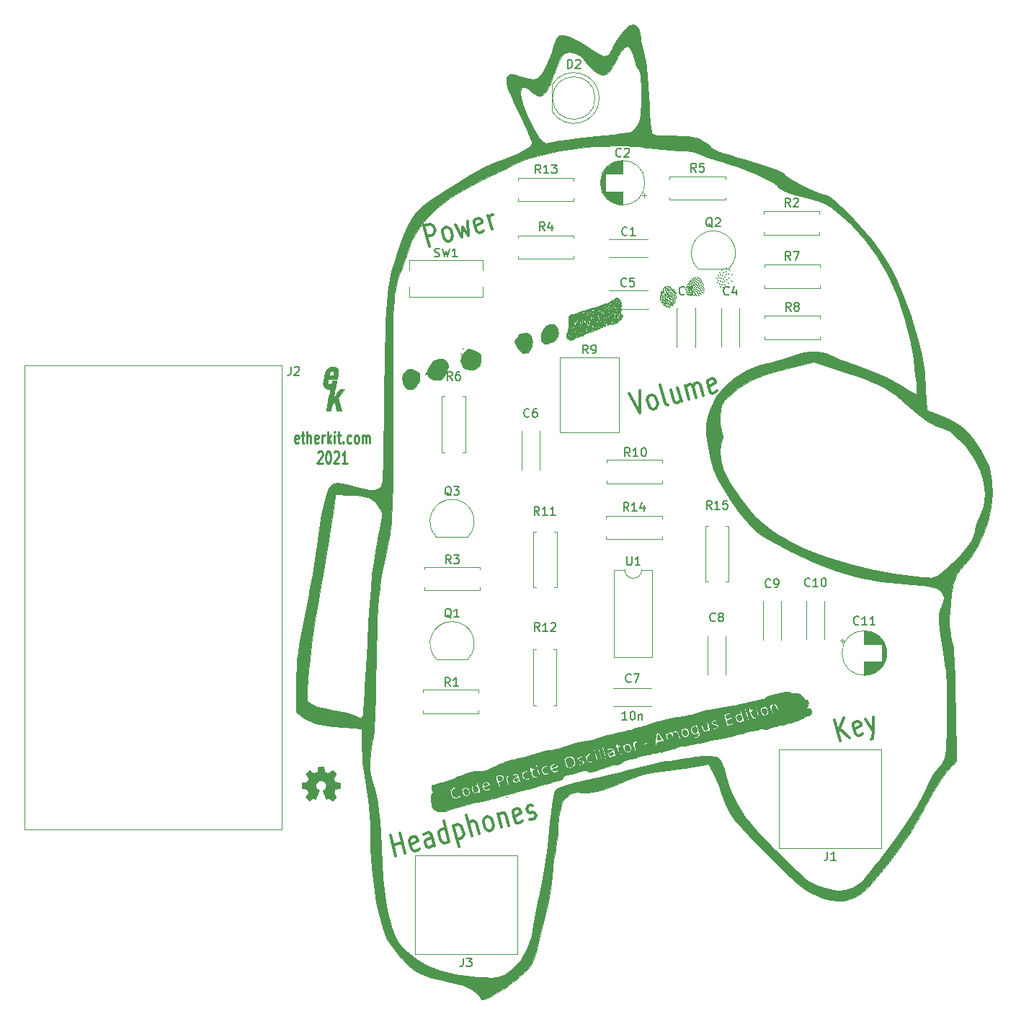
<source format=gbr>
%TF.GenerationSoftware,KiCad,Pcbnew,5.1.10-88a1d61d58~90~ubuntu20.04.1*%
%TF.CreationDate,2021-07-22T12:56:01-07:00*%
%TF.ProjectId,TwinTCPO,5477696e-5443-4504-9f2e-6b696361645f,A*%
%TF.SameCoordinates,Original*%
%TF.FileFunction,Legend,Top*%
%TF.FilePolarity,Positive*%
%FSLAX46Y46*%
G04 Gerber Fmt 4.6, Leading zero omitted, Abs format (unit mm)*
G04 Created by KiCad (PCBNEW 5.1.10-88a1d61d58~90~ubuntu20.04.1) date 2021-07-22 12:56:01*
%MOMM*%
%LPD*%
G01*
G04 APERTURE LIST*
%ADD10C,0.250000*%
%ADD11C,0.300000*%
%ADD12C,0.002540*%
%ADD13C,0.010000*%
%ADD14C,0.120000*%
%ADD15C,0.150000*%
G04 APERTURE END LIST*
D10*
X103650000Y-85491666D02*
X103554761Y-85558333D01*
X103364285Y-85558333D01*
X103269047Y-85491666D01*
X103221428Y-85358333D01*
X103221428Y-84825000D01*
X103269047Y-84691666D01*
X103364285Y-84625000D01*
X103554761Y-84625000D01*
X103650000Y-84691666D01*
X103697619Y-84825000D01*
X103697619Y-84958333D01*
X103221428Y-85091666D01*
X103983333Y-84625000D02*
X104364285Y-84625000D01*
X104126190Y-84158333D02*
X104126190Y-85358333D01*
X104173809Y-85491666D01*
X104269047Y-85558333D01*
X104364285Y-85558333D01*
X104697619Y-85558333D02*
X104697619Y-84158333D01*
X105126190Y-85558333D02*
X105126190Y-84825000D01*
X105078571Y-84691666D01*
X104983333Y-84625000D01*
X104840476Y-84625000D01*
X104745238Y-84691666D01*
X104697619Y-84758333D01*
X105983333Y-85491666D02*
X105888095Y-85558333D01*
X105697619Y-85558333D01*
X105602380Y-85491666D01*
X105554761Y-85358333D01*
X105554761Y-84825000D01*
X105602380Y-84691666D01*
X105697619Y-84625000D01*
X105888095Y-84625000D01*
X105983333Y-84691666D01*
X106030952Y-84825000D01*
X106030952Y-84958333D01*
X105554761Y-85091666D01*
X106459523Y-85558333D02*
X106459523Y-84625000D01*
X106459523Y-84891666D02*
X106507142Y-84758333D01*
X106554761Y-84691666D01*
X106650000Y-84625000D01*
X106745238Y-84625000D01*
X107078571Y-85558333D02*
X107078571Y-84158333D01*
X107173809Y-85025000D02*
X107459523Y-85558333D01*
X107459523Y-84625000D02*
X107078571Y-85158333D01*
X107888095Y-85558333D02*
X107888095Y-84625000D01*
X107888095Y-84158333D02*
X107840476Y-84225000D01*
X107888095Y-84291666D01*
X107935714Y-84225000D01*
X107888095Y-84158333D01*
X107888095Y-84291666D01*
X108221428Y-84625000D02*
X108602380Y-84625000D01*
X108364285Y-84158333D02*
X108364285Y-85358333D01*
X108411904Y-85491666D01*
X108507142Y-85558333D01*
X108602380Y-85558333D01*
X108935714Y-85425000D02*
X108983333Y-85491666D01*
X108935714Y-85558333D01*
X108888095Y-85491666D01*
X108935714Y-85425000D01*
X108935714Y-85558333D01*
X109840476Y-85491666D02*
X109745238Y-85558333D01*
X109554761Y-85558333D01*
X109459523Y-85491666D01*
X109411904Y-85425000D01*
X109364285Y-85291666D01*
X109364285Y-84891666D01*
X109411904Y-84758333D01*
X109459523Y-84691666D01*
X109554761Y-84625000D01*
X109745238Y-84625000D01*
X109840476Y-84691666D01*
X110411904Y-85558333D02*
X110316666Y-85491666D01*
X110269047Y-85425000D01*
X110221428Y-85291666D01*
X110221428Y-84891666D01*
X110269047Y-84758333D01*
X110316666Y-84691666D01*
X110411904Y-84625000D01*
X110554761Y-84625000D01*
X110650000Y-84691666D01*
X110697619Y-84758333D01*
X110745238Y-84891666D01*
X110745238Y-85291666D01*
X110697619Y-85425000D01*
X110650000Y-85491666D01*
X110554761Y-85558333D01*
X110411904Y-85558333D01*
X111173809Y-85558333D02*
X111173809Y-84625000D01*
X111173809Y-84758333D02*
X111221428Y-84691666D01*
X111316666Y-84625000D01*
X111459523Y-84625000D01*
X111554761Y-84691666D01*
X111602380Y-84825000D01*
X111602380Y-85558333D01*
X111602380Y-84825000D02*
X111650000Y-84691666D01*
X111745238Y-84625000D01*
X111888095Y-84625000D01*
X111983333Y-84691666D01*
X112030952Y-84825000D01*
X112030952Y-85558333D01*
X105935714Y-86641666D02*
X105983333Y-86575000D01*
X106078571Y-86508333D01*
X106316666Y-86508333D01*
X106411904Y-86575000D01*
X106459523Y-86641666D01*
X106507142Y-86775000D01*
X106507142Y-86908333D01*
X106459523Y-87108333D01*
X105888095Y-87908333D01*
X106507142Y-87908333D01*
X107126190Y-86508333D02*
X107221428Y-86508333D01*
X107316666Y-86575000D01*
X107364285Y-86641666D01*
X107411904Y-86775000D01*
X107459523Y-87041666D01*
X107459523Y-87375000D01*
X107411904Y-87641666D01*
X107364285Y-87775000D01*
X107316666Y-87841666D01*
X107221428Y-87908333D01*
X107126190Y-87908333D01*
X107030952Y-87841666D01*
X106983333Y-87775000D01*
X106935714Y-87641666D01*
X106888095Y-87375000D01*
X106888095Y-87041666D01*
X106935714Y-86775000D01*
X106983333Y-86641666D01*
X107030952Y-86575000D01*
X107126190Y-86508333D01*
X107840476Y-86641666D02*
X107888095Y-86575000D01*
X107983333Y-86508333D01*
X108221428Y-86508333D01*
X108316666Y-86575000D01*
X108364285Y-86641666D01*
X108411904Y-86775000D01*
X108411904Y-86908333D01*
X108364285Y-87108333D01*
X107792857Y-87908333D01*
X108411904Y-87908333D01*
X109364285Y-87908333D02*
X108792857Y-87908333D01*
X109078571Y-87908333D02*
X109078571Y-86508333D01*
X108983333Y-86708333D01*
X108888095Y-86841666D01*
X108792857Y-86908333D01*
D11*
X142482049Y-79720995D02*
X143773047Y-81963264D01*
X143769950Y-79375903D01*
X145336927Y-81544223D02*
X145122129Y-81478531D01*
X144999325Y-81388189D01*
X144845708Y-81182856D01*
X144660837Y-80492909D01*
X144691207Y-80238278D01*
X144752388Y-80098637D01*
X144905562Y-79934347D01*
X145181541Y-79860399D01*
X145396338Y-79926091D01*
X145519143Y-80016433D01*
X145672760Y-80221766D01*
X145857630Y-80911713D01*
X145827261Y-81166344D01*
X145766080Y-81305985D01*
X145612906Y-81470275D01*
X145336927Y-81544223D01*
X147084793Y-81075884D02*
X146869995Y-81010192D01*
X146716379Y-80804859D01*
X146161766Y-78735018D01*
X148217308Y-79046967D02*
X148648673Y-80656844D01*
X147389371Y-79268812D02*
X147728301Y-80533715D01*
X147881917Y-80739048D01*
X148096715Y-80804740D01*
X148372694Y-80730792D01*
X148525868Y-80566502D01*
X148587049Y-80426861D01*
X149568602Y-80410349D02*
X149137237Y-78800473D01*
X149198861Y-79030455D02*
X149260042Y-78890815D01*
X149413216Y-78726525D01*
X149689195Y-78652576D01*
X149903992Y-78718269D01*
X150057609Y-78923602D01*
X150396538Y-80188505D01*
X150057609Y-78923602D02*
X150087978Y-78668970D01*
X150241152Y-78504680D01*
X150517131Y-78430732D01*
X150731929Y-78496424D01*
X150885545Y-78701757D01*
X151224475Y-79966660D01*
X152849536Y-79407979D02*
X152696362Y-79572269D01*
X152328390Y-79670866D01*
X152113592Y-79605174D01*
X151959976Y-79399841D01*
X151713482Y-78479912D01*
X151743851Y-78225280D01*
X151897025Y-78060990D01*
X152264997Y-77962392D01*
X152479794Y-78028085D01*
X152633411Y-78233418D01*
X152695035Y-78463400D01*
X151836729Y-78939877D01*
X119025005Y-62415367D02*
X118377957Y-60000553D01*
X119113901Y-59803357D01*
X119328698Y-59869049D01*
X119451503Y-59959391D01*
X119605119Y-60164724D01*
X119697555Y-60509698D01*
X119667185Y-60764329D01*
X119606004Y-60903970D01*
X119452830Y-61068260D01*
X118716887Y-61265455D01*
X121232835Y-61823781D02*
X121018037Y-61758088D01*
X120895233Y-61667747D01*
X120741616Y-61462414D01*
X120556745Y-60772467D01*
X120587115Y-60517835D01*
X120648296Y-60378194D01*
X120801470Y-60213904D01*
X121077449Y-60139956D01*
X121292247Y-60205648D01*
X121415051Y-60295990D01*
X121568668Y-60501323D01*
X121753539Y-61191270D01*
X121723169Y-61445902D01*
X121661988Y-61585542D01*
X121508814Y-61749832D01*
X121232835Y-61823781D01*
X122089371Y-59868812D02*
X122888708Y-61380091D01*
X122948562Y-60131581D01*
X123624651Y-61182895D01*
X123561258Y-59474421D01*
X125433698Y-60574916D02*
X125280524Y-60739206D01*
X124912553Y-60837803D01*
X124697755Y-60772111D01*
X124544138Y-60566778D01*
X124297644Y-59646849D01*
X124328013Y-59392217D01*
X124481187Y-59227927D01*
X124849159Y-59129329D01*
X125063957Y-59195022D01*
X125217573Y-59400354D01*
X125279197Y-59630337D01*
X124420891Y-60106813D01*
X126384440Y-60443412D02*
X125953074Y-58833536D01*
X126076322Y-59293501D02*
X126106691Y-59038869D01*
X126167872Y-58899228D01*
X126321046Y-58734938D01*
X126505032Y-58685639D01*
X115109344Y-134048540D02*
X114462296Y-131633725D01*
X114770414Y-132783637D02*
X115874329Y-132487844D01*
X116213259Y-133752747D02*
X115566211Y-131337932D01*
X117838320Y-133194066D02*
X117685146Y-133358356D01*
X117317174Y-133456953D01*
X117102377Y-133391261D01*
X116948760Y-133185928D01*
X116702266Y-132265999D01*
X116732635Y-132011367D01*
X116885809Y-131847077D01*
X117253781Y-131748479D01*
X117468579Y-131814172D01*
X117622195Y-132019505D01*
X117683819Y-132249487D01*
X116825513Y-132725964D01*
X119616998Y-132840718D02*
X119278068Y-131575815D01*
X119124451Y-131370482D01*
X118909654Y-131304790D01*
X118541682Y-131403387D01*
X118388508Y-131567677D01*
X119586186Y-132725726D02*
X119433012Y-132890017D01*
X118973047Y-133013264D01*
X118758249Y-132947571D01*
X118604633Y-132742238D01*
X118543009Y-132512256D01*
X118573379Y-132257624D01*
X118726553Y-132093334D01*
X119186517Y-131970087D01*
X119339691Y-131805797D01*
X121364863Y-132372378D02*
X120717816Y-129957564D01*
X121334052Y-132257387D02*
X121180878Y-132421677D01*
X120812906Y-132520275D01*
X120598108Y-132454583D01*
X120475303Y-132364241D01*
X120321687Y-132158908D01*
X120136816Y-131468961D01*
X120167185Y-131214329D01*
X120228367Y-131074689D01*
X120381541Y-130910399D01*
X120749512Y-130811801D01*
X120964310Y-130877493D01*
X121853428Y-130516008D02*
X122500475Y-132930822D01*
X121884239Y-130630999D02*
X122037414Y-130466709D01*
X122405385Y-130368111D01*
X122620183Y-130433803D01*
X122742988Y-130524145D01*
X122896604Y-130729478D01*
X123081475Y-131419425D01*
X123051106Y-131674057D01*
X122989924Y-131813697D01*
X122836750Y-131977987D01*
X122468779Y-132076585D01*
X122253981Y-132010893D01*
X124032659Y-131657545D02*
X123385611Y-129242730D01*
X124860595Y-131435700D02*
X124521665Y-130170797D01*
X124368049Y-129965464D01*
X124153251Y-129899772D01*
X123877272Y-129973720D01*
X123724098Y-130138010D01*
X123662917Y-130277651D01*
X126056503Y-131115257D02*
X125841705Y-131049565D01*
X125718901Y-130959223D01*
X125565284Y-130753890D01*
X125380413Y-130063943D01*
X125410783Y-129809312D01*
X125471964Y-129669671D01*
X125625138Y-129505381D01*
X125901117Y-129431433D01*
X126115915Y-129497125D01*
X126238719Y-129587467D01*
X126392336Y-129792800D01*
X126577207Y-130482747D01*
X126546837Y-130737378D01*
X126485656Y-130877019D01*
X126332482Y-131041309D01*
X126056503Y-131115257D01*
X127097025Y-129110990D02*
X127528390Y-130720866D01*
X127158649Y-129340972D02*
X127219830Y-129201332D01*
X127373004Y-129037042D01*
X127648983Y-128963093D01*
X127863780Y-129028786D01*
X128017397Y-129234119D01*
X128356327Y-130499022D01*
X129981388Y-129940341D02*
X129828213Y-130104631D01*
X129460242Y-130203228D01*
X129245444Y-130137536D01*
X129091828Y-129932203D01*
X128845333Y-129012274D01*
X128875703Y-128757642D01*
X129028877Y-128593352D01*
X129396848Y-128494754D01*
X129611646Y-128560447D01*
X129765263Y-128765779D01*
X129826886Y-128995762D01*
X128968580Y-129472238D01*
X130809324Y-129718496D02*
X131024122Y-129784188D01*
X131392093Y-129685590D01*
X131545267Y-129521300D01*
X131575637Y-129266668D01*
X131544825Y-129151677D01*
X131391209Y-128946344D01*
X131176411Y-128880652D01*
X130900432Y-128954600D01*
X130685634Y-128888908D01*
X130532018Y-128683575D01*
X130501206Y-128568584D01*
X130531575Y-128313952D01*
X130684750Y-128149662D01*
X130960728Y-128075714D01*
X131175526Y-128141406D01*
X167322870Y-120497028D02*
X166675823Y-118082213D01*
X168426786Y-120201235D02*
X167229108Y-119043186D01*
X167779738Y-117786420D02*
X167045564Y-119462107D01*
X169959854Y-119667203D02*
X169806680Y-119831493D01*
X169438708Y-119930091D01*
X169223910Y-119864399D01*
X169070294Y-119659066D01*
X168823799Y-118739136D01*
X168854169Y-118484505D01*
X169007343Y-118320215D01*
X169375315Y-118221617D01*
X169590112Y-118287309D01*
X169743729Y-118492642D01*
X169805352Y-118722624D01*
X168947047Y-119199101D01*
X170295244Y-117975122D02*
X171186574Y-119461752D01*
X171215173Y-117728628D02*
X171186574Y-119461752D01*
X171156647Y-120086006D01*
X171095466Y-120225647D01*
X170942292Y-120389937D01*
D12*
%TO.C,G\u002A\u002A\u002A*%
G36*
X104951260Y-127548980D02*
G01*
X104974120Y-127536280D01*
X105027460Y-127503260D01*
X105101120Y-127455000D01*
X105190020Y-127396580D01*
X105276380Y-127335620D01*
X105350040Y-127287360D01*
X105400840Y-127254340D01*
X105421160Y-127244180D01*
X105433860Y-127246720D01*
X105474500Y-127267040D01*
X105535460Y-127300060D01*
X105571020Y-127317840D01*
X105626900Y-127340700D01*
X105654840Y-127345780D01*
X105659920Y-127338160D01*
X105680240Y-127297520D01*
X105710720Y-127223860D01*
X105753900Y-127127340D01*
X105802160Y-127013040D01*
X105852960Y-126891120D01*
X105906300Y-126769200D01*
X105954560Y-126649820D01*
X105997740Y-126543140D01*
X106033300Y-126456780D01*
X106056160Y-126395820D01*
X106063780Y-126370420D01*
X106061240Y-126365340D01*
X106033300Y-126337400D01*
X105985040Y-126301840D01*
X105880900Y-126215480D01*
X105776760Y-126085940D01*
X105713260Y-125938620D01*
X105690400Y-125773520D01*
X105708180Y-125623660D01*
X105769140Y-125478880D01*
X105870740Y-125346800D01*
X105995200Y-125250280D01*
X106137440Y-125186780D01*
X106300000Y-125166460D01*
X106454940Y-125184240D01*
X106602260Y-125242660D01*
X106734340Y-125344260D01*
X106790220Y-125407760D01*
X106866420Y-125539840D01*
X106909600Y-125682080D01*
X106914680Y-125717640D01*
X106907060Y-125875120D01*
X106861340Y-126024980D01*
X106780060Y-126157060D01*
X106665760Y-126268820D01*
X106650520Y-126278980D01*
X106597180Y-126317080D01*
X106561620Y-126345020D01*
X106533680Y-126367880D01*
X106731800Y-126847940D01*
X106764820Y-126924140D01*
X106818160Y-127053680D01*
X106866420Y-127167980D01*
X106907060Y-127256880D01*
X106932460Y-127317840D01*
X106945160Y-127340700D01*
X106945160Y-127343240D01*
X106962940Y-127345780D01*
X106998500Y-127333080D01*
X107067080Y-127300060D01*
X107110260Y-127277200D01*
X107161060Y-127251800D01*
X107183920Y-127244180D01*
X107204240Y-127254340D01*
X107252500Y-127284820D01*
X107323620Y-127333080D01*
X107409980Y-127391500D01*
X107491260Y-127447380D01*
X107564920Y-127495640D01*
X107620800Y-127531200D01*
X107646200Y-127546440D01*
X107651280Y-127546440D01*
X107674140Y-127533740D01*
X107717320Y-127495640D01*
X107783360Y-127434680D01*
X107874800Y-127343240D01*
X107890040Y-127330540D01*
X107966240Y-127251800D01*
X108027200Y-127188300D01*
X108067840Y-127142580D01*
X108083080Y-127119720D01*
X108070380Y-127094320D01*
X108034820Y-127040980D01*
X107986560Y-126964780D01*
X107925600Y-126875880D01*
X107765580Y-126644740D01*
X107854480Y-126426300D01*
X107879880Y-126360260D01*
X107915440Y-126278980D01*
X107940840Y-126223100D01*
X107953540Y-126197700D01*
X107976400Y-126187540D01*
X108034820Y-126174840D01*
X108121180Y-126157060D01*
X108225320Y-126136740D01*
X108324380Y-126118960D01*
X108410740Y-126101180D01*
X108476780Y-126088480D01*
X108504720Y-126083400D01*
X108512340Y-126080860D01*
X108517420Y-126065620D01*
X108519960Y-126035140D01*
X108522500Y-125981800D01*
X108525040Y-125897980D01*
X108525040Y-125773520D01*
X108525040Y-125760820D01*
X108522500Y-125643980D01*
X108522500Y-125550000D01*
X108517420Y-125491580D01*
X108514880Y-125466180D01*
X108486940Y-125461100D01*
X108423440Y-125445860D01*
X108334540Y-125430620D01*
X108230400Y-125410300D01*
X108222780Y-125407760D01*
X108118640Y-125387440D01*
X108029740Y-125369660D01*
X107968780Y-125354420D01*
X107940840Y-125346800D01*
X107935760Y-125339180D01*
X107915440Y-125298540D01*
X107884960Y-125232500D01*
X107849400Y-125153760D01*
X107816380Y-125069940D01*
X107785900Y-124996280D01*
X107765580Y-124940400D01*
X107760500Y-124915000D01*
X107775740Y-124889600D01*
X107811300Y-124836260D01*
X107862100Y-124760060D01*
X107925600Y-124671160D01*
X107928140Y-124663540D01*
X107989100Y-124574640D01*
X108039900Y-124498440D01*
X108070380Y-124445100D01*
X108083080Y-124422240D01*
X108083080Y-124419700D01*
X108062760Y-124394300D01*
X108017040Y-124343500D01*
X107953540Y-124274920D01*
X107874800Y-124196180D01*
X107849400Y-124170780D01*
X107763040Y-124086960D01*
X107704620Y-124031080D01*
X107666520Y-124003140D01*
X107648740Y-123995520D01*
X107620800Y-124013300D01*
X107564920Y-124048860D01*
X107488720Y-124102200D01*
X107397280Y-124163160D01*
X107392200Y-124165700D01*
X107303300Y-124226660D01*
X107229640Y-124277460D01*
X107176300Y-124313020D01*
X107153440Y-124325720D01*
X107148360Y-124325720D01*
X107112800Y-124315560D01*
X107049300Y-124292700D01*
X106973100Y-124262220D01*
X106889280Y-124229200D01*
X106815620Y-124198720D01*
X106759740Y-124173320D01*
X106731800Y-124158080D01*
X106731800Y-124155540D01*
X106721640Y-124125060D01*
X106706400Y-124059020D01*
X106688620Y-123967580D01*
X106668300Y-123858360D01*
X106663220Y-123840580D01*
X106642900Y-123733900D01*
X106627660Y-123647540D01*
X106614960Y-123586580D01*
X106607340Y-123561180D01*
X106592100Y-123558640D01*
X106541300Y-123553560D01*
X106462560Y-123551020D01*
X106366040Y-123551020D01*
X106266980Y-123551020D01*
X106167920Y-123553560D01*
X106084100Y-123556100D01*
X106025680Y-123561180D01*
X106000280Y-123566260D01*
X105997740Y-123566260D01*
X105990120Y-123599280D01*
X105974880Y-123665320D01*
X105957100Y-123759300D01*
X105934240Y-123868520D01*
X105931700Y-123886300D01*
X105911380Y-123992980D01*
X105893600Y-124079340D01*
X105880900Y-124140300D01*
X105873280Y-124163160D01*
X105865660Y-124168240D01*
X105819940Y-124186020D01*
X105748820Y-124216500D01*
X105662460Y-124252060D01*
X105459260Y-124333340D01*
X105207800Y-124163160D01*
X105184940Y-124147920D01*
X105096040Y-124086960D01*
X105022380Y-124036160D01*
X104971580Y-124003140D01*
X104948720Y-123992980D01*
X104923320Y-124015840D01*
X104872520Y-124061560D01*
X104806480Y-124127600D01*
X104727740Y-124206340D01*
X104669320Y-124262220D01*
X104600740Y-124333340D01*
X104555020Y-124381600D01*
X104532160Y-124412080D01*
X104524540Y-124429860D01*
X104527080Y-124442560D01*
X104542320Y-124467960D01*
X104577880Y-124521300D01*
X104631220Y-124597500D01*
X104692180Y-124686400D01*
X104740440Y-124760060D01*
X104796320Y-124843880D01*
X104831880Y-124904840D01*
X104842040Y-124932780D01*
X104839500Y-124945480D01*
X104821720Y-124993740D01*
X104793780Y-125067400D01*
X104755680Y-125156300D01*
X104669320Y-125354420D01*
X104539780Y-125379820D01*
X104461040Y-125392520D01*
X104349280Y-125415380D01*
X104245140Y-125435700D01*
X104080040Y-125466180D01*
X104074960Y-126068160D01*
X104100360Y-126078320D01*
X104125760Y-126085940D01*
X104186720Y-126098640D01*
X104273080Y-126116420D01*
X104374680Y-126136740D01*
X104461040Y-126151980D01*
X104549940Y-126169760D01*
X104613440Y-126182460D01*
X104641380Y-126187540D01*
X104649000Y-126197700D01*
X104669320Y-126238340D01*
X104702340Y-126306920D01*
X104735360Y-126388200D01*
X104770920Y-126472020D01*
X104801400Y-126550760D01*
X104824260Y-126609180D01*
X104831880Y-126642200D01*
X104819180Y-126665060D01*
X104786160Y-126715860D01*
X104737900Y-126789520D01*
X104679480Y-126875880D01*
X104618520Y-126964780D01*
X104567720Y-127038440D01*
X104534700Y-127091780D01*
X104519460Y-127117180D01*
X104527080Y-127134960D01*
X104560100Y-127175600D01*
X104626140Y-127244180D01*
X104725200Y-127340700D01*
X104740440Y-127355940D01*
X104819180Y-127432140D01*
X104885220Y-127493100D01*
X104930940Y-127533740D01*
X104951260Y-127548980D01*
G37*
X104951260Y-127548980D02*
X104974120Y-127536280D01*
X105027460Y-127503260D01*
X105101120Y-127455000D01*
X105190020Y-127396580D01*
X105276380Y-127335620D01*
X105350040Y-127287360D01*
X105400840Y-127254340D01*
X105421160Y-127244180D01*
X105433860Y-127246720D01*
X105474500Y-127267040D01*
X105535460Y-127300060D01*
X105571020Y-127317840D01*
X105626900Y-127340700D01*
X105654840Y-127345780D01*
X105659920Y-127338160D01*
X105680240Y-127297520D01*
X105710720Y-127223860D01*
X105753900Y-127127340D01*
X105802160Y-127013040D01*
X105852960Y-126891120D01*
X105906300Y-126769200D01*
X105954560Y-126649820D01*
X105997740Y-126543140D01*
X106033300Y-126456780D01*
X106056160Y-126395820D01*
X106063780Y-126370420D01*
X106061240Y-126365340D01*
X106033300Y-126337400D01*
X105985040Y-126301840D01*
X105880900Y-126215480D01*
X105776760Y-126085940D01*
X105713260Y-125938620D01*
X105690400Y-125773520D01*
X105708180Y-125623660D01*
X105769140Y-125478880D01*
X105870740Y-125346800D01*
X105995200Y-125250280D01*
X106137440Y-125186780D01*
X106300000Y-125166460D01*
X106454940Y-125184240D01*
X106602260Y-125242660D01*
X106734340Y-125344260D01*
X106790220Y-125407760D01*
X106866420Y-125539840D01*
X106909600Y-125682080D01*
X106914680Y-125717640D01*
X106907060Y-125875120D01*
X106861340Y-126024980D01*
X106780060Y-126157060D01*
X106665760Y-126268820D01*
X106650520Y-126278980D01*
X106597180Y-126317080D01*
X106561620Y-126345020D01*
X106533680Y-126367880D01*
X106731800Y-126847940D01*
X106764820Y-126924140D01*
X106818160Y-127053680D01*
X106866420Y-127167980D01*
X106907060Y-127256880D01*
X106932460Y-127317840D01*
X106945160Y-127340700D01*
X106945160Y-127343240D01*
X106962940Y-127345780D01*
X106998500Y-127333080D01*
X107067080Y-127300060D01*
X107110260Y-127277200D01*
X107161060Y-127251800D01*
X107183920Y-127244180D01*
X107204240Y-127254340D01*
X107252500Y-127284820D01*
X107323620Y-127333080D01*
X107409980Y-127391500D01*
X107491260Y-127447380D01*
X107564920Y-127495640D01*
X107620800Y-127531200D01*
X107646200Y-127546440D01*
X107651280Y-127546440D01*
X107674140Y-127533740D01*
X107717320Y-127495640D01*
X107783360Y-127434680D01*
X107874800Y-127343240D01*
X107890040Y-127330540D01*
X107966240Y-127251800D01*
X108027200Y-127188300D01*
X108067840Y-127142580D01*
X108083080Y-127119720D01*
X108070380Y-127094320D01*
X108034820Y-127040980D01*
X107986560Y-126964780D01*
X107925600Y-126875880D01*
X107765580Y-126644740D01*
X107854480Y-126426300D01*
X107879880Y-126360260D01*
X107915440Y-126278980D01*
X107940840Y-126223100D01*
X107953540Y-126197700D01*
X107976400Y-126187540D01*
X108034820Y-126174840D01*
X108121180Y-126157060D01*
X108225320Y-126136740D01*
X108324380Y-126118960D01*
X108410740Y-126101180D01*
X108476780Y-126088480D01*
X108504720Y-126083400D01*
X108512340Y-126080860D01*
X108517420Y-126065620D01*
X108519960Y-126035140D01*
X108522500Y-125981800D01*
X108525040Y-125897980D01*
X108525040Y-125773520D01*
X108525040Y-125760820D01*
X108522500Y-125643980D01*
X108522500Y-125550000D01*
X108517420Y-125491580D01*
X108514880Y-125466180D01*
X108486940Y-125461100D01*
X108423440Y-125445860D01*
X108334540Y-125430620D01*
X108230400Y-125410300D01*
X108222780Y-125407760D01*
X108118640Y-125387440D01*
X108029740Y-125369660D01*
X107968780Y-125354420D01*
X107940840Y-125346800D01*
X107935760Y-125339180D01*
X107915440Y-125298540D01*
X107884960Y-125232500D01*
X107849400Y-125153760D01*
X107816380Y-125069940D01*
X107785900Y-124996280D01*
X107765580Y-124940400D01*
X107760500Y-124915000D01*
X107775740Y-124889600D01*
X107811300Y-124836260D01*
X107862100Y-124760060D01*
X107925600Y-124671160D01*
X107928140Y-124663540D01*
X107989100Y-124574640D01*
X108039900Y-124498440D01*
X108070380Y-124445100D01*
X108083080Y-124422240D01*
X108083080Y-124419700D01*
X108062760Y-124394300D01*
X108017040Y-124343500D01*
X107953540Y-124274920D01*
X107874800Y-124196180D01*
X107849400Y-124170780D01*
X107763040Y-124086960D01*
X107704620Y-124031080D01*
X107666520Y-124003140D01*
X107648740Y-123995520D01*
X107620800Y-124013300D01*
X107564920Y-124048860D01*
X107488720Y-124102200D01*
X107397280Y-124163160D01*
X107392200Y-124165700D01*
X107303300Y-124226660D01*
X107229640Y-124277460D01*
X107176300Y-124313020D01*
X107153440Y-124325720D01*
X107148360Y-124325720D01*
X107112800Y-124315560D01*
X107049300Y-124292700D01*
X106973100Y-124262220D01*
X106889280Y-124229200D01*
X106815620Y-124198720D01*
X106759740Y-124173320D01*
X106731800Y-124158080D01*
X106731800Y-124155540D01*
X106721640Y-124125060D01*
X106706400Y-124059020D01*
X106688620Y-123967580D01*
X106668300Y-123858360D01*
X106663220Y-123840580D01*
X106642900Y-123733900D01*
X106627660Y-123647540D01*
X106614960Y-123586580D01*
X106607340Y-123561180D01*
X106592100Y-123558640D01*
X106541300Y-123553560D01*
X106462560Y-123551020D01*
X106366040Y-123551020D01*
X106266980Y-123551020D01*
X106167920Y-123553560D01*
X106084100Y-123556100D01*
X106025680Y-123561180D01*
X106000280Y-123566260D01*
X105997740Y-123566260D01*
X105990120Y-123599280D01*
X105974880Y-123665320D01*
X105957100Y-123759300D01*
X105934240Y-123868520D01*
X105931700Y-123886300D01*
X105911380Y-123992980D01*
X105893600Y-124079340D01*
X105880900Y-124140300D01*
X105873280Y-124163160D01*
X105865660Y-124168240D01*
X105819940Y-124186020D01*
X105748820Y-124216500D01*
X105662460Y-124252060D01*
X105459260Y-124333340D01*
X105207800Y-124163160D01*
X105184940Y-124147920D01*
X105096040Y-124086960D01*
X105022380Y-124036160D01*
X104971580Y-124003140D01*
X104948720Y-123992980D01*
X104923320Y-124015840D01*
X104872520Y-124061560D01*
X104806480Y-124127600D01*
X104727740Y-124206340D01*
X104669320Y-124262220D01*
X104600740Y-124333340D01*
X104555020Y-124381600D01*
X104532160Y-124412080D01*
X104524540Y-124429860D01*
X104527080Y-124442560D01*
X104542320Y-124467960D01*
X104577880Y-124521300D01*
X104631220Y-124597500D01*
X104692180Y-124686400D01*
X104740440Y-124760060D01*
X104796320Y-124843880D01*
X104831880Y-124904840D01*
X104842040Y-124932780D01*
X104839500Y-124945480D01*
X104821720Y-124993740D01*
X104793780Y-125067400D01*
X104755680Y-125156300D01*
X104669320Y-125354420D01*
X104539780Y-125379820D01*
X104461040Y-125392520D01*
X104349280Y-125415380D01*
X104245140Y-125435700D01*
X104080040Y-125466180D01*
X104074960Y-126068160D01*
X104100360Y-126078320D01*
X104125760Y-126085940D01*
X104186720Y-126098640D01*
X104273080Y-126116420D01*
X104374680Y-126136740D01*
X104461040Y-126151980D01*
X104549940Y-126169760D01*
X104613440Y-126182460D01*
X104641380Y-126187540D01*
X104649000Y-126197700D01*
X104669320Y-126238340D01*
X104702340Y-126306920D01*
X104735360Y-126388200D01*
X104770920Y-126472020D01*
X104801400Y-126550760D01*
X104824260Y-126609180D01*
X104831880Y-126642200D01*
X104819180Y-126665060D01*
X104786160Y-126715860D01*
X104737900Y-126789520D01*
X104679480Y-126875880D01*
X104618520Y-126964780D01*
X104567720Y-127038440D01*
X104534700Y-127091780D01*
X104519460Y-127117180D01*
X104527080Y-127134960D01*
X104560100Y-127175600D01*
X104626140Y-127244180D01*
X104725200Y-127340700D01*
X104740440Y-127355940D01*
X104819180Y-127432140D01*
X104885220Y-127493100D01*
X104930940Y-127533740D01*
X104951260Y-127548980D01*
D13*
G36*
X158438454Y-116686685D02*
G01*
X158579530Y-116810427D01*
X158665333Y-116992100D01*
X158674587Y-117179582D01*
X158586017Y-117320751D01*
X158538075Y-117345941D01*
X158343664Y-117392038D01*
X158222919Y-117322578D01*
X158166978Y-117233566D01*
X158082953Y-116972577D01*
X158127024Y-116772042D01*
X158263382Y-116672996D01*
X158438454Y-116686685D01*
G37*
X158438454Y-116686685D02*
X158579530Y-116810427D01*
X158665333Y-116992100D01*
X158674587Y-117179582D01*
X158586017Y-117320751D01*
X158538075Y-117345941D01*
X158343664Y-117392038D01*
X158222919Y-117322578D01*
X158166978Y-117233566D01*
X158082953Y-116972577D01*
X158127024Y-116772042D01*
X158263382Y-116672996D01*
X158438454Y-116686685D01*
G36*
X155437419Y-117498244D02*
G01*
X155624462Y-117582040D01*
X155722082Y-117743433D01*
X155729482Y-117928964D01*
X155645864Y-118085173D01*
X155470432Y-118158601D01*
X155447278Y-118159333D01*
X155286908Y-118091257D01*
X155198955Y-117986801D01*
X155136487Y-117755151D01*
X155198119Y-117578123D01*
X155363710Y-117496982D01*
X155437419Y-117498244D01*
G37*
X155437419Y-117498244D02*
X155624462Y-117582040D01*
X155722082Y-117743433D01*
X155729482Y-117928964D01*
X155645864Y-118085173D01*
X155470432Y-118158601D01*
X155447278Y-118159333D01*
X155286908Y-118091257D01*
X155198955Y-117986801D01*
X155136487Y-117755151D01*
X155198119Y-117578123D01*
X155363710Y-117496982D01*
X155437419Y-117498244D01*
G36*
X149161627Y-119219983D02*
G01*
X149300522Y-119358063D01*
X149357617Y-119549306D01*
X149313281Y-119738549D01*
X149195213Y-119849519D01*
X149026876Y-119886451D01*
X148894283Y-119799521D01*
X148797332Y-119620001D01*
X148789213Y-119413637D01*
X148862647Y-119247340D01*
X148960567Y-119190232D01*
X149161627Y-119219983D01*
G37*
X149161627Y-119219983D02*
X149300522Y-119358063D01*
X149357617Y-119549306D01*
X149313281Y-119738549D01*
X149195213Y-119849519D01*
X149026876Y-119886451D01*
X148894283Y-119799521D01*
X148797332Y-119620001D01*
X148789213Y-119413637D01*
X148862647Y-119247340D01*
X148960567Y-119190232D01*
X149161627Y-119219983D01*
G36*
X150347426Y-118941075D02*
G01*
X150451362Y-119109956D01*
X150482004Y-119344744D01*
X150403576Y-119515985D01*
X150248916Y-119587830D01*
X150063879Y-119533022D01*
X149944326Y-119378091D01*
X149901775Y-119164610D01*
X149946598Y-118974525D01*
X149987145Y-118926745D01*
X150174098Y-118857842D01*
X150347426Y-118941075D01*
G37*
X150347426Y-118941075D02*
X150451362Y-119109956D01*
X150482004Y-119344744D01*
X150403576Y-119515985D01*
X150248916Y-119587830D01*
X150063879Y-119533022D01*
X149944326Y-119378091D01*
X149901775Y-119164610D01*
X149946598Y-118974525D01*
X149987145Y-118926745D01*
X150174098Y-118857842D01*
X150347426Y-118941075D01*
G36*
X145980104Y-119863064D02*
G01*
X146088994Y-120027861D01*
X146192120Y-120215178D01*
X146195311Y-120310900D01*
X146084502Y-120369378D01*
X145993166Y-120398187D01*
X145872103Y-120420088D01*
X145817324Y-120359825D01*
X145802969Y-120178600D01*
X145802666Y-120112372D01*
X145820544Y-119865537D01*
X145877853Y-119782976D01*
X145980104Y-119863064D01*
G37*
X145980104Y-119863064D02*
X146088994Y-120027861D01*
X146192120Y-120215178D01*
X146195311Y-120310900D01*
X146084502Y-120369378D01*
X145993166Y-120398187D01*
X145872103Y-120420088D01*
X145817324Y-120359825D01*
X145802969Y-120178600D01*
X145802666Y-120112372D01*
X145820544Y-119865537D01*
X145877853Y-119782976D01*
X145980104Y-119863064D01*
G36*
X142486927Y-121124020D02*
G01*
X142577992Y-121325770D01*
X142563241Y-121564272D01*
X142554788Y-121588144D01*
X142437823Y-121695099D01*
X142256534Y-121702302D01*
X142094266Y-121613733D01*
X142011747Y-121448431D01*
X141999048Y-121240362D01*
X142052973Y-121065800D01*
X142119666Y-121007382D01*
X142323125Y-121003174D01*
X142486927Y-121124020D01*
G37*
X142486927Y-121124020D02*
X142577992Y-121325770D01*
X142563241Y-121564272D01*
X142554788Y-121588144D01*
X142437823Y-121695099D01*
X142256534Y-121702302D01*
X142094266Y-121613733D01*
X142011747Y-121448431D01*
X141999048Y-121240362D01*
X142052973Y-121065800D01*
X142119666Y-121007382D01*
X142323125Y-121003174D01*
X142486927Y-121124020D01*
G36*
X140623120Y-121935182D02*
G01*
X140638000Y-122008687D01*
X140572113Y-122157697D01*
X140423631Y-122240048D01*
X140266318Y-122224747D01*
X140218090Y-122185125D01*
X140172465Y-122075452D01*
X140272886Y-121983662D01*
X140288300Y-121975237D01*
X140510698Y-121891035D01*
X140623120Y-121935182D01*
G37*
X140623120Y-121935182D02*
X140638000Y-122008687D01*
X140572113Y-122157697D01*
X140423631Y-122240048D01*
X140266318Y-122224747D01*
X140218090Y-122185125D01*
X140172465Y-122075452D01*
X140272886Y-121983662D01*
X140288300Y-121975237D01*
X140510698Y-121891035D01*
X140623120Y-121935182D01*
G36*
X135740177Y-122549718D02*
G01*
X135892985Y-122732191D01*
X135967957Y-122972732D01*
X135950641Y-123219319D01*
X135826585Y-123419932D01*
X135793161Y-123446199D01*
X135577970Y-123561166D01*
X135412517Y-123541398D01*
X135271065Y-123419052D01*
X135119654Y-123163154D01*
X135087999Y-122899095D01*
X135164700Y-122669314D01*
X135338361Y-122516253D01*
X135523988Y-122477333D01*
X135740177Y-122549718D01*
G37*
X135740177Y-122549718D02*
X135892985Y-122732191D01*
X135967957Y-122972732D01*
X135950641Y-123219319D01*
X135826585Y-123419932D01*
X135793161Y-123446199D01*
X135577970Y-123561166D01*
X135412517Y-123541398D01*
X135271065Y-123419052D01*
X135119654Y-123163154D01*
X135087999Y-122899095D01*
X135164700Y-122669314D01*
X135338361Y-122516253D01*
X135523988Y-122477333D01*
X135740177Y-122549718D01*
G36*
X133822943Y-123354851D02*
G01*
X133926981Y-123416482D01*
X133889495Y-123478103D01*
X133699276Y-123551740D01*
X133616542Y-123576314D01*
X133427971Y-123614210D01*
X133373224Y-123576887D01*
X133377249Y-123558584D01*
X133505378Y-123404164D01*
X133707457Y-123337547D01*
X133822943Y-123354851D01*
G37*
X133822943Y-123354851D02*
X133926981Y-123416482D01*
X133889495Y-123478103D01*
X133699276Y-123551740D01*
X133616542Y-123576314D01*
X133427971Y-123614210D01*
X133373224Y-123576887D01*
X133377249Y-123558584D01*
X133505378Y-123404164D01*
X133707457Y-123337547D01*
X133822943Y-123354851D01*
G36*
X129461700Y-124927442D02*
G01*
X129415531Y-125071999D01*
X129407597Y-125084894D01*
X129260887Y-125222527D01*
X129095221Y-125257878D01*
X129013371Y-125217815D01*
X128959296Y-125110334D01*
X129046989Y-125010794D01*
X129176607Y-124943086D01*
X129378050Y-124882010D01*
X129461700Y-124927442D01*
G37*
X129461700Y-124927442D02*
X129415531Y-125071999D01*
X129407597Y-125084894D01*
X129260887Y-125222527D01*
X129095221Y-125257878D01*
X129013371Y-125217815D01*
X128959296Y-125110334D01*
X129046989Y-125010794D01*
X129176607Y-124943086D01*
X129378050Y-124882010D01*
X129461700Y-124927442D01*
G36*
X127508607Y-124738604D02*
G01*
X127581671Y-124883768D01*
X127513771Y-125060744D01*
X127341456Y-125178340D01*
X127177916Y-125153900D01*
X127075448Y-124997319D01*
X127070991Y-124976989D01*
X127057711Y-124779474D01*
X127144387Y-124694549D01*
X127319768Y-124678666D01*
X127508607Y-124738604D01*
G37*
X127508607Y-124738604D02*
X127581671Y-124883768D01*
X127513771Y-125060744D01*
X127341456Y-125178340D01*
X127177916Y-125153900D01*
X127075448Y-124997319D01*
X127070991Y-124976989D01*
X127057711Y-124779474D01*
X127144387Y-124694549D01*
X127319768Y-124678666D01*
X127508607Y-124738604D01*
G36*
X125834525Y-125504658D02*
G01*
X125902823Y-125596074D01*
X125859980Y-125657139D01*
X125680803Y-125714489D01*
X125622546Y-125728782D01*
X125450712Y-125750176D01*
X125412852Y-125693897D01*
X125415919Y-125683241D01*
X125527506Y-125528248D01*
X125690508Y-125459072D01*
X125834525Y-125504658D01*
G37*
X125834525Y-125504658D02*
X125902823Y-125596074D01*
X125859980Y-125657139D01*
X125680803Y-125714489D01*
X125622546Y-125728782D01*
X125450712Y-125750176D01*
X125412852Y-125693897D01*
X125415919Y-125683241D01*
X125527506Y-125528248D01*
X125690508Y-125459072D01*
X125834525Y-125504658D01*
G36*
X124519105Y-125814326D02*
G01*
X124652829Y-125948166D01*
X124706675Y-126172765D01*
X124703823Y-126237788D01*
X124627166Y-126450941D01*
X124482938Y-126540141D01*
X124320192Y-126495307D01*
X124202355Y-126340847D01*
X124147039Y-126083940D01*
X124224309Y-125887061D01*
X124338824Y-125810274D01*
X124519105Y-125814326D01*
G37*
X124519105Y-125814326D02*
X124652829Y-125948166D01*
X124706675Y-126172765D01*
X124703823Y-126237788D01*
X124627166Y-126450941D01*
X124482938Y-126540141D01*
X124320192Y-126495307D01*
X124202355Y-126340847D01*
X124147039Y-126083940D01*
X124224309Y-125887061D01*
X124338824Y-125810274D01*
X124519105Y-125814326D01*
G36*
X123497067Y-126206042D02*
G01*
X123603936Y-126381479D01*
X123604529Y-126592223D01*
X123515781Y-126777356D01*
X123354626Y-126875963D01*
X123309712Y-126880000D01*
X123189656Y-126813151D01*
X123109662Y-126706299D01*
X123040385Y-126468591D01*
X123077397Y-126270161D01*
X123193546Y-126146069D01*
X123361680Y-126131379D01*
X123497067Y-126206042D01*
G37*
X123497067Y-126206042D02*
X123603936Y-126381479D01*
X123604529Y-126592223D01*
X123515781Y-126777356D01*
X123354626Y-126875963D01*
X123309712Y-126880000D01*
X123189656Y-126813151D01*
X123109662Y-126706299D01*
X123040385Y-126468591D01*
X123077397Y-126270161D01*
X123193546Y-126146069D01*
X123361680Y-126131379D01*
X123497067Y-126206042D01*
G36*
X128192000Y-127091666D02*
G01*
X128149666Y-127134000D01*
X128107333Y-127091666D01*
X128149666Y-127049333D01*
X128192000Y-127091666D01*
G37*
X128192000Y-127091666D02*
X128149666Y-127134000D01*
X128107333Y-127091666D01*
X128149666Y-127049333D01*
X128192000Y-127091666D01*
G36*
X161266374Y-114765102D02*
G01*
X161377011Y-114799507D01*
X161432016Y-114834972D01*
X161649908Y-114915727D01*
X161989926Y-114911302D01*
X161992415Y-114911023D01*
X162251772Y-114894805D01*
X162409502Y-114932160D01*
X162529285Y-115039935D01*
X162542748Y-115056649D01*
X162709822Y-115220456D01*
X162849871Y-115306761D01*
X163000811Y-115433167D01*
X163049997Y-115534141D01*
X163114187Y-115650004D01*
X163167209Y-115656799D01*
X163291032Y-115656969D01*
X163416185Y-115705526D01*
X163545730Y-115859579D01*
X163585362Y-116092051D01*
X163540971Y-116341732D01*
X163418444Y-116547414D01*
X163328666Y-116615182D01*
X163201496Y-116685852D01*
X163209213Y-116705377D01*
X163366177Y-116683163D01*
X163418763Y-116674192D01*
X163691731Y-116673819D01*
X163852676Y-116793160D01*
X163910641Y-117041935D01*
X163905629Y-117197602D01*
X163873622Y-117406904D01*
X163789121Y-117513889D01*
X163599698Y-117575009D01*
X163544209Y-117586780D01*
X163270465Y-117676066D01*
X162959456Y-117823348D01*
X162824542Y-117902785D01*
X162590342Y-118018887D01*
X162235194Y-118154792D01*
X161804234Y-118297299D01*
X161342600Y-118433209D01*
X160895429Y-118549319D01*
X160507858Y-118632429D01*
X160225024Y-118669338D01*
X160201144Y-118670026D01*
X159968226Y-118718524D01*
X159827937Y-118791210D01*
X159659961Y-118868160D01*
X159558939Y-118866493D01*
X159421492Y-118873843D01*
X159195087Y-118940358D01*
X159048406Y-118999309D01*
X158672168Y-119138633D01*
X158420433Y-119167887D01*
X158294157Y-119095776D01*
X158187308Y-119070848D01*
X157961146Y-119105554D01*
X157802327Y-119147785D01*
X157519500Y-119227240D01*
X157281405Y-119286226D01*
X157190333Y-119304044D01*
X156846063Y-119363289D01*
X156495524Y-119438201D01*
X156193205Y-119515826D01*
X155993597Y-119583212D01*
X155972089Y-119593623D01*
X155779200Y-119663459D01*
X155532030Y-119715346D01*
X155529868Y-119715641D01*
X155236873Y-119769583D01*
X154946666Y-119842208D01*
X154680755Y-119915376D01*
X154445810Y-119971551D01*
X154438666Y-119973021D01*
X154291618Y-120003775D01*
X154008732Y-120063621D01*
X153619760Y-120146240D01*
X153154452Y-120245313D01*
X152642560Y-120354519D01*
X152618333Y-120359693D01*
X152086433Y-120473041D01*
X151582099Y-120580065D01*
X151140098Y-120673422D01*
X150795194Y-120745767D01*
X150586333Y-120788914D01*
X150226182Y-120863149D01*
X149843304Y-120944004D01*
X149739666Y-120966311D01*
X149388718Y-121030089D01*
X149021250Y-121079018D01*
X148915095Y-121088827D01*
X148588776Y-121140349D01*
X148269924Y-121230772D01*
X148195428Y-121260573D01*
X147956675Y-121364494D01*
X147785553Y-121428683D01*
X147605216Y-121477765D01*
X147338818Y-121536366D01*
X147326666Y-121538962D01*
X146992690Y-121622565D01*
X146653237Y-121725383D01*
X146593488Y-121746040D01*
X146372102Y-121813759D01*
X146225886Y-121837450D01*
X146200687Y-121831131D01*
X146104023Y-121829544D01*
X145892583Y-121865834D01*
X145647356Y-121923366D01*
X145331122Y-122000635D01*
X145046166Y-122062388D01*
X144897157Y-122088700D01*
X144624366Y-122138911D01*
X144249561Y-122224352D01*
X143832451Y-122330059D01*
X143432745Y-122441068D01*
X143178000Y-122519558D01*
X142642635Y-122668346D01*
X142228446Y-122725041D01*
X142077215Y-122781963D01*
X141874184Y-122916797D01*
X141805112Y-122973634D01*
X141427950Y-123196068D01*
X141103666Y-123275706D01*
X140647741Y-123355388D01*
X140220477Y-123457226D01*
X139885438Y-123565623D01*
X139833666Y-123587350D01*
X139687067Y-123642343D01*
X139418859Y-123733900D01*
X139069215Y-123848574D01*
X138734475Y-123955287D01*
X138334604Y-124079761D01*
X138063470Y-124156802D01*
X137888438Y-124190299D01*
X137776878Y-124184143D01*
X137696157Y-124142222D01*
X137632964Y-124086592D01*
X137521709Y-124006635D01*
X137384649Y-123973155D01*
X137191228Y-123989842D01*
X136910891Y-124060386D01*
X136513083Y-124188476D01*
X136362333Y-124240032D01*
X136047500Y-124340640D01*
X135758284Y-124419826D01*
X135600333Y-124452979D01*
X135203385Y-124515896D01*
X134945305Y-124570883D01*
X134796805Y-124629931D01*
X134728594Y-124705030D01*
X134711384Y-124808169D01*
X134711333Y-124816904D01*
X134704506Y-124908986D01*
X134669743Y-124984642D01*
X134585617Y-125052753D01*
X134430704Y-125122200D01*
X134183576Y-125201863D01*
X133822809Y-125300625D01*
X133326978Y-125427367D01*
X133102666Y-125483715D01*
X132657202Y-125597290D01*
X132260009Y-125702054D01*
X131945058Y-125788785D01*
X131746320Y-125848263D01*
X131705666Y-125862903D01*
X131537091Y-125919683D01*
X131265719Y-125996863D01*
X130986000Y-126068816D01*
X130598389Y-126167338D01*
X130158137Y-126284708D01*
X129843000Y-126372251D01*
X129494592Y-126467382D01*
X129052511Y-126582224D01*
X128588083Y-126698431D01*
X128361333Y-126753332D01*
X127978108Y-126848341D01*
X127643127Y-126937854D01*
X127399162Y-127010076D01*
X127303000Y-127045159D01*
X127143535Y-127103949D01*
X126872061Y-127188638D01*
X126540628Y-127283192D01*
X126456333Y-127306002D01*
X125900644Y-127453737D01*
X125486399Y-127561113D01*
X125191855Y-127632966D01*
X124995264Y-127674134D01*
X124874881Y-127689454D01*
X124808961Y-127683761D01*
X124792130Y-127676173D01*
X124691978Y-127684921D01*
X124460750Y-127736204D01*
X124129082Y-127822338D01*
X123727615Y-127935640D01*
X123559789Y-127985219D01*
X122735643Y-128231223D01*
X122057146Y-128431529D01*
X121507804Y-128589264D01*
X121071125Y-128707556D01*
X120730617Y-128789535D01*
X120469786Y-128838329D01*
X120272142Y-128857066D01*
X120121190Y-128848874D01*
X120000438Y-128816883D01*
X119893394Y-128764220D01*
X119792340Y-128699868D01*
X119576278Y-128539397D01*
X119434254Y-128374954D01*
X119347170Y-128163352D01*
X119295928Y-127861404D01*
X119266974Y-127511787D01*
X119250694Y-127147589D01*
X119263345Y-126911184D01*
X119309177Y-126762842D01*
X119353749Y-126700261D01*
X119370269Y-126669257D01*
X121485505Y-126669257D01*
X121574168Y-126973259D01*
X121675964Y-127118035D01*
X121918852Y-127265823D01*
X122222713Y-127298126D01*
X122521147Y-127211035D01*
X122585161Y-127171532D01*
X122732117Y-127038388D01*
X122768654Y-126946680D01*
X122698772Y-126930382D01*
X122564645Y-126997262D01*
X122261814Y-127118366D01*
X121992042Y-127088713D01*
X121787647Y-126925433D01*
X121680949Y-126645659D01*
X121672666Y-126524446D01*
X121680766Y-126498549D01*
X122840318Y-126498549D01*
X122919614Y-126749930D01*
X123089661Y-126943500D01*
X123272210Y-127038355D01*
X123452054Y-127007804D01*
X123601161Y-126917532D01*
X123763859Y-126718575D01*
X123800369Y-126477324D01*
X123728827Y-126240055D01*
X123691651Y-126196995D01*
X123964546Y-126196995D01*
X124063994Y-126481041D01*
X124096123Y-126530569D01*
X124215895Y-126647939D01*
X124382480Y-126688902D01*
X124635801Y-126656479D01*
X124890000Y-126590624D01*
X125010522Y-126554908D01*
X125031642Y-126547811D01*
X125017702Y-126469746D01*
X124967500Y-126269099D01*
X124891208Y-125986134D01*
X124874913Y-125927500D01*
X124816962Y-125738896D01*
X125210231Y-125738896D01*
X125230349Y-125984512D01*
X125357460Y-126191328D01*
X125561000Y-126329815D01*
X125810407Y-126370447D01*
X126075118Y-126283697D01*
X126122517Y-126251922D01*
X126239171Y-126135989D01*
X126212216Y-126079746D01*
X126060063Y-126093655D01*
X125921887Y-126137919D01*
X125718992Y-126195288D01*
X125587432Y-126163114D01*
X125511784Y-126098737D01*
X125440793Y-126011204D01*
X125466576Y-125952637D01*
X125615890Y-125897703D01*
X125765480Y-125858572D01*
X126040202Y-125759993D01*
X126147892Y-125642569D01*
X126090160Y-125502748D01*
X125971827Y-125403134D01*
X125715532Y-125284072D01*
X125497116Y-125325651D01*
X125327668Y-125484006D01*
X125210231Y-125738896D01*
X124816962Y-125738896D01*
X124771767Y-125591811D01*
X124679337Y-125349943D01*
X124607027Y-125217436D01*
X124564242Y-125209829D01*
X124560385Y-125342662D01*
X124569688Y-125423136D01*
X124580592Y-125609810D01*
X124533506Y-125665678D01*
X124482940Y-125654048D01*
X124325261Y-125661572D01*
X124158403Y-125737031D01*
X123997247Y-125933302D01*
X123964546Y-126196995D01*
X123691651Y-126196995D01*
X123567368Y-126053046D01*
X123334126Y-125962573D01*
X123227282Y-125963487D01*
X123000623Y-126059248D01*
X122869478Y-126252962D01*
X122840318Y-126498549D01*
X121680766Y-126498549D01*
X121747286Y-126285886D01*
X121939132Y-126117763D01*
X122200180Y-126053541D01*
X122328216Y-126067631D01*
X122485282Y-126098398D01*
X122492593Y-126071017D01*
X122392333Y-125988523D01*
X122155325Y-125901554D01*
X121885293Y-125948708D01*
X121657927Y-126102171D01*
X121513044Y-126357427D01*
X121485505Y-126669257D01*
X119370269Y-126669257D01*
X119438764Y-126540712D01*
X119393414Y-126384609D01*
X119325675Y-126172836D01*
X119302000Y-125955845D01*
X119331201Y-125762186D01*
X119450365Y-125669478D01*
X119534833Y-125646342D01*
X119791569Y-125582439D01*
X120036381Y-125513292D01*
X120306767Y-125440300D01*
X120536374Y-125389854D01*
X120763815Y-125331324D01*
X121109073Y-125221077D01*
X121533616Y-125072433D01*
X121998916Y-124898709D01*
X122307666Y-124777567D01*
X122477398Y-124710474D01*
X126874300Y-124710474D01*
X126888539Y-124943419D01*
X126965018Y-125304888D01*
X127067658Y-125678986D01*
X127162056Y-125890915D01*
X127240038Y-125948666D01*
X127327483Y-125893776D01*
X127323676Y-125842833D01*
X127233530Y-125581709D01*
X127215455Y-125434359D01*
X127273879Y-125359319D01*
X127379159Y-125323367D01*
X127658325Y-125201838D01*
X127782450Y-125014349D01*
X127765727Y-124857505D01*
X128006959Y-124857505D01*
X128053707Y-125139548D01*
X128113194Y-125377166D01*
X128186420Y-125579613D01*
X128262481Y-125688606D01*
X128279930Y-125694666D01*
X128359184Y-125644344D01*
X128360861Y-125631166D01*
X128339639Y-125515787D01*
X128287296Y-125305827D01*
X128267386Y-125232678D01*
X128217264Y-125008073D01*
X128237516Y-124874370D01*
X128340237Y-124763483D01*
X128352525Y-124753440D01*
X128496051Y-124612547D01*
X128506127Y-124577943D01*
X128708503Y-124577943D01*
X128735257Y-124638771D01*
X128878031Y-124624525D01*
X128987688Y-124582533D01*
X129183291Y-124523804D01*
X129307380Y-124574857D01*
X129308750Y-124576217D01*
X129340820Y-124663691D01*
X129223410Y-124741016D01*
X129197140Y-124751366D01*
X128961321Y-124891632D01*
X128830311Y-125068843D01*
X128808161Y-125244826D01*
X128898917Y-125381411D01*
X129106627Y-125440425D01*
X129124042Y-125440666D01*
X129318802Y-125412082D01*
X129423233Y-125350227D01*
X129538350Y-125296516D01*
X129607180Y-125308927D01*
X129685902Y-125313742D01*
X129703055Y-125218741D01*
X129677019Y-125039532D01*
X129565345Y-124674935D01*
X129874123Y-124674935D01*
X129988739Y-124894675D01*
X130192600Y-125046834D01*
X130460143Y-125097627D01*
X130682741Y-125050608D01*
X130811043Y-124967558D01*
X130794942Y-124899235D01*
X130658573Y-124876796D01*
X130559198Y-124891095D01*
X130287859Y-124892261D01*
X130111978Y-124769375D01*
X130054666Y-124558233D01*
X130121979Y-124322990D01*
X130298950Y-124187929D01*
X130410266Y-124170666D01*
X130538373Y-124131718D01*
X130562666Y-124086000D01*
X130497933Y-124011303D01*
X130344043Y-124006866D01*
X130161459Y-124063653D01*
X130014872Y-124167861D01*
X129874313Y-124421402D01*
X129874123Y-124674935D01*
X129565345Y-124674935D01*
X129561676Y-124662957D01*
X129386308Y-124425947D01*
X129163778Y-124337221D01*
X128906948Y-124405500D01*
X128822148Y-124460077D01*
X128708503Y-124577943D01*
X128506127Y-124577943D01*
X128519205Y-124533033D01*
X128418644Y-124537479D01*
X128382500Y-124550788D01*
X128184977Y-124615460D01*
X128107333Y-124633487D01*
X128024892Y-124696225D01*
X128006959Y-124857505D01*
X127765727Y-124857505D01*
X127755555Y-124762114D01*
X127670831Y-124590546D01*
X127537224Y-124521087D01*
X127358217Y-124510629D01*
X127094415Y-124523821D01*
X126938018Y-124580522D01*
X126874300Y-124710474D01*
X122477398Y-124710474D01*
X122900624Y-124543178D01*
X123368420Y-124367766D01*
X123741304Y-124243068D01*
X124049523Y-124160820D01*
X124323328Y-124112756D01*
X124592966Y-124090613D01*
X124838970Y-124086000D01*
X125169476Y-124078778D01*
X125432944Y-124059572D01*
X125585063Y-124032064D01*
X125602611Y-124022500D01*
X125710910Y-123954489D01*
X125722555Y-123952084D01*
X125838514Y-123911449D01*
X126082952Y-123807316D01*
X126212704Y-123748940D01*
X130798370Y-123748940D01*
X130804266Y-123966978D01*
X130867985Y-124093457D01*
X130960428Y-124234978D01*
X131032659Y-124450809D01*
X131032847Y-124451683D01*
X131083686Y-124657338D01*
X131126845Y-124782546D01*
X131127953Y-124784500D01*
X131229672Y-124834046D01*
X131403072Y-124846729D01*
X131572309Y-124825546D01*
X131661537Y-124773496D01*
X131663333Y-124763333D01*
X131591204Y-124698532D01*
X131461965Y-124678666D01*
X131322812Y-124647745D01*
X131233301Y-124526298D01*
X131172187Y-124330359D01*
X131124682Y-124108149D01*
X131138061Y-123996946D01*
X131221908Y-123946382D01*
X131246555Y-123939484D01*
X131380364Y-123867891D01*
X131409333Y-123812250D01*
X131401713Y-123806785D01*
X131659369Y-123806785D01*
X131707720Y-124073867D01*
X131731298Y-124166163D01*
X131817413Y-124432608D01*
X131905447Y-124617931D01*
X131968956Y-124678666D01*
X132013672Y-124626265D01*
X131995013Y-124455665D01*
X131926545Y-124197799D01*
X131817924Y-123885560D01*
X131759516Y-123774547D01*
X132161583Y-123774547D01*
X132186072Y-124115194D01*
X132317374Y-124360119D01*
X132530402Y-124488435D01*
X132800068Y-124479256D01*
X132938899Y-124421687D01*
X133085886Y-124310793D01*
X133080900Y-124241427D01*
X132940757Y-124241563D01*
X132846897Y-124268636D01*
X132584257Y-124301587D01*
X132408372Y-124200705D01*
X132340814Y-123978908D01*
X132340666Y-123965566D01*
X132407979Y-123730323D01*
X132529862Y-123637304D01*
X133187333Y-123637304D01*
X133237921Y-123802231D01*
X133359796Y-123999743D01*
X133508121Y-124170191D01*
X133638062Y-124253924D01*
X133651870Y-124255333D01*
X133754473Y-124225528D01*
X133948373Y-124151507D01*
X134007385Y-124127221D01*
X134207822Y-124019890D01*
X134255088Y-123947146D01*
X134155610Y-123932941D01*
X133968405Y-123981997D01*
X133707417Y-124022172D01*
X133583083Y-123987579D01*
X133454945Y-123878997D01*
X133494295Y-123789893D01*
X133701516Y-123719718D01*
X133779556Y-123705074D01*
X134040498Y-123645331D01*
X134151483Y-123565385D01*
X134131831Y-123440638D01*
X134068001Y-123337797D01*
X133877623Y-123188640D01*
X133643776Y-123163048D01*
X133417086Y-123243803D01*
X133248181Y-123413687D01*
X133187333Y-123637304D01*
X132529862Y-123637304D01*
X132584950Y-123595262D01*
X132696266Y-123578000D01*
X132824373Y-123539052D01*
X132848666Y-123493333D01*
X132776399Y-123429016D01*
X132643047Y-123408666D01*
X132419360Y-123468870D01*
X132235826Y-123614914D01*
X132161583Y-123774547D01*
X131759516Y-123774547D01*
X131728101Y-123714839D01*
X131670706Y-123687845D01*
X131659369Y-123806785D01*
X131401713Y-123806785D01*
X131341674Y-123763726D01*
X131230640Y-123774312D01*
X131073592Y-123767119D01*
X131009099Y-123657187D01*
X130940943Y-123512352D01*
X130867689Y-123527161D01*
X130807801Y-123693575D01*
X130798370Y-123748940D01*
X126212704Y-123748940D01*
X126432071Y-123650246D01*
X126861110Y-123451249D01*
X131515838Y-123451249D01*
X131596548Y-123552458D01*
X131668330Y-123578000D01*
X131746414Y-123514133D01*
X131748000Y-123498330D01*
X131691754Y-123391464D01*
X131581308Y-123335205D01*
X131522222Y-123352222D01*
X131515838Y-123451249D01*
X126861110Y-123451249D01*
X126862072Y-123450803D01*
X127024106Y-123374441D01*
X127292518Y-123256600D01*
X127511171Y-123176835D01*
X127611736Y-123154666D01*
X127777632Y-123108509D01*
X127815233Y-123082238D01*
X127942927Y-123015062D01*
X128180050Y-122924329D01*
X128235060Y-122906232D01*
X134880666Y-122906232D01*
X134939354Y-123267111D01*
X135096239Y-123535708D01*
X135322553Y-123694307D01*
X135589530Y-123725190D01*
X135868402Y-123610639D01*
X135937031Y-123556833D01*
X136126437Y-123290661D01*
X136179639Y-122973644D01*
X136094614Y-122658226D01*
X136008441Y-122536314D01*
X136367660Y-122536314D01*
X136372615Y-122715877D01*
X136511041Y-122848598D01*
X136747578Y-122900665D01*
X136748703Y-122900666D01*
X136942620Y-122931031D01*
X137045516Y-122994799D01*
X137039922Y-123108688D01*
X136906060Y-123198700D01*
X136684970Y-123237905D01*
X136674836Y-123238036D01*
X136544366Y-123268532D01*
X136531666Y-123324000D01*
X136675315Y-123403471D01*
X136927016Y-123355372D01*
X137035682Y-123310409D01*
X137187650Y-123184910D01*
X137254618Y-123020939D01*
X137229085Y-122874885D01*
X137103550Y-122803137D01*
X137103166Y-122803104D01*
X136926749Y-122781163D01*
X136870333Y-122770536D01*
X136717738Y-122748627D01*
X136627133Y-122741099D01*
X136520223Y-122712199D01*
X136560778Y-122620580D01*
X136574000Y-122604333D01*
X136738396Y-122495778D01*
X136833370Y-122477333D01*
X136955184Y-122447738D01*
X137378787Y-122447738D01*
X137409269Y-122657213D01*
X137423714Y-122697015D01*
X137520991Y-122891226D01*
X137616463Y-123003480D01*
X137827137Y-123065019D01*
X138070089Y-123046015D01*
X138255758Y-122955178D01*
X138269877Y-122939934D01*
X138318157Y-122861542D01*
X138263628Y-122837259D01*
X138077272Y-122858056D01*
X138030406Y-122865423D01*
X137807996Y-122891716D01*
X137696162Y-122859611D01*
X137639591Y-122744694D01*
X137624027Y-122686051D01*
X137618917Y-122406446D01*
X137758622Y-122210942D01*
X137936679Y-122131079D01*
X138070084Y-122085031D01*
X138050179Y-122041536D01*
X137992166Y-122014262D01*
X137764553Y-121990214D01*
X137558452Y-122127742D01*
X137465683Y-122249688D01*
X137378787Y-122447738D01*
X136955184Y-122447738D01*
X136983256Y-122440918D01*
X137046670Y-122362945D01*
X136988501Y-122290319D01*
X136976694Y-122285850D01*
X136789775Y-122285898D01*
X136571167Y-122362190D01*
X136403524Y-122480734D01*
X136367660Y-122536314D01*
X136008441Y-122536314D01*
X135978035Y-122493298D01*
X135731505Y-122332544D01*
X135454210Y-122303301D01*
X135190844Y-122388749D01*
X134986102Y-122572070D01*
X134884680Y-122836446D01*
X134880666Y-122906232D01*
X128235060Y-122906232D01*
X128471945Y-122828304D01*
X128763953Y-122745251D01*
X128954000Y-122701723D01*
X129204004Y-122645897D01*
X129581759Y-122551154D01*
X130052697Y-122426821D01*
X130582255Y-122282223D01*
X131135865Y-122126687D01*
X131678962Y-121969540D01*
X131797962Y-121934383D01*
X132103593Y-121847461D01*
X138447219Y-121847461D01*
X138449780Y-122004799D01*
X138511980Y-122294437D01*
X138526421Y-122350333D01*
X138607165Y-122648054D01*
X138662669Y-122812782D01*
X138707648Y-122876076D01*
X138756817Y-122869495D01*
X138765982Y-122864112D01*
X138786827Y-122762429D01*
X138760232Y-122543963D01*
X138706272Y-122308412D01*
X138625468Y-122043531D01*
X138550576Y-121859624D01*
X138503358Y-121800000D01*
X138447219Y-121847461D01*
X132103593Y-121847461D01*
X132209307Y-121817396D01*
X132579633Y-121721312D01*
X132869184Y-121655842D01*
X133038205Y-121630697D01*
X133041431Y-121630666D01*
X133297671Y-121603349D01*
X133298627Y-121603158D01*
X138303221Y-121603158D01*
X138370980Y-121695121D01*
X138441663Y-121715333D01*
X138519804Y-121658526D01*
X138521333Y-121644777D01*
X138466102Y-121522077D01*
X138351452Y-121505038D01*
X138338809Y-121511818D01*
X138303221Y-121603158D01*
X133298627Y-121603158D01*
X133680062Y-121526992D01*
X134067817Y-121431557D01*
X138798149Y-121431557D01*
X138802950Y-121482500D01*
X138844880Y-121613748D01*
X138914795Y-121856380D01*
X138997605Y-122158020D01*
X138998092Y-122159833D01*
X139087862Y-122442936D01*
X139178952Y-122647348D01*
X139252427Y-122731064D01*
X139255702Y-122731333D01*
X139307681Y-122690965D01*
X139295457Y-122550081D01*
X139233367Y-122329166D01*
X139145612Y-122025755D01*
X139074572Y-121738373D01*
X139057005Y-121651833D01*
X138987083Y-121454414D01*
X138885152Y-121376673D01*
X138884199Y-121376666D01*
X138798149Y-121431557D01*
X134067817Y-121431557D01*
X134155457Y-121409987D01*
X134690711Y-121260726D01*
X134798741Y-121227445D01*
X139319666Y-121227445D01*
X139322114Y-121321492D01*
X139363625Y-121529436D01*
X139431469Y-121803952D01*
X139512915Y-122097719D01*
X139595234Y-122363413D01*
X139665696Y-122553713D01*
X139688928Y-122600163D01*
X139749492Y-122657900D01*
X139768700Y-122577633D01*
X139748596Y-122385032D01*
X139691223Y-122105769D01*
X139631424Y-121877565D01*
X139542921Y-121577289D01*
X139882483Y-121577289D01*
X139964575Y-121605335D01*
X140066500Y-121584286D01*
X140234572Y-121537617D01*
X140349738Y-121528404D01*
X140447500Y-121535973D01*
X140549305Y-121579889D01*
X140508507Y-121661879D01*
X140340041Y-121757918D01*
X140299526Y-121774010D01*
X140064086Y-121914608D01*
X139986534Y-122091213D01*
X140072243Y-122290010D01*
X140090520Y-122311153D01*
X140218027Y-122436630D01*
X140325988Y-122460572D01*
X140487611Y-122390214D01*
X140549067Y-122356475D01*
X140738458Y-122285164D01*
X140865071Y-122283293D01*
X140920102Y-122273944D01*
X140915983Y-122162841D01*
X140851516Y-121922341D01*
X140849086Y-121914317D01*
X140777879Y-121675973D01*
X140732345Y-121516588D01*
X140723583Y-121480404D01*
X140654004Y-121437081D01*
X140510664Y-121376539D01*
X140219431Y-121349086D01*
X140087331Y-121392224D01*
X139924649Y-121494748D01*
X139882483Y-121577289D01*
X139542921Y-121577289D01*
X139527199Y-121523950D01*
X139451340Y-121311005D01*
X139392381Y-121214821D01*
X139338855Y-121211486D01*
X139319666Y-121227445D01*
X134798741Y-121227445D01*
X135252677Y-121087601D01*
X135402749Y-121038193D01*
X140925317Y-121038193D01*
X140937324Y-121216356D01*
X140978819Y-121291978D01*
X140979639Y-121292000D01*
X141045292Y-121363519D01*
X141095163Y-121499932D01*
X141213077Y-121870030D01*
X141347431Y-122081535D01*
X141510197Y-122145128D01*
X141713345Y-122071493D01*
X141726539Y-122063286D01*
X141784309Y-121979638D01*
X141720221Y-121921082D01*
X141581567Y-121920602D01*
X141540500Y-121933535D01*
X141438244Y-121917517D01*
X141354329Y-121764174D01*
X141321665Y-121658643D01*
X141256112Y-121410687D01*
X141244547Y-121277684D01*
X141255947Y-121263137D01*
X141774453Y-121263137D01*
X141819311Y-121448894D01*
X141823333Y-121504543D01*
X141896927Y-121687531D01*
X142079218Y-121819945D01*
X142312466Y-121882404D01*
X142538931Y-121855525D01*
X142653066Y-121783066D01*
X142756176Y-121574537D01*
X142747082Y-121317237D01*
X142647413Y-121064335D01*
X142478796Y-120868999D01*
X142262861Y-120784400D01*
X142246666Y-120784000D01*
X142060442Y-120841542D01*
X141887831Y-120979508D01*
X141780076Y-121145901D01*
X141774453Y-121263137D01*
X141255947Y-121263137D01*
X141296702Y-121211134D01*
X141421166Y-121162929D01*
X141544955Y-121115173D01*
X141519403Y-121087440D01*
X141378833Y-121062763D01*
X141208788Y-120998155D01*
X141146000Y-120905376D01*
X141110997Y-120787401D01*
X141034249Y-120790868D01*
X140958145Y-120890264D01*
X140925317Y-121038193D01*
X135402749Y-121038193D01*
X135473333Y-121014955D01*
X135918324Y-120870090D01*
X136282404Y-120765949D01*
X136578693Y-120699333D01*
X142918479Y-120699333D01*
X142931124Y-120797159D01*
X142974882Y-120999646D01*
X143035643Y-121248274D01*
X143099293Y-121484521D01*
X143139248Y-121614866D01*
X143218581Y-121686248D01*
X143258833Y-121675369D01*
X143297329Y-121557031D01*
X143259431Y-121410490D01*
X143182329Y-121080784D01*
X143216366Y-120871787D01*
X144238900Y-120871787D01*
X144241430Y-120876914D01*
X144290372Y-120938021D01*
X144366528Y-120941481D01*
X144529731Y-120885841D01*
X144574582Y-120868825D01*
X144732622Y-120777106D01*
X144741637Y-120723877D01*
X145578288Y-120723877D01*
X145588013Y-120951148D01*
X145622957Y-121037819D01*
X145625175Y-121038000D01*
X145700115Y-120966283D01*
X145733278Y-120855565D01*
X145836657Y-120686679D01*
X146076467Y-120564137D01*
X146288056Y-120502071D01*
X146408007Y-120514325D01*
X146500969Y-120610050D01*
X146512128Y-120625789D01*
X146625227Y-120731726D01*
X146688626Y-120704252D01*
X146668972Y-120596274D01*
X146565928Y-120401403D01*
X146408386Y-120159503D01*
X146225236Y-119910438D01*
X146045368Y-119694069D01*
X146039974Y-119688817D01*
X146772098Y-119688817D01*
X146803833Y-119909843D01*
X146869114Y-120139414D01*
X146963486Y-120390933D01*
X147053087Y-120557242D01*
X147120478Y-120621500D01*
X147148222Y-120566870D01*
X147120157Y-120381833D01*
X147064699Y-120160036D01*
X147025915Y-120017558D01*
X147038318Y-119840286D01*
X147143495Y-119692023D01*
X147291470Y-119632225D01*
X147341465Y-119642149D01*
X147443859Y-119750887D01*
X147541504Y-119963456D01*
X147573284Y-120070091D01*
X147648067Y-120293641D01*
X147728681Y-120427934D01*
X147761093Y-120445333D01*
X147816363Y-120377655D01*
X147800169Y-120254833D01*
X147714844Y-119930901D01*
X147685832Y-119728333D01*
X147714009Y-119608490D01*
X147800252Y-119532736D01*
X147816754Y-119523586D01*
X147960500Y-119481067D01*
X148073281Y-119546541D01*
X148177238Y-119742055D01*
X148253532Y-119958500D01*
X148336246Y-120159907D01*
X148415917Y-120269383D01*
X148433899Y-120276000D01*
X148485280Y-120273269D01*
X148503438Y-120239572D01*
X148484398Y-120136655D01*
X148424185Y-119926260D01*
X148383249Y-119788516D01*
X148296240Y-119566794D01*
X148588857Y-119566794D01*
X148663137Y-119804741D01*
X148806725Y-119987761D01*
X149000982Y-120072075D01*
X149130164Y-120058301D01*
X149327526Y-119975573D01*
X149422166Y-119916604D01*
X149503796Y-119760193D01*
X149523465Y-119521572D01*
X149481811Y-119275870D01*
X149415563Y-119138598D01*
X149364748Y-119104565D01*
X149725537Y-119104565D01*
X149734176Y-119302843D01*
X149850736Y-119581179D01*
X150054604Y-119730781D01*
X150316783Y-119734836D01*
X150417000Y-119698738D01*
X150573437Y-119644697D01*
X150626857Y-119685306D01*
X150628666Y-119710548D01*
X150553709Y-119889252D01*
X150364059Y-120002445D01*
X150225736Y-120022000D01*
X150092400Y-120050912D01*
X150078333Y-120106666D01*
X150213451Y-120185106D01*
X150414880Y-120170793D01*
X150614307Y-120073692D01*
X150672871Y-120019932D01*
X150749199Y-119924220D01*
X150783611Y-119822954D01*
X150776430Y-119672083D01*
X150727979Y-119427556D01*
X150678772Y-119215599D01*
X150582202Y-118852645D01*
X150497738Y-118646565D01*
X150426790Y-118592390D01*
X150937313Y-118592390D01*
X150962783Y-118809470D01*
X151026773Y-119054102D01*
X151115005Y-119262320D01*
X151155836Y-119323500D01*
X151301385Y-119405877D01*
X151496982Y-119425795D01*
X151655403Y-119379152D01*
X151684714Y-119348364D01*
X151794856Y-119302239D01*
X151859044Y-119315089D01*
X151944677Y-119322992D01*
X151975458Y-119243620D01*
X151951904Y-119052700D01*
X151874530Y-118725959D01*
X151871787Y-118715362D01*
X151788590Y-118468570D01*
X151699087Y-118305719D01*
X152131237Y-118305719D01*
X152136370Y-118474381D01*
X152266053Y-118608604D01*
X152518123Y-118667129D01*
X152536645Y-118667333D01*
X152757523Y-118707036D01*
X152836360Y-118799396D01*
X152768047Y-118904294D01*
X152576000Y-118976366D01*
X152398093Y-119033281D01*
X152322039Y-119099939D01*
X152322000Y-119101250D01*
X152389591Y-119167862D01*
X152567117Y-119153970D01*
X152787813Y-119075194D01*
X152952054Y-118954152D01*
X152983828Y-118772127D01*
X152982297Y-118757694D01*
X152938668Y-118609741D01*
X152819247Y-118539233D01*
X152639500Y-118514055D01*
X152409519Y-118460483D01*
X152324729Y-118369393D01*
X152391114Y-118270591D01*
X152576738Y-118201504D01*
X152737445Y-118139733D01*
X152781702Y-118065748D01*
X152779168Y-118060916D01*
X152667711Y-118016076D01*
X152503263Y-118030107D01*
X152252814Y-118143875D01*
X152131237Y-118305719D01*
X151699087Y-118305719D01*
X151695741Y-118299631D01*
X151648262Y-118259309D01*
X151571217Y-118272869D01*
X151589024Y-118366848D01*
X151639381Y-118545960D01*
X151689971Y-118795330D01*
X151696613Y-118835369D01*
X151717314Y-119052798D01*
X151674363Y-119162717D01*
X151570187Y-119214433D01*
X151402861Y-119243074D01*
X151289944Y-119180620D01*
X151203274Y-118998664D01*
X151142700Y-118783219D01*
X151066403Y-118550503D01*
X150993894Y-118457272D01*
X150964637Y-118466829D01*
X150937313Y-118592390D01*
X150426790Y-118592390D01*
X150418391Y-118585977D01*
X150337245Y-118659384D01*
X150226884Y-118705705D01*
X150138419Y-118696507D01*
X149945469Y-118719677D01*
X149798593Y-118869569D01*
X149725537Y-119104565D01*
X149364748Y-119104565D01*
X149236905Y-119018944D01*
X148995907Y-118990741D01*
X148775516Y-119058461D01*
X148722766Y-119101250D01*
X148602521Y-119317703D01*
X148588857Y-119566794D01*
X148296240Y-119566794D01*
X148266943Y-119492139D01*
X148138490Y-119326017D01*
X148098843Y-119305563D01*
X147909229Y-119289874D01*
X147740533Y-119339842D01*
X147665385Y-119433568D01*
X147665333Y-119436275D01*
X147594201Y-119474132D01*
X147425192Y-119461738D01*
X147165237Y-119474337D01*
X147044192Y-119554569D01*
X146933599Y-119635786D01*
X146903333Y-119587780D01*
X146873523Y-119526429D01*
X146811318Y-119572147D01*
X146772098Y-119688817D01*
X146039974Y-119688817D01*
X145897671Y-119550262D01*
X145826013Y-119514000D01*
X145750771Y-119529276D01*
X145697901Y-119594997D01*
X145659461Y-119741001D01*
X145627505Y-119997127D01*
X145594971Y-120381833D01*
X145578288Y-120723877D01*
X144741637Y-120723877D01*
X144745264Y-120702466D01*
X144636050Y-120673551D01*
X144446228Y-120712637D01*
X144286602Y-120793603D01*
X144238900Y-120871787D01*
X143216366Y-120871787D01*
X143223131Y-120830254D01*
X143347333Y-120699333D01*
X143497597Y-120589652D01*
X143497759Y-120522038D01*
X143365708Y-120517305D01*
X143223776Y-120555598D01*
X143029054Y-120632349D01*
X142923607Y-120691882D01*
X142918479Y-120699333D01*
X136578693Y-120699333D01*
X136629874Y-120687826D01*
X137025035Y-120621015D01*
X137463000Y-120559941D01*
X137697083Y-120512650D01*
X138032430Y-120424763D01*
X138410629Y-120312058D01*
X138563666Y-120262620D01*
X138910840Y-120155122D01*
X139365901Y-120025026D01*
X139890837Y-119882104D01*
X140447639Y-119736124D01*
X140998293Y-119596855D01*
X141504790Y-119474069D01*
X141929119Y-119377534D01*
X142233268Y-119317020D01*
X142259565Y-119312694D01*
X142378208Y-119291201D01*
X142521750Y-119258662D01*
X142711445Y-119208978D01*
X142968542Y-119136051D01*
X143314294Y-119033782D01*
X143769950Y-118896073D01*
X144356762Y-118716826D01*
X144659666Y-118623938D01*
X145549676Y-118357371D01*
X146290971Y-118149817D01*
X146892627Y-117998842D01*
X147331541Y-117907661D01*
X147689957Y-117843189D01*
X148126348Y-117763901D01*
X148552202Y-117685886D01*
X148592433Y-117678473D01*
X148956516Y-117612337D01*
X149287077Y-117554029D01*
X149525490Y-117513845D01*
X149566099Y-117507493D01*
X149776667Y-117460987D01*
X149840101Y-117443389D01*
X153635484Y-117443389D01*
X153656790Y-117582907D01*
X153709874Y-117815981D01*
X153781773Y-118095218D01*
X153859520Y-118373221D01*
X153930150Y-118602596D01*
X153980698Y-118735947D01*
X153993463Y-118752000D01*
X154095418Y-118730848D01*
X154298031Y-118677778D01*
X154386510Y-118653060D01*
X154622024Y-118575698D01*
X154787962Y-118502349D01*
X154815433Y-118483727D01*
X154822471Y-118431007D01*
X154712454Y-118415041D01*
X154533419Y-118434930D01*
X154333406Y-118489776D01*
X154325077Y-118492901D01*
X154165984Y-118529639D01*
X154089183Y-118449762D01*
X154062975Y-118362007D01*
X154038168Y-118152958D01*
X154119239Y-118034526D01*
X154337127Y-117963788D01*
X154352238Y-117960719D01*
X154530993Y-117900105D01*
X154607937Y-117824713D01*
X154608000Y-117822783D01*
X154571546Y-117756781D01*
X154946666Y-117756781D01*
X155004289Y-117996119D01*
X155150265Y-118192963D01*
X155344254Y-118323325D01*
X155545918Y-118363217D01*
X155714917Y-118288652D01*
X155755030Y-118237477D01*
X155859003Y-118202713D01*
X155937743Y-118220063D01*
X156038154Y-118227178D01*
X156032726Y-118152865D01*
X155989581Y-118013599D01*
X155918835Y-117764549D01*
X155836128Y-117460833D01*
X155744181Y-117170412D01*
X156172690Y-117170412D01*
X156212682Y-117370808D01*
X156280906Y-117615984D01*
X156360748Y-117851174D01*
X156435591Y-118021609D01*
X156482464Y-118074666D01*
X156554761Y-118033395D01*
X156555333Y-118027492D01*
X156537005Y-117924161D01*
X156490426Y-117714753D01*
X156459155Y-117582992D01*
X156364612Y-117265405D01*
X156271259Y-117087064D01*
X156186657Y-117061757D01*
X156177545Y-117069565D01*
X156172690Y-117170412D01*
X155744181Y-117170412D01*
X155737637Y-117149745D01*
X155641857Y-116949765D01*
X155571195Y-116889333D01*
X155501762Y-116929431D01*
X155529009Y-117073025D01*
X155539333Y-117101000D01*
X155579827Y-117252640D01*
X155512347Y-117306596D01*
X155384837Y-117312666D01*
X155121114Y-117369146D01*
X154978367Y-117543111D01*
X154946666Y-117756781D01*
X154571546Y-117756781D01*
X154566309Y-117747301D01*
X154424101Y-117755779D01*
X154218369Y-117823947D01*
X154028370Y-117869383D01*
X153924638Y-117812906D01*
X153917821Y-117802781D01*
X153852633Y-117628439D01*
X153927155Y-117502877D01*
X154155285Y-117405650D01*
X154195436Y-117394433D01*
X154406482Y-117317753D01*
X154477974Y-117244125D01*
X154466736Y-117222202D01*
X154348517Y-117197412D01*
X154145087Y-117222498D01*
X153917781Y-117281143D01*
X153727929Y-117357025D01*
X153636865Y-117433824D01*
X153635484Y-117443389D01*
X149840101Y-117443389D01*
X150081310Y-117376473D01*
X150414376Y-117272174D01*
X150417000Y-117271302D01*
X151086765Y-117062376D01*
X151712245Y-116900861D01*
X151980410Y-116847000D01*
X156047333Y-116847000D01*
X156090293Y-116952373D01*
X156138350Y-116957772D01*
X156225824Y-116870363D01*
X156229366Y-116847000D01*
X156199102Y-116801418D01*
X156537750Y-116801418D01*
X156540983Y-116998947D01*
X156600768Y-117090474D01*
X156684663Y-117192692D01*
X156752422Y-117388587D01*
X156755464Y-117403153D01*
X156821908Y-117630183D01*
X156904717Y-117791246D01*
X156904869Y-117791430D01*
X157033723Y-117870362D01*
X157206568Y-117903357D01*
X157352376Y-117885394D01*
X157402000Y-117826555D01*
X157330292Y-117753420D01*
X157219565Y-117720721D01*
X157054411Y-117621341D01*
X156925170Y-117368967D01*
X156924780Y-117367835D01*
X156860325Y-117158221D01*
X156865138Y-117055143D01*
X156946895Y-117007404D01*
X156980214Y-116998127D01*
X157127814Y-116923881D01*
X157120319Y-116846559D01*
X156966615Y-116805332D01*
X156936333Y-116804666D01*
X156785212Y-116765465D01*
X157412738Y-116765465D01*
X157415167Y-116915758D01*
X157477997Y-117191729D01*
X157533025Y-117384475D01*
X157630300Y-117656670D01*
X157704612Y-117771571D01*
X157745695Y-117740741D01*
X157743280Y-117575743D01*
X157687100Y-117288139D01*
X157671605Y-117228412D01*
X157590802Y-116963531D01*
X157584944Y-116949145D01*
X157910000Y-116949145D01*
X157969603Y-117262248D01*
X158127153Y-117474193D01*
X158350759Y-117564957D01*
X158608532Y-117514519D01*
X158711394Y-117452285D01*
X158838307Y-117268522D01*
X158858419Y-117024862D01*
X158788664Y-116774823D01*
X158645976Y-116571922D01*
X158447290Y-116469675D01*
X158399311Y-116466000D01*
X158116147Y-116525392D01*
X157953546Y-116703685D01*
X157910000Y-116949145D01*
X157584944Y-116949145D01*
X157515909Y-116779624D01*
X157468691Y-116720000D01*
X157412738Y-116765465D01*
X156785212Y-116765465D01*
X156766094Y-116760506D01*
X156724666Y-116677666D01*
X156695409Y-116557695D01*
X156630391Y-116569363D01*
X156563743Y-116690074D01*
X156537750Y-116801418D01*
X156199102Y-116801418D01*
X156163451Y-116747725D01*
X156138350Y-116736227D01*
X156061147Y-116777098D01*
X156047333Y-116847000D01*
X151980410Y-116847000D01*
X152370218Y-116768707D01*
X152957000Y-116674158D01*
X153681710Y-116564773D01*
X153800447Y-116545941D01*
X157269960Y-116545941D01*
X157291412Y-116581190D01*
X157414316Y-116632695D01*
X157484209Y-116542074D01*
X157486666Y-116508333D01*
X157443600Y-116395622D01*
X157406996Y-116381333D01*
X157296437Y-116437353D01*
X157269960Y-116545941D01*
X153800447Y-116545941D01*
X154271278Y-116471266D01*
X154758468Y-116387581D01*
X155002580Y-116340860D01*
X159019374Y-116340860D01*
X159039296Y-116511738D01*
X159100421Y-116762333D01*
X159179742Y-117055460D01*
X159235298Y-117220593D01*
X159283970Y-117294119D01*
X159342639Y-117312427D01*
X159355734Y-117312666D01*
X159415941Y-117251692D01*
X159405689Y-117191679D01*
X159314931Y-116868780D01*
X159297956Y-116593658D01*
X159356616Y-116413560D01*
X159374464Y-116395609D01*
X159548647Y-116327563D01*
X159700828Y-116421638D01*
X159822486Y-116671157D01*
X159849950Y-116768091D01*
X159930321Y-117002252D01*
X160012320Y-117127596D01*
X160072533Y-117133254D01*
X160087543Y-117008355D01*
X160065530Y-116868166D01*
X159981541Y-116586429D01*
X159882846Y-116351562D01*
X159771314Y-116186122D01*
X159637575Y-116147562D01*
X159533209Y-116166518D01*
X159306081Y-116214388D01*
X159158833Y-116235598D01*
X159057828Y-116261362D01*
X159019374Y-116340860D01*
X155002580Y-116340860D01*
X155176042Y-116307661D01*
X155556766Y-116225451D01*
X155933403Y-116134895D01*
X156089666Y-116095131D01*
X156686784Y-115943448D01*
X157156143Y-115829864D01*
X157532943Y-115746455D01*
X157852385Y-115685300D01*
X158061295Y-115651403D01*
X158310796Y-115584967D01*
X158494071Y-115485289D01*
X158526962Y-115450634D01*
X158690946Y-115329637D01*
X159012328Y-115200624D01*
X159479565Y-115067119D01*
X160081114Y-114932649D01*
X160458349Y-114860763D01*
X160844000Y-114794751D01*
X161101022Y-114763190D01*
X161266374Y-114765102D01*
G37*
X161266374Y-114765102D02*
X161377011Y-114799507D01*
X161432016Y-114834972D01*
X161649908Y-114915727D01*
X161989926Y-114911302D01*
X161992415Y-114911023D01*
X162251772Y-114894805D01*
X162409502Y-114932160D01*
X162529285Y-115039935D01*
X162542748Y-115056649D01*
X162709822Y-115220456D01*
X162849871Y-115306761D01*
X163000811Y-115433167D01*
X163049997Y-115534141D01*
X163114187Y-115650004D01*
X163167209Y-115656799D01*
X163291032Y-115656969D01*
X163416185Y-115705526D01*
X163545730Y-115859579D01*
X163585362Y-116092051D01*
X163540971Y-116341732D01*
X163418444Y-116547414D01*
X163328666Y-116615182D01*
X163201496Y-116685852D01*
X163209213Y-116705377D01*
X163366177Y-116683163D01*
X163418763Y-116674192D01*
X163691731Y-116673819D01*
X163852676Y-116793160D01*
X163910641Y-117041935D01*
X163905629Y-117197602D01*
X163873622Y-117406904D01*
X163789121Y-117513889D01*
X163599698Y-117575009D01*
X163544209Y-117586780D01*
X163270465Y-117676066D01*
X162959456Y-117823348D01*
X162824542Y-117902785D01*
X162590342Y-118018887D01*
X162235194Y-118154792D01*
X161804234Y-118297299D01*
X161342600Y-118433209D01*
X160895429Y-118549319D01*
X160507858Y-118632429D01*
X160225024Y-118669338D01*
X160201144Y-118670026D01*
X159968226Y-118718524D01*
X159827937Y-118791210D01*
X159659961Y-118868160D01*
X159558939Y-118866493D01*
X159421492Y-118873843D01*
X159195087Y-118940358D01*
X159048406Y-118999309D01*
X158672168Y-119138633D01*
X158420433Y-119167887D01*
X158294157Y-119095776D01*
X158187308Y-119070848D01*
X157961146Y-119105554D01*
X157802327Y-119147785D01*
X157519500Y-119227240D01*
X157281405Y-119286226D01*
X157190333Y-119304044D01*
X156846063Y-119363289D01*
X156495524Y-119438201D01*
X156193205Y-119515826D01*
X155993597Y-119583212D01*
X155972089Y-119593623D01*
X155779200Y-119663459D01*
X155532030Y-119715346D01*
X155529868Y-119715641D01*
X155236873Y-119769583D01*
X154946666Y-119842208D01*
X154680755Y-119915376D01*
X154445810Y-119971551D01*
X154438666Y-119973021D01*
X154291618Y-120003775D01*
X154008732Y-120063621D01*
X153619760Y-120146240D01*
X153154452Y-120245313D01*
X152642560Y-120354519D01*
X152618333Y-120359693D01*
X152086433Y-120473041D01*
X151582099Y-120580065D01*
X151140098Y-120673422D01*
X150795194Y-120745767D01*
X150586333Y-120788914D01*
X150226182Y-120863149D01*
X149843304Y-120944004D01*
X149739666Y-120966311D01*
X149388718Y-121030089D01*
X149021250Y-121079018D01*
X148915095Y-121088827D01*
X148588776Y-121140349D01*
X148269924Y-121230772D01*
X148195428Y-121260573D01*
X147956675Y-121364494D01*
X147785553Y-121428683D01*
X147605216Y-121477765D01*
X147338818Y-121536366D01*
X147326666Y-121538962D01*
X146992690Y-121622565D01*
X146653237Y-121725383D01*
X146593488Y-121746040D01*
X146372102Y-121813759D01*
X146225886Y-121837450D01*
X146200687Y-121831131D01*
X146104023Y-121829544D01*
X145892583Y-121865834D01*
X145647356Y-121923366D01*
X145331122Y-122000635D01*
X145046166Y-122062388D01*
X144897157Y-122088700D01*
X144624366Y-122138911D01*
X144249561Y-122224352D01*
X143832451Y-122330059D01*
X143432745Y-122441068D01*
X143178000Y-122519558D01*
X142642635Y-122668346D01*
X142228446Y-122725041D01*
X142077215Y-122781963D01*
X141874184Y-122916797D01*
X141805112Y-122973634D01*
X141427950Y-123196068D01*
X141103666Y-123275706D01*
X140647741Y-123355388D01*
X140220477Y-123457226D01*
X139885438Y-123565623D01*
X139833666Y-123587350D01*
X139687067Y-123642343D01*
X139418859Y-123733900D01*
X139069215Y-123848574D01*
X138734475Y-123955287D01*
X138334604Y-124079761D01*
X138063470Y-124156802D01*
X137888438Y-124190299D01*
X137776878Y-124184143D01*
X137696157Y-124142222D01*
X137632964Y-124086592D01*
X137521709Y-124006635D01*
X137384649Y-123973155D01*
X137191228Y-123989842D01*
X136910891Y-124060386D01*
X136513083Y-124188476D01*
X136362333Y-124240032D01*
X136047500Y-124340640D01*
X135758284Y-124419826D01*
X135600333Y-124452979D01*
X135203385Y-124515896D01*
X134945305Y-124570883D01*
X134796805Y-124629931D01*
X134728594Y-124705030D01*
X134711384Y-124808169D01*
X134711333Y-124816904D01*
X134704506Y-124908986D01*
X134669743Y-124984642D01*
X134585617Y-125052753D01*
X134430704Y-125122200D01*
X134183576Y-125201863D01*
X133822809Y-125300625D01*
X133326978Y-125427367D01*
X133102666Y-125483715D01*
X132657202Y-125597290D01*
X132260009Y-125702054D01*
X131945058Y-125788785D01*
X131746320Y-125848263D01*
X131705666Y-125862903D01*
X131537091Y-125919683D01*
X131265719Y-125996863D01*
X130986000Y-126068816D01*
X130598389Y-126167338D01*
X130158137Y-126284708D01*
X129843000Y-126372251D01*
X129494592Y-126467382D01*
X129052511Y-126582224D01*
X128588083Y-126698431D01*
X128361333Y-126753332D01*
X127978108Y-126848341D01*
X127643127Y-126937854D01*
X127399162Y-127010076D01*
X127303000Y-127045159D01*
X127143535Y-127103949D01*
X126872061Y-127188638D01*
X126540628Y-127283192D01*
X126456333Y-127306002D01*
X125900644Y-127453737D01*
X125486399Y-127561113D01*
X125191855Y-127632966D01*
X124995264Y-127674134D01*
X124874881Y-127689454D01*
X124808961Y-127683761D01*
X124792130Y-127676173D01*
X124691978Y-127684921D01*
X124460750Y-127736204D01*
X124129082Y-127822338D01*
X123727615Y-127935640D01*
X123559789Y-127985219D01*
X122735643Y-128231223D01*
X122057146Y-128431529D01*
X121507804Y-128589264D01*
X121071125Y-128707556D01*
X120730617Y-128789535D01*
X120469786Y-128838329D01*
X120272142Y-128857066D01*
X120121190Y-128848874D01*
X120000438Y-128816883D01*
X119893394Y-128764220D01*
X119792340Y-128699868D01*
X119576278Y-128539397D01*
X119434254Y-128374954D01*
X119347170Y-128163352D01*
X119295928Y-127861404D01*
X119266974Y-127511787D01*
X119250694Y-127147589D01*
X119263345Y-126911184D01*
X119309177Y-126762842D01*
X119353749Y-126700261D01*
X119370269Y-126669257D01*
X121485505Y-126669257D01*
X121574168Y-126973259D01*
X121675964Y-127118035D01*
X121918852Y-127265823D01*
X122222713Y-127298126D01*
X122521147Y-127211035D01*
X122585161Y-127171532D01*
X122732117Y-127038388D01*
X122768654Y-126946680D01*
X122698772Y-126930382D01*
X122564645Y-126997262D01*
X122261814Y-127118366D01*
X121992042Y-127088713D01*
X121787647Y-126925433D01*
X121680949Y-126645659D01*
X121672666Y-126524446D01*
X121680766Y-126498549D01*
X122840318Y-126498549D01*
X122919614Y-126749930D01*
X123089661Y-126943500D01*
X123272210Y-127038355D01*
X123452054Y-127007804D01*
X123601161Y-126917532D01*
X123763859Y-126718575D01*
X123800369Y-126477324D01*
X123728827Y-126240055D01*
X123691651Y-126196995D01*
X123964546Y-126196995D01*
X124063994Y-126481041D01*
X124096123Y-126530569D01*
X124215895Y-126647939D01*
X124382480Y-126688902D01*
X124635801Y-126656479D01*
X124890000Y-126590624D01*
X125010522Y-126554908D01*
X125031642Y-126547811D01*
X125017702Y-126469746D01*
X124967500Y-126269099D01*
X124891208Y-125986134D01*
X124874913Y-125927500D01*
X124816962Y-125738896D01*
X125210231Y-125738896D01*
X125230349Y-125984512D01*
X125357460Y-126191328D01*
X125561000Y-126329815D01*
X125810407Y-126370447D01*
X126075118Y-126283697D01*
X126122517Y-126251922D01*
X126239171Y-126135989D01*
X126212216Y-126079746D01*
X126060063Y-126093655D01*
X125921887Y-126137919D01*
X125718992Y-126195288D01*
X125587432Y-126163114D01*
X125511784Y-126098737D01*
X125440793Y-126011204D01*
X125466576Y-125952637D01*
X125615890Y-125897703D01*
X125765480Y-125858572D01*
X126040202Y-125759993D01*
X126147892Y-125642569D01*
X126090160Y-125502748D01*
X125971827Y-125403134D01*
X125715532Y-125284072D01*
X125497116Y-125325651D01*
X125327668Y-125484006D01*
X125210231Y-125738896D01*
X124816962Y-125738896D01*
X124771767Y-125591811D01*
X124679337Y-125349943D01*
X124607027Y-125217436D01*
X124564242Y-125209829D01*
X124560385Y-125342662D01*
X124569688Y-125423136D01*
X124580592Y-125609810D01*
X124533506Y-125665678D01*
X124482940Y-125654048D01*
X124325261Y-125661572D01*
X124158403Y-125737031D01*
X123997247Y-125933302D01*
X123964546Y-126196995D01*
X123691651Y-126196995D01*
X123567368Y-126053046D01*
X123334126Y-125962573D01*
X123227282Y-125963487D01*
X123000623Y-126059248D01*
X122869478Y-126252962D01*
X122840318Y-126498549D01*
X121680766Y-126498549D01*
X121747286Y-126285886D01*
X121939132Y-126117763D01*
X122200180Y-126053541D01*
X122328216Y-126067631D01*
X122485282Y-126098398D01*
X122492593Y-126071017D01*
X122392333Y-125988523D01*
X122155325Y-125901554D01*
X121885293Y-125948708D01*
X121657927Y-126102171D01*
X121513044Y-126357427D01*
X121485505Y-126669257D01*
X119370269Y-126669257D01*
X119438764Y-126540712D01*
X119393414Y-126384609D01*
X119325675Y-126172836D01*
X119302000Y-125955845D01*
X119331201Y-125762186D01*
X119450365Y-125669478D01*
X119534833Y-125646342D01*
X119791569Y-125582439D01*
X120036381Y-125513292D01*
X120306767Y-125440300D01*
X120536374Y-125389854D01*
X120763815Y-125331324D01*
X121109073Y-125221077D01*
X121533616Y-125072433D01*
X121998916Y-124898709D01*
X122307666Y-124777567D01*
X122477398Y-124710474D01*
X126874300Y-124710474D01*
X126888539Y-124943419D01*
X126965018Y-125304888D01*
X127067658Y-125678986D01*
X127162056Y-125890915D01*
X127240038Y-125948666D01*
X127327483Y-125893776D01*
X127323676Y-125842833D01*
X127233530Y-125581709D01*
X127215455Y-125434359D01*
X127273879Y-125359319D01*
X127379159Y-125323367D01*
X127658325Y-125201838D01*
X127782450Y-125014349D01*
X127765727Y-124857505D01*
X128006959Y-124857505D01*
X128053707Y-125139548D01*
X128113194Y-125377166D01*
X128186420Y-125579613D01*
X128262481Y-125688606D01*
X128279930Y-125694666D01*
X128359184Y-125644344D01*
X128360861Y-125631166D01*
X128339639Y-125515787D01*
X128287296Y-125305827D01*
X128267386Y-125232678D01*
X128217264Y-125008073D01*
X128237516Y-124874370D01*
X128340237Y-124763483D01*
X128352525Y-124753440D01*
X128496051Y-124612547D01*
X128506127Y-124577943D01*
X128708503Y-124577943D01*
X128735257Y-124638771D01*
X128878031Y-124624525D01*
X128987688Y-124582533D01*
X129183291Y-124523804D01*
X129307380Y-124574857D01*
X129308750Y-124576217D01*
X129340820Y-124663691D01*
X129223410Y-124741016D01*
X129197140Y-124751366D01*
X128961321Y-124891632D01*
X128830311Y-125068843D01*
X128808161Y-125244826D01*
X128898917Y-125381411D01*
X129106627Y-125440425D01*
X129124042Y-125440666D01*
X129318802Y-125412082D01*
X129423233Y-125350227D01*
X129538350Y-125296516D01*
X129607180Y-125308927D01*
X129685902Y-125313742D01*
X129703055Y-125218741D01*
X129677019Y-125039532D01*
X129565345Y-124674935D01*
X129874123Y-124674935D01*
X129988739Y-124894675D01*
X130192600Y-125046834D01*
X130460143Y-125097627D01*
X130682741Y-125050608D01*
X130811043Y-124967558D01*
X130794942Y-124899235D01*
X130658573Y-124876796D01*
X130559198Y-124891095D01*
X130287859Y-124892261D01*
X130111978Y-124769375D01*
X130054666Y-124558233D01*
X130121979Y-124322990D01*
X130298950Y-124187929D01*
X130410266Y-124170666D01*
X130538373Y-124131718D01*
X130562666Y-124086000D01*
X130497933Y-124011303D01*
X130344043Y-124006866D01*
X130161459Y-124063653D01*
X130014872Y-124167861D01*
X129874313Y-124421402D01*
X129874123Y-124674935D01*
X129565345Y-124674935D01*
X129561676Y-124662957D01*
X129386308Y-124425947D01*
X129163778Y-124337221D01*
X128906948Y-124405500D01*
X128822148Y-124460077D01*
X128708503Y-124577943D01*
X128506127Y-124577943D01*
X128519205Y-124533033D01*
X128418644Y-124537479D01*
X128382500Y-124550788D01*
X128184977Y-124615460D01*
X128107333Y-124633487D01*
X128024892Y-124696225D01*
X128006959Y-124857505D01*
X127765727Y-124857505D01*
X127755555Y-124762114D01*
X127670831Y-124590546D01*
X127537224Y-124521087D01*
X127358217Y-124510629D01*
X127094415Y-124523821D01*
X126938018Y-124580522D01*
X126874300Y-124710474D01*
X122477398Y-124710474D01*
X122900624Y-124543178D01*
X123368420Y-124367766D01*
X123741304Y-124243068D01*
X124049523Y-124160820D01*
X124323328Y-124112756D01*
X124592966Y-124090613D01*
X124838970Y-124086000D01*
X125169476Y-124078778D01*
X125432944Y-124059572D01*
X125585063Y-124032064D01*
X125602611Y-124022500D01*
X125710910Y-123954489D01*
X125722555Y-123952084D01*
X125838514Y-123911449D01*
X126082952Y-123807316D01*
X126212704Y-123748940D01*
X130798370Y-123748940D01*
X130804266Y-123966978D01*
X130867985Y-124093457D01*
X130960428Y-124234978D01*
X131032659Y-124450809D01*
X131032847Y-124451683D01*
X131083686Y-124657338D01*
X131126845Y-124782546D01*
X131127953Y-124784500D01*
X131229672Y-124834046D01*
X131403072Y-124846729D01*
X131572309Y-124825546D01*
X131661537Y-124773496D01*
X131663333Y-124763333D01*
X131591204Y-124698532D01*
X131461965Y-124678666D01*
X131322812Y-124647745D01*
X131233301Y-124526298D01*
X131172187Y-124330359D01*
X131124682Y-124108149D01*
X131138061Y-123996946D01*
X131221908Y-123946382D01*
X131246555Y-123939484D01*
X131380364Y-123867891D01*
X131409333Y-123812250D01*
X131401713Y-123806785D01*
X131659369Y-123806785D01*
X131707720Y-124073867D01*
X131731298Y-124166163D01*
X131817413Y-124432608D01*
X131905447Y-124617931D01*
X131968956Y-124678666D01*
X132013672Y-124626265D01*
X131995013Y-124455665D01*
X131926545Y-124197799D01*
X131817924Y-123885560D01*
X131759516Y-123774547D01*
X132161583Y-123774547D01*
X132186072Y-124115194D01*
X132317374Y-124360119D01*
X132530402Y-124488435D01*
X132800068Y-124479256D01*
X132938899Y-124421687D01*
X133085886Y-124310793D01*
X133080900Y-124241427D01*
X132940757Y-124241563D01*
X132846897Y-124268636D01*
X132584257Y-124301587D01*
X132408372Y-124200705D01*
X132340814Y-123978908D01*
X132340666Y-123965566D01*
X132407979Y-123730323D01*
X132529862Y-123637304D01*
X133187333Y-123637304D01*
X133237921Y-123802231D01*
X133359796Y-123999743D01*
X133508121Y-124170191D01*
X133638062Y-124253924D01*
X133651870Y-124255333D01*
X133754473Y-124225528D01*
X133948373Y-124151507D01*
X134007385Y-124127221D01*
X134207822Y-124019890D01*
X134255088Y-123947146D01*
X134155610Y-123932941D01*
X133968405Y-123981997D01*
X133707417Y-124022172D01*
X133583083Y-123987579D01*
X133454945Y-123878997D01*
X133494295Y-123789893D01*
X133701516Y-123719718D01*
X133779556Y-123705074D01*
X134040498Y-123645331D01*
X134151483Y-123565385D01*
X134131831Y-123440638D01*
X134068001Y-123337797D01*
X133877623Y-123188640D01*
X133643776Y-123163048D01*
X133417086Y-123243803D01*
X133248181Y-123413687D01*
X133187333Y-123637304D01*
X132529862Y-123637304D01*
X132584950Y-123595262D01*
X132696266Y-123578000D01*
X132824373Y-123539052D01*
X132848666Y-123493333D01*
X132776399Y-123429016D01*
X132643047Y-123408666D01*
X132419360Y-123468870D01*
X132235826Y-123614914D01*
X132161583Y-123774547D01*
X131759516Y-123774547D01*
X131728101Y-123714839D01*
X131670706Y-123687845D01*
X131659369Y-123806785D01*
X131401713Y-123806785D01*
X131341674Y-123763726D01*
X131230640Y-123774312D01*
X131073592Y-123767119D01*
X131009099Y-123657187D01*
X130940943Y-123512352D01*
X130867689Y-123527161D01*
X130807801Y-123693575D01*
X130798370Y-123748940D01*
X126212704Y-123748940D01*
X126432071Y-123650246D01*
X126861110Y-123451249D01*
X131515838Y-123451249D01*
X131596548Y-123552458D01*
X131668330Y-123578000D01*
X131746414Y-123514133D01*
X131748000Y-123498330D01*
X131691754Y-123391464D01*
X131581308Y-123335205D01*
X131522222Y-123352222D01*
X131515838Y-123451249D01*
X126861110Y-123451249D01*
X126862072Y-123450803D01*
X127024106Y-123374441D01*
X127292518Y-123256600D01*
X127511171Y-123176835D01*
X127611736Y-123154666D01*
X127777632Y-123108509D01*
X127815233Y-123082238D01*
X127942927Y-123015062D01*
X128180050Y-122924329D01*
X128235060Y-122906232D01*
X134880666Y-122906232D01*
X134939354Y-123267111D01*
X135096239Y-123535708D01*
X135322553Y-123694307D01*
X135589530Y-123725190D01*
X135868402Y-123610639D01*
X135937031Y-123556833D01*
X136126437Y-123290661D01*
X136179639Y-122973644D01*
X136094614Y-122658226D01*
X136008441Y-122536314D01*
X136367660Y-122536314D01*
X136372615Y-122715877D01*
X136511041Y-122848598D01*
X136747578Y-122900665D01*
X136748703Y-122900666D01*
X136942620Y-122931031D01*
X137045516Y-122994799D01*
X137039922Y-123108688D01*
X136906060Y-123198700D01*
X136684970Y-123237905D01*
X136674836Y-123238036D01*
X136544366Y-123268532D01*
X136531666Y-123324000D01*
X136675315Y-123403471D01*
X136927016Y-123355372D01*
X137035682Y-123310409D01*
X137187650Y-123184910D01*
X137254618Y-123020939D01*
X137229085Y-122874885D01*
X137103550Y-122803137D01*
X137103166Y-122803104D01*
X136926749Y-122781163D01*
X136870333Y-122770536D01*
X136717738Y-122748627D01*
X136627133Y-122741099D01*
X136520223Y-122712199D01*
X136560778Y-122620580D01*
X136574000Y-122604333D01*
X136738396Y-122495778D01*
X136833370Y-122477333D01*
X136955184Y-122447738D01*
X137378787Y-122447738D01*
X137409269Y-122657213D01*
X137423714Y-122697015D01*
X137520991Y-122891226D01*
X137616463Y-123003480D01*
X137827137Y-123065019D01*
X138070089Y-123046015D01*
X138255758Y-122955178D01*
X138269877Y-122939934D01*
X138318157Y-122861542D01*
X138263628Y-122837259D01*
X138077272Y-122858056D01*
X138030406Y-122865423D01*
X137807996Y-122891716D01*
X137696162Y-122859611D01*
X137639591Y-122744694D01*
X137624027Y-122686051D01*
X137618917Y-122406446D01*
X137758622Y-122210942D01*
X137936679Y-122131079D01*
X138070084Y-122085031D01*
X138050179Y-122041536D01*
X137992166Y-122014262D01*
X137764553Y-121990214D01*
X137558452Y-122127742D01*
X137465683Y-122249688D01*
X137378787Y-122447738D01*
X136955184Y-122447738D01*
X136983256Y-122440918D01*
X137046670Y-122362945D01*
X136988501Y-122290319D01*
X136976694Y-122285850D01*
X136789775Y-122285898D01*
X136571167Y-122362190D01*
X136403524Y-122480734D01*
X136367660Y-122536314D01*
X136008441Y-122536314D01*
X135978035Y-122493298D01*
X135731505Y-122332544D01*
X135454210Y-122303301D01*
X135190844Y-122388749D01*
X134986102Y-122572070D01*
X134884680Y-122836446D01*
X134880666Y-122906232D01*
X128235060Y-122906232D01*
X128471945Y-122828304D01*
X128763953Y-122745251D01*
X128954000Y-122701723D01*
X129204004Y-122645897D01*
X129581759Y-122551154D01*
X130052697Y-122426821D01*
X130582255Y-122282223D01*
X131135865Y-122126687D01*
X131678962Y-121969540D01*
X131797962Y-121934383D01*
X132103593Y-121847461D01*
X138447219Y-121847461D01*
X138449780Y-122004799D01*
X138511980Y-122294437D01*
X138526421Y-122350333D01*
X138607165Y-122648054D01*
X138662669Y-122812782D01*
X138707648Y-122876076D01*
X138756817Y-122869495D01*
X138765982Y-122864112D01*
X138786827Y-122762429D01*
X138760232Y-122543963D01*
X138706272Y-122308412D01*
X138625468Y-122043531D01*
X138550576Y-121859624D01*
X138503358Y-121800000D01*
X138447219Y-121847461D01*
X132103593Y-121847461D01*
X132209307Y-121817396D01*
X132579633Y-121721312D01*
X132869184Y-121655842D01*
X133038205Y-121630697D01*
X133041431Y-121630666D01*
X133297671Y-121603349D01*
X133298627Y-121603158D01*
X138303221Y-121603158D01*
X138370980Y-121695121D01*
X138441663Y-121715333D01*
X138519804Y-121658526D01*
X138521333Y-121644777D01*
X138466102Y-121522077D01*
X138351452Y-121505038D01*
X138338809Y-121511818D01*
X138303221Y-121603158D01*
X133298627Y-121603158D01*
X133680062Y-121526992D01*
X134067817Y-121431557D01*
X138798149Y-121431557D01*
X138802950Y-121482500D01*
X138844880Y-121613748D01*
X138914795Y-121856380D01*
X138997605Y-122158020D01*
X138998092Y-122159833D01*
X139087862Y-122442936D01*
X139178952Y-122647348D01*
X139252427Y-122731064D01*
X139255702Y-122731333D01*
X139307681Y-122690965D01*
X139295457Y-122550081D01*
X139233367Y-122329166D01*
X139145612Y-122025755D01*
X139074572Y-121738373D01*
X139057005Y-121651833D01*
X138987083Y-121454414D01*
X138885152Y-121376673D01*
X138884199Y-121376666D01*
X138798149Y-121431557D01*
X134067817Y-121431557D01*
X134155457Y-121409987D01*
X134690711Y-121260726D01*
X134798741Y-121227445D01*
X139319666Y-121227445D01*
X139322114Y-121321492D01*
X139363625Y-121529436D01*
X139431469Y-121803952D01*
X139512915Y-122097719D01*
X139595234Y-122363413D01*
X139665696Y-122553713D01*
X139688928Y-122600163D01*
X139749492Y-122657900D01*
X139768700Y-122577633D01*
X139748596Y-122385032D01*
X139691223Y-122105769D01*
X139631424Y-121877565D01*
X139542921Y-121577289D01*
X139882483Y-121577289D01*
X139964575Y-121605335D01*
X140066500Y-121584286D01*
X140234572Y-121537617D01*
X140349738Y-121528404D01*
X140447500Y-121535973D01*
X140549305Y-121579889D01*
X140508507Y-121661879D01*
X140340041Y-121757918D01*
X140299526Y-121774010D01*
X140064086Y-121914608D01*
X139986534Y-122091213D01*
X140072243Y-122290010D01*
X140090520Y-122311153D01*
X140218027Y-122436630D01*
X140325988Y-122460572D01*
X140487611Y-122390214D01*
X140549067Y-122356475D01*
X140738458Y-122285164D01*
X140865071Y-122283293D01*
X140920102Y-122273944D01*
X140915983Y-122162841D01*
X140851516Y-121922341D01*
X140849086Y-121914317D01*
X140777879Y-121675973D01*
X140732345Y-121516588D01*
X140723583Y-121480404D01*
X140654004Y-121437081D01*
X140510664Y-121376539D01*
X140219431Y-121349086D01*
X140087331Y-121392224D01*
X139924649Y-121494748D01*
X139882483Y-121577289D01*
X139542921Y-121577289D01*
X139527199Y-121523950D01*
X139451340Y-121311005D01*
X139392381Y-121214821D01*
X139338855Y-121211486D01*
X139319666Y-121227445D01*
X134798741Y-121227445D01*
X135252677Y-121087601D01*
X135402749Y-121038193D01*
X140925317Y-121038193D01*
X140937324Y-121216356D01*
X140978819Y-121291978D01*
X140979639Y-121292000D01*
X141045292Y-121363519D01*
X141095163Y-121499932D01*
X141213077Y-121870030D01*
X141347431Y-122081535D01*
X141510197Y-122145128D01*
X141713345Y-122071493D01*
X141726539Y-122063286D01*
X141784309Y-121979638D01*
X141720221Y-121921082D01*
X141581567Y-121920602D01*
X141540500Y-121933535D01*
X141438244Y-121917517D01*
X141354329Y-121764174D01*
X141321665Y-121658643D01*
X141256112Y-121410687D01*
X141244547Y-121277684D01*
X141255947Y-121263137D01*
X141774453Y-121263137D01*
X141819311Y-121448894D01*
X141823333Y-121504543D01*
X141896927Y-121687531D01*
X142079218Y-121819945D01*
X142312466Y-121882404D01*
X142538931Y-121855525D01*
X142653066Y-121783066D01*
X142756176Y-121574537D01*
X142747082Y-121317237D01*
X142647413Y-121064335D01*
X142478796Y-120868999D01*
X142262861Y-120784400D01*
X142246666Y-120784000D01*
X142060442Y-120841542D01*
X141887831Y-120979508D01*
X141780076Y-121145901D01*
X141774453Y-121263137D01*
X141255947Y-121263137D01*
X141296702Y-121211134D01*
X141421166Y-121162929D01*
X141544955Y-121115173D01*
X141519403Y-121087440D01*
X141378833Y-121062763D01*
X141208788Y-120998155D01*
X141146000Y-120905376D01*
X141110997Y-120787401D01*
X141034249Y-120790868D01*
X140958145Y-120890264D01*
X140925317Y-121038193D01*
X135402749Y-121038193D01*
X135473333Y-121014955D01*
X135918324Y-120870090D01*
X136282404Y-120765949D01*
X136578693Y-120699333D01*
X142918479Y-120699333D01*
X142931124Y-120797159D01*
X142974882Y-120999646D01*
X143035643Y-121248274D01*
X143099293Y-121484521D01*
X143139248Y-121614866D01*
X143218581Y-121686248D01*
X143258833Y-121675369D01*
X143297329Y-121557031D01*
X143259431Y-121410490D01*
X143182329Y-121080784D01*
X143216366Y-120871787D01*
X144238900Y-120871787D01*
X144241430Y-120876914D01*
X144290372Y-120938021D01*
X144366528Y-120941481D01*
X144529731Y-120885841D01*
X144574582Y-120868825D01*
X144732622Y-120777106D01*
X144741637Y-120723877D01*
X145578288Y-120723877D01*
X145588013Y-120951148D01*
X145622957Y-121037819D01*
X145625175Y-121038000D01*
X145700115Y-120966283D01*
X145733278Y-120855565D01*
X145836657Y-120686679D01*
X146076467Y-120564137D01*
X146288056Y-120502071D01*
X146408007Y-120514325D01*
X146500969Y-120610050D01*
X146512128Y-120625789D01*
X146625227Y-120731726D01*
X146688626Y-120704252D01*
X146668972Y-120596274D01*
X146565928Y-120401403D01*
X146408386Y-120159503D01*
X146225236Y-119910438D01*
X146045368Y-119694069D01*
X146039974Y-119688817D01*
X146772098Y-119688817D01*
X146803833Y-119909843D01*
X146869114Y-120139414D01*
X146963486Y-120390933D01*
X147053087Y-120557242D01*
X147120478Y-120621500D01*
X147148222Y-120566870D01*
X147120157Y-120381833D01*
X147064699Y-120160036D01*
X147025915Y-120017558D01*
X147038318Y-119840286D01*
X147143495Y-119692023D01*
X147291470Y-119632225D01*
X147341465Y-119642149D01*
X147443859Y-119750887D01*
X147541504Y-119963456D01*
X147573284Y-120070091D01*
X147648067Y-120293641D01*
X147728681Y-120427934D01*
X147761093Y-120445333D01*
X147816363Y-120377655D01*
X147800169Y-120254833D01*
X147714844Y-119930901D01*
X147685832Y-119728333D01*
X147714009Y-119608490D01*
X147800252Y-119532736D01*
X147816754Y-119523586D01*
X147960500Y-119481067D01*
X148073281Y-119546541D01*
X148177238Y-119742055D01*
X148253532Y-119958500D01*
X148336246Y-120159907D01*
X148415917Y-120269383D01*
X148433899Y-120276000D01*
X148485280Y-120273269D01*
X148503438Y-120239572D01*
X148484398Y-120136655D01*
X148424185Y-119926260D01*
X148383249Y-119788516D01*
X148296240Y-119566794D01*
X148588857Y-119566794D01*
X148663137Y-119804741D01*
X148806725Y-119987761D01*
X149000982Y-120072075D01*
X149130164Y-120058301D01*
X149327526Y-119975573D01*
X149422166Y-119916604D01*
X149503796Y-119760193D01*
X149523465Y-119521572D01*
X149481811Y-119275870D01*
X149415563Y-119138598D01*
X149364748Y-119104565D01*
X149725537Y-119104565D01*
X149734176Y-119302843D01*
X149850736Y-119581179D01*
X150054604Y-119730781D01*
X150316783Y-119734836D01*
X150417000Y-119698738D01*
X150573437Y-119644697D01*
X150626857Y-119685306D01*
X150628666Y-119710548D01*
X150553709Y-119889252D01*
X150364059Y-120002445D01*
X150225736Y-120022000D01*
X150092400Y-120050912D01*
X150078333Y-120106666D01*
X150213451Y-120185106D01*
X150414880Y-120170793D01*
X150614307Y-120073692D01*
X150672871Y-120019932D01*
X150749199Y-119924220D01*
X150783611Y-119822954D01*
X150776430Y-119672083D01*
X150727979Y-119427556D01*
X150678772Y-119215599D01*
X150582202Y-118852645D01*
X150497738Y-118646565D01*
X150426790Y-118592390D01*
X150937313Y-118592390D01*
X150962783Y-118809470D01*
X151026773Y-119054102D01*
X151115005Y-119262320D01*
X151155836Y-119323500D01*
X151301385Y-119405877D01*
X151496982Y-119425795D01*
X151655403Y-119379152D01*
X151684714Y-119348364D01*
X151794856Y-119302239D01*
X151859044Y-119315089D01*
X151944677Y-119322992D01*
X151975458Y-119243620D01*
X151951904Y-119052700D01*
X151874530Y-118725959D01*
X151871787Y-118715362D01*
X151788590Y-118468570D01*
X151699087Y-118305719D01*
X152131237Y-118305719D01*
X152136370Y-118474381D01*
X152266053Y-118608604D01*
X152518123Y-118667129D01*
X152536645Y-118667333D01*
X152757523Y-118707036D01*
X152836360Y-118799396D01*
X152768047Y-118904294D01*
X152576000Y-118976366D01*
X152398093Y-119033281D01*
X152322039Y-119099939D01*
X152322000Y-119101250D01*
X152389591Y-119167862D01*
X152567117Y-119153970D01*
X152787813Y-119075194D01*
X152952054Y-118954152D01*
X152983828Y-118772127D01*
X152982297Y-118757694D01*
X152938668Y-118609741D01*
X152819247Y-118539233D01*
X152639500Y-118514055D01*
X152409519Y-118460483D01*
X152324729Y-118369393D01*
X152391114Y-118270591D01*
X152576738Y-118201504D01*
X152737445Y-118139733D01*
X152781702Y-118065748D01*
X152779168Y-118060916D01*
X152667711Y-118016076D01*
X152503263Y-118030107D01*
X152252814Y-118143875D01*
X152131237Y-118305719D01*
X151699087Y-118305719D01*
X151695741Y-118299631D01*
X151648262Y-118259309D01*
X151571217Y-118272869D01*
X151589024Y-118366848D01*
X151639381Y-118545960D01*
X151689971Y-118795330D01*
X151696613Y-118835369D01*
X151717314Y-119052798D01*
X151674363Y-119162717D01*
X151570187Y-119214433D01*
X151402861Y-119243074D01*
X151289944Y-119180620D01*
X151203274Y-118998664D01*
X151142700Y-118783219D01*
X151066403Y-118550503D01*
X150993894Y-118457272D01*
X150964637Y-118466829D01*
X150937313Y-118592390D01*
X150426790Y-118592390D01*
X150418391Y-118585977D01*
X150337245Y-118659384D01*
X150226884Y-118705705D01*
X150138419Y-118696507D01*
X149945469Y-118719677D01*
X149798593Y-118869569D01*
X149725537Y-119104565D01*
X149364748Y-119104565D01*
X149236905Y-119018944D01*
X148995907Y-118990741D01*
X148775516Y-119058461D01*
X148722766Y-119101250D01*
X148602521Y-119317703D01*
X148588857Y-119566794D01*
X148296240Y-119566794D01*
X148266943Y-119492139D01*
X148138490Y-119326017D01*
X148098843Y-119305563D01*
X147909229Y-119289874D01*
X147740533Y-119339842D01*
X147665385Y-119433568D01*
X147665333Y-119436275D01*
X147594201Y-119474132D01*
X147425192Y-119461738D01*
X147165237Y-119474337D01*
X147044192Y-119554569D01*
X146933599Y-119635786D01*
X146903333Y-119587780D01*
X146873523Y-119526429D01*
X146811318Y-119572147D01*
X146772098Y-119688817D01*
X146039974Y-119688817D01*
X145897671Y-119550262D01*
X145826013Y-119514000D01*
X145750771Y-119529276D01*
X145697901Y-119594997D01*
X145659461Y-119741001D01*
X145627505Y-119997127D01*
X145594971Y-120381833D01*
X145578288Y-120723877D01*
X144741637Y-120723877D01*
X144745264Y-120702466D01*
X144636050Y-120673551D01*
X144446228Y-120712637D01*
X144286602Y-120793603D01*
X144238900Y-120871787D01*
X143216366Y-120871787D01*
X143223131Y-120830254D01*
X143347333Y-120699333D01*
X143497597Y-120589652D01*
X143497759Y-120522038D01*
X143365708Y-120517305D01*
X143223776Y-120555598D01*
X143029054Y-120632349D01*
X142923607Y-120691882D01*
X142918479Y-120699333D01*
X136578693Y-120699333D01*
X136629874Y-120687826D01*
X137025035Y-120621015D01*
X137463000Y-120559941D01*
X137697083Y-120512650D01*
X138032430Y-120424763D01*
X138410629Y-120312058D01*
X138563666Y-120262620D01*
X138910840Y-120155122D01*
X139365901Y-120025026D01*
X139890837Y-119882104D01*
X140447639Y-119736124D01*
X140998293Y-119596855D01*
X141504790Y-119474069D01*
X141929119Y-119377534D01*
X142233268Y-119317020D01*
X142259565Y-119312694D01*
X142378208Y-119291201D01*
X142521750Y-119258662D01*
X142711445Y-119208978D01*
X142968542Y-119136051D01*
X143314294Y-119033782D01*
X143769950Y-118896073D01*
X144356762Y-118716826D01*
X144659666Y-118623938D01*
X145549676Y-118357371D01*
X146290971Y-118149817D01*
X146892627Y-117998842D01*
X147331541Y-117907661D01*
X147689957Y-117843189D01*
X148126348Y-117763901D01*
X148552202Y-117685886D01*
X148592433Y-117678473D01*
X148956516Y-117612337D01*
X149287077Y-117554029D01*
X149525490Y-117513845D01*
X149566099Y-117507493D01*
X149776667Y-117460987D01*
X149840101Y-117443389D01*
X153635484Y-117443389D01*
X153656790Y-117582907D01*
X153709874Y-117815981D01*
X153781773Y-118095218D01*
X153859520Y-118373221D01*
X153930150Y-118602596D01*
X153980698Y-118735947D01*
X153993463Y-118752000D01*
X154095418Y-118730848D01*
X154298031Y-118677778D01*
X154386510Y-118653060D01*
X154622024Y-118575698D01*
X154787962Y-118502349D01*
X154815433Y-118483727D01*
X154822471Y-118431007D01*
X154712454Y-118415041D01*
X154533419Y-118434930D01*
X154333406Y-118489776D01*
X154325077Y-118492901D01*
X154165984Y-118529639D01*
X154089183Y-118449762D01*
X154062975Y-118362007D01*
X154038168Y-118152958D01*
X154119239Y-118034526D01*
X154337127Y-117963788D01*
X154352238Y-117960719D01*
X154530993Y-117900105D01*
X154607937Y-117824713D01*
X154608000Y-117822783D01*
X154571546Y-117756781D01*
X154946666Y-117756781D01*
X155004289Y-117996119D01*
X155150265Y-118192963D01*
X155344254Y-118323325D01*
X155545918Y-118363217D01*
X155714917Y-118288652D01*
X155755030Y-118237477D01*
X155859003Y-118202713D01*
X155937743Y-118220063D01*
X156038154Y-118227178D01*
X156032726Y-118152865D01*
X155989581Y-118013599D01*
X155918835Y-117764549D01*
X155836128Y-117460833D01*
X155744181Y-117170412D01*
X156172690Y-117170412D01*
X156212682Y-117370808D01*
X156280906Y-117615984D01*
X156360748Y-117851174D01*
X156435591Y-118021609D01*
X156482464Y-118074666D01*
X156554761Y-118033395D01*
X156555333Y-118027492D01*
X156537005Y-117924161D01*
X156490426Y-117714753D01*
X156459155Y-117582992D01*
X156364612Y-117265405D01*
X156271259Y-117087064D01*
X156186657Y-117061757D01*
X156177545Y-117069565D01*
X156172690Y-117170412D01*
X155744181Y-117170412D01*
X155737637Y-117149745D01*
X155641857Y-116949765D01*
X155571195Y-116889333D01*
X155501762Y-116929431D01*
X155529009Y-117073025D01*
X155539333Y-117101000D01*
X155579827Y-117252640D01*
X155512347Y-117306596D01*
X155384837Y-117312666D01*
X155121114Y-117369146D01*
X154978367Y-117543111D01*
X154946666Y-117756781D01*
X154571546Y-117756781D01*
X154566309Y-117747301D01*
X154424101Y-117755779D01*
X154218369Y-117823947D01*
X154028370Y-117869383D01*
X153924638Y-117812906D01*
X153917821Y-117802781D01*
X153852633Y-117628439D01*
X153927155Y-117502877D01*
X154155285Y-117405650D01*
X154195436Y-117394433D01*
X154406482Y-117317753D01*
X154477974Y-117244125D01*
X154466736Y-117222202D01*
X154348517Y-117197412D01*
X154145087Y-117222498D01*
X153917781Y-117281143D01*
X153727929Y-117357025D01*
X153636865Y-117433824D01*
X153635484Y-117443389D01*
X149840101Y-117443389D01*
X150081310Y-117376473D01*
X150414376Y-117272174D01*
X150417000Y-117271302D01*
X151086765Y-117062376D01*
X151712245Y-116900861D01*
X151980410Y-116847000D01*
X156047333Y-116847000D01*
X156090293Y-116952373D01*
X156138350Y-116957772D01*
X156225824Y-116870363D01*
X156229366Y-116847000D01*
X156199102Y-116801418D01*
X156537750Y-116801418D01*
X156540983Y-116998947D01*
X156600768Y-117090474D01*
X156684663Y-117192692D01*
X156752422Y-117388587D01*
X156755464Y-117403153D01*
X156821908Y-117630183D01*
X156904717Y-117791246D01*
X156904869Y-117791430D01*
X157033723Y-117870362D01*
X157206568Y-117903357D01*
X157352376Y-117885394D01*
X157402000Y-117826555D01*
X157330292Y-117753420D01*
X157219565Y-117720721D01*
X157054411Y-117621341D01*
X156925170Y-117368967D01*
X156924780Y-117367835D01*
X156860325Y-117158221D01*
X156865138Y-117055143D01*
X156946895Y-117007404D01*
X156980214Y-116998127D01*
X157127814Y-116923881D01*
X157120319Y-116846559D01*
X156966615Y-116805332D01*
X156936333Y-116804666D01*
X156785212Y-116765465D01*
X157412738Y-116765465D01*
X157415167Y-116915758D01*
X157477997Y-117191729D01*
X157533025Y-117384475D01*
X157630300Y-117656670D01*
X157704612Y-117771571D01*
X157745695Y-117740741D01*
X157743280Y-117575743D01*
X157687100Y-117288139D01*
X157671605Y-117228412D01*
X157590802Y-116963531D01*
X157584944Y-116949145D01*
X157910000Y-116949145D01*
X157969603Y-117262248D01*
X158127153Y-117474193D01*
X158350759Y-117564957D01*
X158608532Y-117514519D01*
X158711394Y-117452285D01*
X158838307Y-117268522D01*
X158858419Y-117024862D01*
X158788664Y-116774823D01*
X158645976Y-116571922D01*
X158447290Y-116469675D01*
X158399311Y-116466000D01*
X158116147Y-116525392D01*
X157953546Y-116703685D01*
X157910000Y-116949145D01*
X157584944Y-116949145D01*
X157515909Y-116779624D01*
X157468691Y-116720000D01*
X157412738Y-116765465D01*
X156785212Y-116765465D01*
X156766094Y-116760506D01*
X156724666Y-116677666D01*
X156695409Y-116557695D01*
X156630391Y-116569363D01*
X156563743Y-116690074D01*
X156537750Y-116801418D01*
X156199102Y-116801418D01*
X156163451Y-116747725D01*
X156138350Y-116736227D01*
X156061147Y-116777098D01*
X156047333Y-116847000D01*
X151980410Y-116847000D01*
X152370218Y-116768707D01*
X152957000Y-116674158D01*
X153681710Y-116564773D01*
X153800447Y-116545941D01*
X157269960Y-116545941D01*
X157291412Y-116581190D01*
X157414316Y-116632695D01*
X157484209Y-116542074D01*
X157486666Y-116508333D01*
X157443600Y-116395622D01*
X157406996Y-116381333D01*
X157296437Y-116437353D01*
X157269960Y-116545941D01*
X153800447Y-116545941D01*
X154271278Y-116471266D01*
X154758468Y-116387581D01*
X155002580Y-116340860D01*
X159019374Y-116340860D01*
X159039296Y-116511738D01*
X159100421Y-116762333D01*
X159179742Y-117055460D01*
X159235298Y-117220593D01*
X159283970Y-117294119D01*
X159342639Y-117312427D01*
X159355734Y-117312666D01*
X159415941Y-117251692D01*
X159405689Y-117191679D01*
X159314931Y-116868780D01*
X159297956Y-116593658D01*
X159356616Y-116413560D01*
X159374464Y-116395609D01*
X159548647Y-116327563D01*
X159700828Y-116421638D01*
X159822486Y-116671157D01*
X159849950Y-116768091D01*
X159930321Y-117002252D01*
X160012320Y-117127596D01*
X160072533Y-117133254D01*
X160087543Y-117008355D01*
X160065530Y-116868166D01*
X159981541Y-116586429D01*
X159882846Y-116351562D01*
X159771314Y-116186122D01*
X159637575Y-116147562D01*
X159533209Y-116166518D01*
X159306081Y-116214388D01*
X159158833Y-116235598D01*
X159057828Y-116261362D01*
X159019374Y-116340860D01*
X155002580Y-116340860D01*
X155176042Y-116307661D01*
X155556766Y-116225451D01*
X155933403Y-116134895D01*
X156089666Y-116095131D01*
X156686784Y-115943448D01*
X157156143Y-115829864D01*
X157532943Y-115746455D01*
X157852385Y-115685300D01*
X158061295Y-115651403D01*
X158310796Y-115584967D01*
X158494071Y-115485289D01*
X158526962Y-115450634D01*
X158690946Y-115329637D01*
X159012328Y-115200624D01*
X159479565Y-115067119D01*
X160081114Y-114932649D01*
X160458349Y-114860763D01*
X160844000Y-114794751D01*
X161101022Y-114763190D01*
X161266374Y-114765102D01*
G36*
X141484667Y-70887667D02*
G01*
X141442333Y-70930000D01*
X141400000Y-70887667D01*
X141442333Y-70845334D01*
X141484667Y-70887667D01*
G37*
X141484667Y-70887667D02*
X141442333Y-70930000D01*
X141400000Y-70887667D01*
X141442333Y-70845334D01*
X141484667Y-70887667D01*
G36*
X139622000Y-71649667D02*
G01*
X139579667Y-71692000D01*
X139537333Y-71649667D01*
X139579667Y-71607334D01*
X139622000Y-71649667D01*
G37*
X139622000Y-71649667D02*
X139579667Y-71692000D01*
X139537333Y-71649667D01*
X139579667Y-71607334D01*
X139622000Y-71649667D01*
G36*
X153930667Y-64961000D02*
G01*
X153888333Y-65003334D01*
X153846000Y-64961000D01*
X153888333Y-64918667D01*
X153930667Y-64961000D01*
G37*
X153930667Y-64961000D02*
X153888333Y-65003334D01*
X153846000Y-64961000D01*
X153888333Y-64918667D01*
X153930667Y-64961000D01*
G36*
X153676667Y-65045667D02*
G01*
X153634333Y-65088000D01*
X153592000Y-65045667D01*
X153634333Y-65003334D01*
X153676667Y-65045667D01*
G37*
X153676667Y-65045667D02*
X153634333Y-65088000D01*
X153592000Y-65045667D01*
X153634333Y-65003334D01*
X153676667Y-65045667D01*
G36*
X154354000Y-65215000D02*
G01*
X154311667Y-65257334D01*
X154269333Y-65215000D01*
X154311667Y-65172667D01*
X154354000Y-65215000D01*
G37*
X154354000Y-65215000D02*
X154311667Y-65257334D01*
X154269333Y-65215000D01*
X154311667Y-65172667D01*
X154354000Y-65215000D01*
G36*
X153422667Y-65215000D02*
G01*
X153380333Y-65257334D01*
X153338000Y-65215000D01*
X153380333Y-65172667D01*
X153422667Y-65215000D01*
G37*
X153422667Y-65215000D02*
X153380333Y-65257334D01*
X153338000Y-65215000D01*
X153380333Y-65172667D01*
X153422667Y-65215000D01*
G36*
X153930667Y-65384334D02*
G01*
X153888333Y-65426667D01*
X153846000Y-65384334D01*
X153888333Y-65342000D01*
X153930667Y-65384334D01*
G37*
X153930667Y-65384334D02*
X153888333Y-65426667D01*
X153846000Y-65384334D01*
X153888333Y-65342000D01*
X153930667Y-65384334D01*
G36*
X153592000Y-65469000D02*
G01*
X153549667Y-65511334D01*
X153507333Y-65469000D01*
X153549667Y-65426667D01*
X153592000Y-65469000D01*
G37*
X153592000Y-65469000D02*
X153549667Y-65511334D01*
X153507333Y-65469000D01*
X153549667Y-65426667D01*
X153592000Y-65469000D01*
G36*
X153168667Y-65469000D02*
G01*
X153126333Y-65511334D01*
X153084000Y-65469000D01*
X153126333Y-65426667D01*
X153168667Y-65469000D01*
G37*
X153168667Y-65469000D02*
X153126333Y-65511334D01*
X153084000Y-65469000D01*
X153126333Y-65426667D01*
X153168667Y-65469000D01*
G36*
X154184667Y-65638334D02*
G01*
X154142333Y-65680667D01*
X154100000Y-65638334D01*
X154142333Y-65596000D01*
X154184667Y-65638334D01*
G37*
X154184667Y-65638334D02*
X154142333Y-65680667D01*
X154100000Y-65638334D01*
X154142333Y-65596000D01*
X154184667Y-65638334D01*
G36*
X154608000Y-65723000D02*
G01*
X154565667Y-65765334D01*
X154523333Y-65723000D01*
X154565667Y-65680667D01*
X154608000Y-65723000D01*
G37*
X154608000Y-65723000D02*
X154565667Y-65765334D01*
X154523333Y-65723000D01*
X154565667Y-65680667D01*
X154608000Y-65723000D01*
G36*
X153930667Y-65723000D02*
G01*
X153888333Y-65765334D01*
X153846000Y-65723000D01*
X153888333Y-65680667D01*
X153930667Y-65723000D01*
G37*
X153930667Y-65723000D02*
X153888333Y-65765334D01*
X153846000Y-65723000D01*
X153888333Y-65680667D01*
X153930667Y-65723000D01*
G36*
X153253333Y-65723000D02*
G01*
X153211000Y-65765334D01*
X153168667Y-65723000D01*
X153211000Y-65680667D01*
X153253333Y-65723000D01*
G37*
X153253333Y-65723000D02*
X153211000Y-65765334D01*
X153168667Y-65723000D01*
X153211000Y-65680667D01*
X153253333Y-65723000D01*
G36*
X153507333Y-65807667D02*
G01*
X153465000Y-65850000D01*
X153422667Y-65807667D01*
X153465000Y-65765334D01*
X153507333Y-65807667D01*
G37*
X153507333Y-65807667D02*
X153465000Y-65850000D01*
X153422667Y-65807667D01*
X153465000Y-65765334D01*
X153507333Y-65807667D01*
G36*
X152999333Y-65807667D02*
G01*
X152957000Y-65850000D01*
X152914667Y-65807667D01*
X152957000Y-65765334D01*
X152999333Y-65807667D01*
G37*
X152999333Y-65807667D02*
X152957000Y-65850000D01*
X152914667Y-65807667D01*
X152957000Y-65765334D01*
X152999333Y-65807667D01*
G36*
X153761333Y-65977000D02*
G01*
X153719000Y-66019334D01*
X153676667Y-65977000D01*
X153719000Y-65934667D01*
X153761333Y-65977000D01*
G37*
X153761333Y-65977000D02*
X153719000Y-66019334D01*
X153676667Y-65977000D01*
X153719000Y-65934667D01*
X153761333Y-65977000D01*
G36*
X153084000Y-66061667D02*
G01*
X153041667Y-66104000D01*
X152999333Y-66061667D01*
X153041667Y-66019334D01*
X153084000Y-66061667D01*
G37*
X153084000Y-66061667D02*
X153041667Y-66104000D01*
X152999333Y-66061667D01*
X153041667Y-66019334D01*
X153084000Y-66061667D01*
G36*
X150544000Y-66061667D02*
G01*
X150501667Y-66104000D01*
X150459333Y-66061667D01*
X150501667Y-66019334D01*
X150544000Y-66061667D01*
G37*
X150544000Y-66061667D02*
X150501667Y-66104000D01*
X150459333Y-66061667D01*
X150501667Y-66019334D01*
X150544000Y-66061667D01*
G36*
X150290000Y-66061667D02*
G01*
X150247667Y-66104000D01*
X150205333Y-66061667D01*
X150247667Y-66019334D01*
X150290000Y-66061667D01*
G37*
X150290000Y-66061667D02*
X150247667Y-66104000D01*
X150205333Y-66061667D01*
X150247667Y-66019334D01*
X150290000Y-66061667D01*
G36*
X154269333Y-66146334D02*
G01*
X154227000Y-66188667D01*
X154184667Y-66146334D01*
X154227000Y-66104000D01*
X154269333Y-66146334D01*
G37*
X154269333Y-66146334D02*
X154227000Y-66188667D01*
X154184667Y-66146334D01*
X154227000Y-66104000D01*
X154269333Y-66146334D01*
G36*
X153338000Y-66146334D02*
G01*
X153295667Y-66188667D01*
X153253333Y-66146334D01*
X153295667Y-66104000D01*
X153338000Y-66146334D01*
G37*
X153338000Y-66146334D02*
X153295667Y-66188667D01*
X153253333Y-66146334D01*
X153295667Y-66104000D01*
X153338000Y-66146334D01*
G36*
X152830000Y-66146334D02*
G01*
X152787667Y-66188667D01*
X152745333Y-66146334D01*
X152787667Y-66104000D01*
X152830000Y-66146334D01*
G37*
X152830000Y-66146334D02*
X152787667Y-66188667D01*
X152745333Y-66146334D01*
X152787667Y-66104000D01*
X152830000Y-66146334D01*
G36*
X150713333Y-66146334D02*
G01*
X150671000Y-66188667D01*
X150628667Y-66146334D01*
X150671000Y-66104000D01*
X150713333Y-66146334D01*
G37*
X150713333Y-66146334D02*
X150671000Y-66188667D01*
X150628667Y-66146334D01*
X150671000Y-66104000D01*
X150713333Y-66146334D01*
G36*
X150120667Y-66146334D02*
G01*
X150078333Y-66188667D01*
X150036000Y-66146334D01*
X150078333Y-66104000D01*
X150120667Y-66146334D01*
G37*
X150120667Y-66146334D02*
X150078333Y-66188667D01*
X150036000Y-66146334D01*
X150078333Y-66104000D01*
X150120667Y-66146334D01*
G36*
X153592000Y-66231000D02*
G01*
X153549667Y-66273334D01*
X153507333Y-66231000D01*
X153549667Y-66188667D01*
X153592000Y-66231000D01*
G37*
X153592000Y-66231000D02*
X153549667Y-66273334D01*
X153507333Y-66231000D01*
X153549667Y-66188667D01*
X153592000Y-66231000D01*
G36*
X150882667Y-66231000D02*
G01*
X150840333Y-66273334D01*
X150798000Y-66231000D01*
X150840333Y-66188667D01*
X150882667Y-66231000D01*
G37*
X150882667Y-66231000D02*
X150840333Y-66273334D01*
X150798000Y-66231000D01*
X150840333Y-66188667D01*
X150882667Y-66231000D01*
G36*
X150374667Y-66231000D02*
G01*
X150332333Y-66273334D01*
X150290000Y-66231000D01*
X150332333Y-66188667D01*
X150374667Y-66231000D01*
G37*
X150374667Y-66231000D02*
X150332333Y-66273334D01*
X150290000Y-66231000D01*
X150332333Y-66188667D01*
X150374667Y-66231000D01*
G36*
X149951333Y-66231000D02*
G01*
X149909000Y-66273334D01*
X149866667Y-66231000D01*
X149909000Y-66188667D01*
X149951333Y-66231000D01*
G37*
X149951333Y-66231000D02*
X149909000Y-66273334D01*
X149866667Y-66231000D01*
X149909000Y-66188667D01*
X149951333Y-66231000D01*
G36*
X154015333Y-66315667D02*
G01*
X153973000Y-66358000D01*
X153930667Y-66315667D01*
X153973000Y-66273334D01*
X154015333Y-66315667D01*
G37*
X154015333Y-66315667D02*
X153973000Y-66358000D01*
X153930667Y-66315667D01*
X153973000Y-66273334D01*
X154015333Y-66315667D01*
G36*
X150205333Y-66315667D02*
G01*
X150163000Y-66358000D01*
X150120667Y-66315667D01*
X150163000Y-66273334D01*
X150205333Y-66315667D01*
G37*
X150205333Y-66315667D02*
X150163000Y-66358000D01*
X150120667Y-66315667D01*
X150163000Y-66273334D01*
X150205333Y-66315667D01*
G36*
X152999333Y-66400334D02*
G01*
X152957000Y-66442667D01*
X152914667Y-66400334D01*
X152957000Y-66358000D01*
X152999333Y-66400334D01*
G37*
X152999333Y-66400334D02*
X152957000Y-66442667D01*
X152914667Y-66400334D01*
X152957000Y-66358000D01*
X152999333Y-66400334D01*
G36*
X150967333Y-66400334D02*
G01*
X150925000Y-66442667D01*
X150882667Y-66400334D01*
X150925000Y-66358000D01*
X150967333Y-66400334D01*
G37*
X150967333Y-66400334D02*
X150925000Y-66442667D01*
X150882667Y-66400334D01*
X150925000Y-66358000D01*
X150967333Y-66400334D01*
G36*
X150530918Y-66307582D02*
G01*
X150621812Y-66392832D01*
X150603166Y-66441843D01*
X150591330Y-66442667D01*
X150519717Y-66382530D01*
X150493582Y-66344918D01*
X150483602Y-66286981D01*
X150530918Y-66307582D01*
G37*
X150530918Y-66307582D02*
X150621812Y-66392832D01*
X150603166Y-66441843D01*
X150591330Y-66442667D01*
X150519717Y-66382530D01*
X150493582Y-66344918D01*
X150483602Y-66286981D01*
X150530918Y-66307582D01*
G36*
X150036000Y-66400334D02*
G01*
X149993667Y-66442667D01*
X149951333Y-66400334D01*
X149993667Y-66358000D01*
X150036000Y-66400334D01*
G37*
X150036000Y-66400334D02*
X149993667Y-66442667D01*
X149951333Y-66400334D01*
X149993667Y-66358000D01*
X150036000Y-66400334D01*
G36*
X154608000Y-66485000D02*
G01*
X154565667Y-66527334D01*
X154523333Y-66485000D01*
X154565667Y-66442667D01*
X154608000Y-66485000D01*
G37*
X154608000Y-66485000D02*
X154565667Y-66527334D01*
X154523333Y-66485000D01*
X154565667Y-66442667D01*
X154608000Y-66485000D01*
G36*
X153761333Y-66485000D02*
G01*
X153719000Y-66527334D01*
X153676667Y-66485000D01*
X153719000Y-66442667D01*
X153761333Y-66485000D01*
G37*
X153761333Y-66485000D02*
X153719000Y-66527334D01*
X153676667Y-66485000D01*
X153719000Y-66442667D01*
X153761333Y-66485000D01*
G36*
X153253333Y-66485000D02*
G01*
X153211000Y-66527334D01*
X153168667Y-66485000D01*
X153211000Y-66442667D01*
X153253333Y-66485000D01*
G37*
X153253333Y-66485000D02*
X153211000Y-66527334D01*
X153168667Y-66485000D01*
X153211000Y-66442667D01*
X153253333Y-66485000D01*
G36*
X150798000Y-66485000D02*
G01*
X150755667Y-66527334D01*
X150713333Y-66485000D01*
X150755667Y-66442667D01*
X150798000Y-66485000D01*
G37*
X150798000Y-66485000D02*
X150755667Y-66527334D01*
X150713333Y-66485000D01*
X150755667Y-66442667D01*
X150798000Y-66485000D01*
G36*
X150290000Y-66485000D02*
G01*
X150247667Y-66527334D01*
X150205333Y-66485000D01*
X150247667Y-66442667D01*
X150290000Y-66485000D01*
G37*
X150290000Y-66485000D02*
X150247667Y-66527334D01*
X150205333Y-66485000D01*
X150247667Y-66442667D01*
X150290000Y-66485000D01*
G36*
X149768918Y-66392249D02*
G01*
X149859812Y-66477499D01*
X149841166Y-66526509D01*
X149829330Y-66527334D01*
X149757717Y-66467197D01*
X149731582Y-66429585D01*
X149721602Y-66371648D01*
X149768918Y-66392249D01*
G37*
X149768918Y-66392249D02*
X149859812Y-66477499D01*
X149841166Y-66526509D01*
X149829330Y-66527334D01*
X149757717Y-66467197D01*
X149731582Y-66429585D01*
X149721602Y-66371648D01*
X149768918Y-66392249D01*
G36*
X153507333Y-66569667D02*
G01*
X153465000Y-66612000D01*
X153422667Y-66569667D01*
X153465000Y-66527334D01*
X153507333Y-66569667D01*
G37*
X153507333Y-66569667D02*
X153465000Y-66612000D01*
X153422667Y-66569667D01*
X153465000Y-66527334D01*
X153507333Y-66569667D01*
G36*
X151052000Y-66569667D02*
G01*
X151009667Y-66612000D01*
X150967333Y-66569667D01*
X151009667Y-66527334D01*
X151052000Y-66569667D01*
G37*
X151052000Y-66569667D02*
X151009667Y-66612000D01*
X150967333Y-66569667D01*
X151009667Y-66527334D01*
X151052000Y-66569667D01*
G36*
X150120667Y-66569667D02*
G01*
X150078333Y-66612000D01*
X150036000Y-66569667D01*
X150078333Y-66527334D01*
X150120667Y-66569667D01*
G37*
X150120667Y-66569667D02*
X150078333Y-66612000D01*
X150036000Y-66569667D01*
X150078333Y-66527334D01*
X150120667Y-66569667D01*
G36*
X152914667Y-66654334D02*
G01*
X152872333Y-66696667D01*
X152830000Y-66654334D01*
X152872333Y-66612000D01*
X152914667Y-66654334D01*
G37*
X152914667Y-66654334D02*
X152872333Y-66696667D01*
X152830000Y-66654334D01*
X152872333Y-66612000D01*
X152914667Y-66654334D01*
G36*
X150882667Y-66654334D02*
G01*
X150840333Y-66696667D01*
X150798000Y-66654334D01*
X150840333Y-66612000D01*
X150882667Y-66654334D01*
G37*
X150882667Y-66654334D02*
X150840333Y-66696667D01*
X150798000Y-66654334D01*
X150840333Y-66612000D01*
X150882667Y-66654334D01*
G36*
X150446251Y-66561582D02*
G01*
X150537145Y-66646832D01*
X150518499Y-66695843D01*
X150506663Y-66696667D01*
X150435051Y-66636530D01*
X150408915Y-66598918D01*
X150398936Y-66540981D01*
X150446251Y-66561582D01*
G37*
X150446251Y-66561582D02*
X150537145Y-66646832D01*
X150518499Y-66695843D01*
X150506663Y-66696667D01*
X150435051Y-66636530D01*
X150408915Y-66598918D01*
X150398936Y-66540981D01*
X150446251Y-66561582D01*
G36*
X149951333Y-66654334D02*
G01*
X149909000Y-66696667D01*
X149866667Y-66654334D01*
X149909000Y-66612000D01*
X149951333Y-66654334D01*
G37*
X149951333Y-66654334D02*
X149909000Y-66696667D01*
X149866667Y-66654334D01*
X149909000Y-66612000D01*
X149951333Y-66654334D01*
G36*
X149670770Y-66582024D02*
G01*
X149655000Y-66612000D01*
X149575226Y-66692857D01*
X149560340Y-66696667D01*
X149554563Y-66641977D01*
X149570333Y-66612000D01*
X149650107Y-66531143D01*
X149664993Y-66527334D01*
X149670770Y-66582024D01*
G37*
X149670770Y-66582024D02*
X149655000Y-66612000D01*
X149575226Y-66692857D01*
X149560340Y-66696667D01*
X149554563Y-66641977D01*
X149570333Y-66612000D01*
X149650107Y-66531143D01*
X149664993Y-66527334D01*
X149670770Y-66582024D01*
G36*
X154184667Y-66739000D02*
G01*
X154142333Y-66781334D01*
X154100000Y-66739000D01*
X154142333Y-66696667D01*
X154184667Y-66739000D01*
G37*
X154184667Y-66739000D02*
X154142333Y-66781334D01*
X154100000Y-66739000D01*
X154142333Y-66696667D01*
X154184667Y-66739000D01*
G36*
X151136667Y-66739000D02*
G01*
X151094333Y-66781334D01*
X151052000Y-66739000D01*
X151094333Y-66696667D01*
X151136667Y-66739000D01*
G37*
X151136667Y-66739000D02*
X151094333Y-66781334D01*
X151052000Y-66739000D01*
X151094333Y-66696667D01*
X151136667Y-66739000D01*
G36*
X150713333Y-66739000D02*
G01*
X150671000Y-66781334D01*
X150628667Y-66739000D01*
X150671000Y-66696667D01*
X150713333Y-66739000D01*
G37*
X150713333Y-66739000D02*
X150671000Y-66781334D01*
X150628667Y-66739000D01*
X150671000Y-66696667D01*
X150713333Y-66739000D01*
G36*
X153168667Y-66823667D02*
G01*
X153126333Y-66866000D01*
X153084000Y-66823667D01*
X153126333Y-66781334D01*
X153168667Y-66823667D01*
G37*
X153168667Y-66823667D02*
X153126333Y-66866000D01*
X153084000Y-66823667D01*
X153126333Y-66781334D01*
X153168667Y-66823667D01*
G36*
X150192251Y-66730915D02*
G01*
X150282432Y-66809620D01*
X150290000Y-66828664D01*
X150249819Y-66863463D01*
X150166163Y-66785487D01*
X150154915Y-66768252D01*
X150144936Y-66710315D01*
X150192251Y-66730915D01*
G37*
X150192251Y-66730915D02*
X150282432Y-66809620D01*
X150290000Y-66828664D01*
X150249819Y-66863463D01*
X150166163Y-66785487D01*
X150154915Y-66768252D01*
X150144936Y-66710315D01*
X150192251Y-66730915D01*
G36*
X150036000Y-66823667D02*
G01*
X149993667Y-66866000D01*
X149951333Y-66823667D01*
X149993667Y-66781334D01*
X150036000Y-66823667D01*
G37*
X150036000Y-66823667D02*
X149993667Y-66866000D01*
X149951333Y-66823667D01*
X149993667Y-66781334D01*
X150036000Y-66823667D01*
G36*
X153761333Y-66908334D02*
G01*
X153719000Y-66950667D01*
X153676667Y-66908334D01*
X153719000Y-66866000D01*
X153761333Y-66908334D01*
G37*
X153761333Y-66908334D02*
X153719000Y-66950667D01*
X153676667Y-66908334D01*
X153719000Y-66866000D01*
X153761333Y-66908334D01*
G36*
X153422667Y-66908334D02*
G01*
X153380333Y-66950667D01*
X153338000Y-66908334D01*
X153380333Y-66866000D01*
X153422667Y-66908334D01*
G37*
X153422667Y-66908334D02*
X153380333Y-66950667D01*
X153338000Y-66908334D01*
X153380333Y-66866000D01*
X153422667Y-66908334D01*
G36*
X151221333Y-66908334D02*
G01*
X151179000Y-66950667D01*
X151136667Y-66908334D01*
X151179000Y-66866000D01*
X151221333Y-66908334D01*
G37*
X151221333Y-66908334D02*
X151179000Y-66950667D01*
X151136667Y-66908334D01*
X151179000Y-66866000D01*
X151221333Y-66908334D01*
G36*
X150967333Y-66908334D02*
G01*
X150925000Y-66950667D01*
X150882667Y-66908334D01*
X150925000Y-66866000D01*
X150967333Y-66908334D01*
G37*
X150967333Y-66908334D02*
X150925000Y-66950667D01*
X150882667Y-66908334D01*
X150925000Y-66866000D01*
X150967333Y-66908334D01*
G36*
X150713333Y-66908334D02*
G01*
X150671000Y-66950667D01*
X150628667Y-66908334D01*
X150671000Y-66866000D01*
X150713333Y-66908334D01*
G37*
X150713333Y-66908334D02*
X150671000Y-66950667D01*
X150628667Y-66908334D01*
X150671000Y-66866000D01*
X150713333Y-66908334D01*
G36*
X149755437Y-66836024D02*
G01*
X149739667Y-66866000D01*
X149659892Y-66946857D01*
X149645006Y-66950667D01*
X149639230Y-66895977D01*
X149655000Y-66866000D01*
X149734774Y-66785143D01*
X149749660Y-66781334D01*
X149755437Y-66836024D01*
G37*
X149755437Y-66836024D02*
X149739667Y-66866000D01*
X149659892Y-66946857D01*
X149645006Y-66950667D01*
X149639230Y-66895977D01*
X149655000Y-66866000D01*
X149734774Y-66785143D01*
X149749660Y-66781334D01*
X149755437Y-66836024D01*
G36*
X149501437Y-66836024D02*
G01*
X149485667Y-66866000D01*
X149405892Y-66946857D01*
X149391006Y-66950667D01*
X149385230Y-66895977D01*
X149401000Y-66866000D01*
X149480774Y-66785143D01*
X149495660Y-66781334D01*
X149501437Y-66836024D01*
G37*
X149501437Y-66836024D02*
X149485667Y-66866000D01*
X149405892Y-66946857D01*
X149391006Y-66950667D01*
X149385230Y-66895977D01*
X149401000Y-66866000D01*
X149480774Y-66785143D01*
X149495660Y-66781334D01*
X149501437Y-66836024D01*
G36*
X150446251Y-66900249D02*
G01*
X150537145Y-66985499D01*
X150518499Y-67034509D01*
X150506663Y-67035334D01*
X150435051Y-66975197D01*
X150408915Y-66937585D01*
X150398936Y-66879648D01*
X150446251Y-66900249D01*
G37*
X150446251Y-66900249D02*
X150537145Y-66985499D01*
X150518499Y-67034509D01*
X150506663Y-67035334D01*
X150435051Y-66975197D01*
X150408915Y-66937585D01*
X150398936Y-66879648D01*
X150446251Y-66900249D01*
G36*
X149866667Y-66993000D02*
G01*
X149824333Y-67035334D01*
X149782000Y-66993000D01*
X149824333Y-66950667D01*
X149866667Y-66993000D01*
G37*
X149866667Y-66993000D02*
X149824333Y-67035334D01*
X149782000Y-66993000D01*
X149824333Y-66950667D01*
X149866667Y-66993000D01*
G36*
X151052000Y-67077667D02*
G01*
X151009667Y-67120000D01*
X150967333Y-67077667D01*
X151009667Y-67035334D01*
X151052000Y-67077667D01*
G37*
X151052000Y-67077667D02*
X151009667Y-67120000D01*
X150967333Y-67077667D01*
X151009667Y-67035334D01*
X151052000Y-67077667D01*
G36*
X150798000Y-67077667D02*
G01*
X150755667Y-67120000D01*
X150713333Y-67077667D01*
X150755667Y-67035334D01*
X150798000Y-67077667D01*
G37*
X150798000Y-67077667D02*
X150755667Y-67120000D01*
X150713333Y-67077667D01*
X150755667Y-67035334D01*
X150798000Y-67077667D01*
G36*
X150290000Y-67077667D02*
G01*
X150247667Y-67120000D01*
X150205333Y-67077667D01*
X150247667Y-67035334D01*
X150290000Y-67077667D01*
G37*
X150290000Y-67077667D02*
X150247667Y-67120000D01*
X150205333Y-67077667D01*
X150247667Y-67035334D01*
X150290000Y-67077667D01*
G36*
X150094103Y-67005357D02*
G01*
X150078333Y-67035334D01*
X149998559Y-67116190D01*
X149983673Y-67120000D01*
X149977896Y-67065310D01*
X149993667Y-67035334D01*
X150073441Y-66954477D01*
X150088327Y-66950667D01*
X150094103Y-67005357D01*
G37*
X150094103Y-67005357D02*
X150078333Y-67035334D01*
X149998559Y-67116190D01*
X149983673Y-67120000D01*
X149977896Y-67065310D01*
X149993667Y-67035334D01*
X150073441Y-66954477D01*
X150088327Y-66950667D01*
X150094103Y-67005357D01*
G36*
X149612667Y-67077667D02*
G01*
X149570333Y-67120000D01*
X149528000Y-67077667D01*
X149570333Y-67035334D01*
X149612667Y-67077667D01*
G37*
X149612667Y-67077667D02*
X149570333Y-67120000D01*
X149528000Y-67077667D01*
X149570333Y-67035334D01*
X149612667Y-67077667D01*
G36*
X154269333Y-67162334D02*
G01*
X154227000Y-67204667D01*
X154184667Y-67162334D01*
X154227000Y-67120000D01*
X154269333Y-67162334D01*
G37*
X154269333Y-67162334D02*
X154227000Y-67204667D01*
X154184667Y-67162334D01*
X154227000Y-67120000D01*
X154269333Y-67162334D01*
G36*
X154015333Y-67162334D02*
G01*
X153973000Y-67204667D01*
X153930667Y-67162334D01*
X153973000Y-67120000D01*
X154015333Y-67162334D01*
G37*
X154015333Y-67162334D02*
X153973000Y-67204667D01*
X153930667Y-67162334D01*
X153973000Y-67120000D01*
X154015333Y-67162334D01*
G36*
X153253333Y-67162334D02*
G01*
X153211000Y-67204667D01*
X153168667Y-67162334D01*
X153211000Y-67120000D01*
X153253333Y-67162334D01*
G37*
X153253333Y-67162334D02*
X153211000Y-67204667D01*
X153168667Y-67162334D01*
X153211000Y-67120000D01*
X153253333Y-67162334D01*
G36*
X151221333Y-67162334D02*
G01*
X151179000Y-67204667D01*
X151136667Y-67162334D01*
X151179000Y-67120000D01*
X151221333Y-67162334D01*
G37*
X151221333Y-67162334D02*
X151179000Y-67204667D01*
X151136667Y-67162334D01*
X151179000Y-67120000D01*
X151221333Y-67162334D01*
G36*
X150628667Y-67162334D02*
G01*
X150586333Y-67204667D01*
X150544000Y-67162334D01*
X150586333Y-67120000D01*
X150628667Y-67162334D01*
G37*
X150628667Y-67162334D02*
X150586333Y-67204667D01*
X150544000Y-67162334D01*
X150586333Y-67120000D01*
X150628667Y-67162334D01*
G36*
X149782000Y-67162334D02*
G01*
X149739667Y-67204667D01*
X149697333Y-67162334D01*
X149739667Y-67120000D01*
X149782000Y-67162334D01*
G37*
X149782000Y-67162334D02*
X149739667Y-67204667D01*
X149697333Y-67162334D01*
X149739667Y-67120000D01*
X149782000Y-67162334D01*
G36*
X149345585Y-67069582D02*
G01*
X149436478Y-67154832D01*
X149417833Y-67203843D01*
X149405997Y-67204667D01*
X149334384Y-67144530D01*
X149308248Y-67106918D01*
X149298269Y-67048981D01*
X149345585Y-67069582D01*
G37*
X149345585Y-67069582D02*
X149436478Y-67154832D01*
X149417833Y-67203843D01*
X149405997Y-67204667D01*
X149334384Y-67144530D01*
X149308248Y-67106918D01*
X149298269Y-67048981D01*
X149345585Y-67069582D01*
G36*
X153592000Y-67247000D02*
G01*
X153549667Y-67289334D01*
X153507333Y-67247000D01*
X153549667Y-67204667D01*
X153592000Y-67247000D01*
G37*
X153592000Y-67247000D02*
X153549667Y-67289334D01*
X153507333Y-67247000D01*
X153549667Y-67204667D01*
X153592000Y-67247000D01*
G36*
X150967333Y-67247000D02*
G01*
X150925000Y-67289334D01*
X150882667Y-67247000D01*
X150925000Y-67204667D01*
X150967333Y-67247000D01*
G37*
X150967333Y-67247000D02*
X150925000Y-67289334D01*
X150882667Y-67247000D01*
X150925000Y-67204667D01*
X150967333Y-67247000D01*
G36*
X150459333Y-67247000D02*
G01*
X150417000Y-67289334D01*
X150374667Y-67247000D01*
X150417000Y-67204667D01*
X150459333Y-67247000D01*
G37*
X150459333Y-67247000D02*
X150417000Y-67289334D01*
X150374667Y-67247000D01*
X150417000Y-67204667D01*
X150459333Y-67247000D01*
G36*
X150205333Y-67247000D02*
G01*
X150163000Y-67289334D01*
X150120667Y-67247000D01*
X150163000Y-67204667D01*
X150205333Y-67247000D01*
G37*
X150205333Y-67247000D02*
X150163000Y-67289334D01*
X150120667Y-67247000D01*
X150163000Y-67204667D01*
X150205333Y-67247000D01*
G36*
X149951333Y-67247000D02*
G01*
X149909000Y-67289334D01*
X149866667Y-67247000D01*
X149909000Y-67204667D01*
X149951333Y-67247000D01*
G37*
X149951333Y-67247000D02*
X149909000Y-67289334D01*
X149866667Y-67247000D01*
X149909000Y-67204667D01*
X149951333Y-67247000D01*
G36*
X149274000Y-67247000D02*
G01*
X149231667Y-67289334D01*
X149189333Y-67247000D01*
X149231667Y-67204667D01*
X149274000Y-67247000D01*
G37*
X149274000Y-67247000D02*
X149231667Y-67289334D01*
X149189333Y-67247000D01*
X149231667Y-67204667D01*
X149274000Y-67247000D01*
G36*
X151306000Y-67331667D02*
G01*
X151263667Y-67374000D01*
X151221333Y-67331667D01*
X151263667Y-67289334D01*
X151306000Y-67331667D01*
G37*
X151306000Y-67331667D02*
X151263667Y-67374000D01*
X151221333Y-67331667D01*
X151263667Y-67289334D01*
X151306000Y-67331667D01*
G36*
X150713333Y-67331667D02*
G01*
X150671000Y-67374000D01*
X150628667Y-67331667D01*
X150671000Y-67289334D01*
X150713333Y-67331667D01*
G37*
X150713333Y-67331667D02*
X150671000Y-67374000D01*
X150628667Y-67331667D01*
X150671000Y-67289334D01*
X150713333Y-67331667D01*
G36*
X149697333Y-67331667D02*
G01*
X149655000Y-67374000D01*
X149612667Y-67331667D01*
X149655000Y-67289334D01*
X149697333Y-67331667D01*
G37*
X149697333Y-67331667D02*
X149655000Y-67374000D01*
X149612667Y-67331667D01*
X149655000Y-67289334D01*
X149697333Y-67331667D01*
G36*
X151136667Y-67416334D02*
G01*
X151094333Y-67458667D01*
X151052000Y-67416334D01*
X151094333Y-67374000D01*
X151136667Y-67416334D01*
G37*
X151136667Y-67416334D02*
X151094333Y-67458667D01*
X151052000Y-67416334D01*
X151094333Y-67374000D01*
X151136667Y-67416334D01*
G36*
X150882667Y-67416334D02*
G01*
X150840333Y-67458667D01*
X150798000Y-67416334D01*
X150840333Y-67374000D01*
X150882667Y-67416334D01*
G37*
X150882667Y-67416334D02*
X150840333Y-67458667D01*
X150798000Y-67416334D01*
X150840333Y-67374000D01*
X150882667Y-67416334D01*
G36*
X150374667Y-67416334D02*
G01*
X150332333Y-67458667D01*
X150290000Y-67416334D01*
X150332333Y-67374000D01*
X150374667Y-67416334D01*
G37*
X150374667Y-67416334D02*
X150332333Y-67458667D01*
X150290000Y-67416334D01*
X150332333Y-67374000D01*
X150374667Y-67416334D01*
G36*
X149501437Y-67344024D02*
G01*
X149485667Y-67374000D01*
X149405892Y-67454857D01*
X149391006Y-67458667D01*
X149385230Y-67403977D01*
X149401000Y-67374000D01*
X149480774Y-67293143D01*
X149495660Y-67289334D01*
X149501437Y-67344024D01*
G37*
X149501437Y-67344024D02*
X149485667Y-67374000D01*
X149405892Y-67454857D01*
X149391006Y-67458667D01*
X149385230Y-67403977D01*
X149401000Y-67374000D01*
X149480774Y-67293143D01*
X149495660Y-67289334D01*
X149501437Y-67344024D01*
G36*
X149189333Y-67416334D02*
G01*
X149147000Y-67458667D01*
X149104667Y-67416334D01*
X149147000Y-67374000D01*
X149189333Y-67416334D01*
G37*
X149189333Y-67416334D02*
X149147000Y-67458667D01*
X149104667Y-67416334D01*
X149147000Y-67374000D01*
X149189333Y-67416334D01*
G36*
X147721778Y-67402222D02*
G01*
X147710155Y-67452557D01*
X147665333Y-67458667D01*
X147595643Y-67427689D01*
X147608889Y-67402222D01*
X147709368Y-67392089D01*
X147721778Y-67402222D01*
G37*
X147721778Y-67402222D02*
X147710155Y-67452557D01*
X147665333Y-67458667D01*
X147595643Y-67427689D01*
X147608889Y-67402222D01*
X147709368Y-67392089D01*
X147721778Y-67402222D01*
G36*
X150107585Y-67408249D02*
G01*
X150198478Y-67493499D01*
X150179833Y-67542509D01*
X150167997Y-67543334D01*
X150096384Y-67483197D01*
X150070248Y-67445585D01*
X150060269Y-67387648D01*
X150107585Y-67408249D01*
G37*
X150107585Y-67408249D02*
X150198478Y-67493499D01*
X150179833Y-67542509D01*
X150167997Y-67543334D01*
X150096384Y-67483197D01*
X150070248Y-67445585D01*
X150060269Y-67387648D01*
X150107585Y-67408249D01*
G36*
X149840103Y-67428690D02*
G01*
X149824333Y-67458667D01*
X149744559Y-67539524D01*
X149729673Y-67543334D01*
X149723896Y-67488643D01*
X149739667Y-67458667D01*
X149819441Y-67377810D01*
X149834327Y-67374000D01*
X149840103Y-67428690D01*
G37*
X149840103Y-67428690D02*
X149824333Y-67458667D01*
X149744559Y-67539524D01*
X149729673Y-67543334D01*
X149723896Y-67488643D01*
X149739667Y-67458667D01*
X149819441Y-67377810D01*
X149834327Y-67374000D01*
X149840103Y-67428690D01*
G36*
X151306000Y-67585667D02*
G01*
X151263667Y-67628000D01*
X151221333Y-67585667D01*
X151263667Y-67543334D01*
X151306000Y-67585667D01*
G37*
X151306000Y-67585667D02*
X151263667Y-67628000D01*
X151221333Y-67585667D01*
X151263667Y-67543334D01*
X151306000Y-67585667D01*
G36*
X150967333Y-67585667D02*
G01*
X150925000Y-67628000D01*
X150882667Y-67585667D01*
X150925000Y-67543334D01*
X150967333Y-67585667D01*
G37*
X150967333Y-67585667D02*
X150925000Y-67628000D01*
X150882667Y-67585667D01*
X150925000Y-67543334D01*
X150967333Y-67585667D01*
G36*
X150530918Y-67492915D02*
G01*
X150621098Y-67571620D01*
X150628667Y-67590664D01*
X150588486Y-67625463D01*
X150504830Y-67547487D01*
X150493582Y-67530252D01*
X150483602Y-67472315D01*
X150530918Y-67492915D01*
G37*
X150530918Y-67492915D02*
X150621098Y-67571620D01*
X150628667Y-67590664D01*
X150588486Y-67625463D01*
X150504830Y-67547487D01*
X150493582Y-67530252D01*
X150483602Y-67472315D01*
X150530918Y-67492915D01*
G36*
X149951333Y-67585667D02*
G01*
X149909000Y-67628000D01*
X149866667Y-67585667D01*
X149909000Y-67543334D01*
X149951333Y-67585667D01*
G37*
X149951333Y-67585667D02*
X149909000Y-67628000D01*
X149866667Y-67585667D01*
X149909000Y-67543334D01*
X149951333Y-67585667D01*
G36*
X147834667Y-67585667D02*
G01*
X147792333Y-67628000D01*
X147750000Y-67585667D01*
X147792333Y-67543334D01*
X147834667Y-67585667D01*
G37*
X147834667Y-67585667D02*
X147792333Y-67628000D01*
X147750000Y-67585667D01*
X147792333Y-67543334D01*
X147834667Y-67585667D01*
G36*
X147157302Y-67416373D02*
G01*
X147165739Y-67423940D01*
X147286662Y-67543363D01*
X147326667Y-67598789D01*
X147283611Y-67621166D01*
X147170888Y-67517091D01*
X147158107Y-67501932D01*
X147033121Y-67421677D01*
X146965325Y-67430347D01*
X146918167Y-67431003D01*
X146940990Y-67381566D01*
X147023536Y-67332184D01*
X147157302Y-67416373D01*
G37*
X147157302Y-67416373D02*
X147165739Y-67423940D01*
X147286662Y-67543363D01*
X147326667Y-67598789D01*
X147283611Y-67621166D01*
X147170888Y-67517091D01*
X147158107Y-67501932D01*
X147033121Y-67421677D01*
X146965325Y-67430347D01*
X146918167Y-67431003D01*
X146940990Y-67381566D01*
X147023536Y-67332184D01*
X147157302Y-67416373D01*
G36*
X150798000Y-67670334D02*
G01*
X150755667Y-67712667D01*
X150713333Y-67670334D01*
X150755667Y-67628000D01*
X150798000Y-67670334D01*
G37*
X150798000Y-67670334D02*
X150755667Y-67712667D01*
X150713333Y-67670334D01*
X150755667Y-67628000D01*
X150798000Y-67670334D01*
G36*
X150374667Y-67670334D02*
G01*
X150332333Y-67712667D01*
X150290000Y-67670334D01*
X150332333Y-67628000D01*
X150374667Y-67670334D01*
G37*
X150374667Y-67670334D02*
X150332333Y-67712667D01*
X150290000Y-67670334D01*
X150332333Y-67628000D01*
X150374667Y-67670334D01*
G36*
X150120667Y-67670334D02*
G01*
X150078333Y-67712667D01*
X150036000Y-67670334D01*
X150078333Y-67628000D01*
X150120667Y-67670334D01*
G37*
X150120667Y-67670334D02*
X150078333Y-67712667D01*
X150036000Y-67670334D01*
X150078333Y-67628000D01*
X150120667Y-67670334D01*
G36*
X149260918Y-67577582D02*
G01*
X149351098Y-67656287D01*
X149358667Y-67675330D01*
X149318486Y-67710129D01*
X149234830Y-67632154D01*
X149223582Y-67614918D01*
X149213602Y-67556981D01*
X149260918Y-67577582D01*
G37*
X149260918Y-67577582D02*
X149351098Y-67656287D01*
X149358667Y-67675330D01*
X149318486Y-67710129D01*
X149234830Y-67632154D01*
X149223582Y-67614918D01*
X149213602Y-67556981D01*
X149260918Y-67577582D01*
G36*
X151052000Y-67755000D02*
G01*
X151009667Y-67797334D01*
X150967333Y-67755000D01*
X151009667Y-67712667D01*
X151052000Y-67755000D01*
G37*
X151052000Y-67755000D02*
X151009667Y-67797334D01*
X150967333Y-67755000D01*
X151009667Y-67712667D01*
X151052000Y-67755000D01*
G36*
X150544000Y-67755000D02*
G01*
X150501667Y-67797334D01*
X150459333Y-67755000D01*
X150501667Y-67712667D01*
X150544000Y-67755000D01*
G37*
X150544000Y-67755000D02*
X150501667Y-67797334D01*
X150459333Y-67755000D01*
X150501667Y-67712667D01*
X150544000Y-67755000D01*
G36*
X149487821Y-67569904D02*
G01*
X149549167Y-67617200D01*
X149680796Y-67740781D01*
X149680224Y-67795943D01*
X149665367Y-67797334D01*
X149594692Y-67739474D01*
X149517200Y-67649167D01*
X149443976Y-67548880D01*
X149487821Y-67569904D01*
G37*
X149487821Y-67569904D02*
X149549167Y-67617200D01*
X149680796Y-67740781D01*
X149680224Y-67795943D01*
X149665367Y-67797334D01*
X149594692Y-67739474D01*
X149517200Y-67649167D01*
X149443976Y-67548880D01*
X149487821Y-67569904D01*
G36*
X151221333Y-67839667D02*
G01*
X151179000Y-67882000D01*
X151136667Y-67839667D01*
X151179000Y-67797334D01*
X151221333Y-67839667D01*
G37*
X151221333Y-67839667D02*
X151179000Y-67882000D01*
X151136667Y-67839667D01*
X151179000Y-67797334D01*
X151221333Y-67839667D01*
G36*
X149924770Y-67767357D02*
G01*
X149909000Y-67797334D01*
X149829226Y-67878190D01*
X149814340Y-67882000D01*
X149808563Y-67827310D01*
X149824333Y-67797334D01*
X149904107Y-67716477D01*
X149918993Y-67712667D01*
X149924770Y-67767357D01*
G37*
X149924770Y-67767357D02*
X149909000Y-67797334D01*
X149829226Y-67878190D01*
X149814340Y-67882000D01*
X149808563Y-67827310D01*
X149824333Y-67797334D01*
X149904107Y-67716477D01*
X149918993Y-67712667D01*
X149924770Y-67767357D01*
G36*
X149274000Y-67839667D02*
G01*
X149231667Y-67882000D01*
X149189333Y-67839667D01*
X149231667Y-67797334D01*
X149274000Y-67839667D01*
G37*
X149274000Y-67839667D02*
X149231667Y-67882000D01*
X149189333Y-67839667D01*
X149231667Y-67797334D01*
X149274000Y-67839667D01*
G36*
X147079931Y-67088794D02*
G01*
X147281389Y-67177524D01*
X147307871Y-67191820D01*
X147436747Y-67292697D01*
X147458647Y-67365941D01*
X147480198Y-67466010D01*
X147591126Y-67596150D01*
X147734364Y-67705916D01*
X147852845Y-67744860D01*
X147875689Y-67734608D01*
X147906635Y-67731376D01*
X147885577Y-67776167D01*
X147835302Y-67854474D01*
X147781953Y-67861395D01*
X147684910Y-67779598D01*
X147538333Y-67628000D01*
X147405690Y-67473416D01*
X147358341Y-67383378D01*
X147369342Y-67374000D01*
X147369796Y-67333706D01*
X147280283Y-67254508D01*
X147132596Y-67175493D01*
X147058284Y-67171222D01*
X146967592Y-67149909D01*
X146951114Y-67128814D01*
X146958534Y-67070560D01*
X147079931Y-67088794D01*
G37*
X147079931Y-67088794D02*
X147281389Y-67177524D01*
X147307871Y-67191820D01*
X147436747Y-67292697D01*
X147458647Y-67365941D01*
X147480198Y-67466010D01*
X147591126Y-67596150D01*
X147734364Y-67705916D01*
X147852845Y-67744860D01*
X147875689Y-67734608D01*
X147906635Y-67731376D01*
X147885577Y-67776167D01*
X147835302Y-67854474D01*
X147781953Y-67861395D01*
X147684910Y-67779598D01*
X147538333Y-67628000D01*
X147405690Y-67473416D01*
X147358341Y-67383378D01*
X147369342Y-67374000D01*
X147369796Y-67333706D01*
X147280283Y-67254508D01*
X147132596Y-67175493D01*
X147058284Y-67171222D01*
X146967592Y-67149909D01*
X146951114Y-67128814D01*
X146958534Y-67070560D01*
X147079931Y-67088794D01*
G36*
X150544000Y-67924334D02*
G01*
X150501667Y-67966667D01*
X150459333Y-67924334D01*
X150501667Y-67882000D01*
X150544000Y-67924334D01*
G37*
X150544000Y-67924334D02*
X150501667Y-67966667D01*
X150459333Y-67924334D01*
X150501667Y-67882000D01*
X150544000Y-67924334D01*
G36*
X150192251Y-67831582D02*
G01*
X150283145Y-67916832D01*
X150264499Y-67965843D01*
X150252663Y-67966667D01*
X150181051Y-67906530D01*
X150154915Y-67868918D01*
X150144936Y-67810981D01*
X150192251Y-67831582D01*
G37*
X150192251Y-67831582D02*
X150283145Y-67916832D01*
X150264499Y-67965843D01*
X150252663Y-67966667D01*
X150181051Y-67906530D01*
X150154915Y-67868918D01*
X150144936Y-67810981D01*
X150192251Y-67831582D01*
G36*
X149501437Y-67852024D02*
G01*
X149485667Y-67882000D01*
X149405892Y-67962857D01*
X149391006Y-67966667D01*
X149385230Y-67911977D01*
X149401000Y-67882000D01*
X149480774Y-67801143D01*
X149495660Y-67797334D01*
X149501437Y-67852024D01*
G37*
X149501437Y-67852024D02*
X149485667Y-67882000D01*
X149405892Y-67962857D01*
X149391006Y-67966667D01*
X149385230Y-67911977D01*
X149401000Y-67882000D01*
X149480774Y-67801143D01*
X149495660Y-67797334D01*
X149501437Y-67852024D01*
G36*
X146624853Y-67247078D02*
G01*
X146586568Y-67297124D01*
X146525505Y-67431246D01*
X146539629Y-67490074D01*
X146612404Y-67664475D01*
X146545495Y-67848329D01*
X146493132Y-67899468D01*
X146398330Y-67966120D01*
X146418073Y-67917744D01*
X146442861Y-67882000D01*
X146522452Y-67675902D01*
X146458469Y-67489427D01*
X146467031Y-67369033D01*
X146544432Y-67277760D01*
X146643775Y-67205513D01*
X146624853Y-67247078D01*
G37*
X146624853Y-67247078D02*
X146586568Y-67297124D01*
X146525505Y-67431246D01*
X146539629Y-67490074D01*
X146612404Y-67664475D01*
X146545495Y-67848329D01*
X146493132Y-67899468D01*
X146398330Y-67966120D01*
X146418073Y-67917744D01*
X146442861Y-67882000D01*
X146522452Y-67675902D01*
X146458469Y-67489427D01*
X146467031Y-67369033D01*
X146544432Y-67277760D01*
X146643775Y-67205513D01*
X146624853Y-67247078D01*
G36*
X150967333Y-68009000D02*
G01*
X150925000Y-68051334D01*
X150882667Y-68009000D01*
X150925000Y-67966667D01*
X150967333Y-68009000D01*
G37*
X150967333Y-68009000D02*
X150925000Y-68051334D01*
X150882667Y-68009000D01*
X150925000Y-67966667D01*
X150967333Y-68009000D01*
G36*
X150771437Y-67936690D02*
G01*
X150755667Y-67966667D01*
X150675892Y-68047524D01*
X150661006Y-68051334D01*
X150655230Y-67996643D01*
X150671000Y-67966667D01*
X150750774Y-67885810D01*
X150765660Y-67882000D01*
X150771437Y-67936690D01*
G37*
X150771437Y-67936690D02*
X150755667Y-67966667D01*
X150675892Y-68047524D01*
X150661006Y-68051334D01*
X150655230Y-67996643D01*
X150671000Y-67966667D01*
X150750774Y-67885810D01*
X150765660Y-67882000D01*
X150771437Y-67936690D01*
G36*
X147977437Y-67936690D02*
G01*
X147961667Y-67966667D01*
X147881892Y-68047524D01*
X147867006Y-68051334D01*
X147861230Y-67996643D01*
X147877000Y-67966667D01*
X147956774Y-67885810D01*
X147971660Y-67882000D01*
X147977437Y-67936690D01*
G37*
X147977437Y-67936690D02*
X147961667Y-67966667D01*
X147881892Y-68047524D01*
X147867006Y-68051334D01*
X147861230Y-67996643D01*
X147877000Y-67966667D01*
X147956774Y-67885810D01*
X147971660Y-67882000D01*
X147977437Y-67936690D01*
G36*
X149938251Y-68000915D02*
G01*
X150028432Y-68079620D01*
X150036000Y-68098664D01*
X149995819Y-68133463D01*
X149912163Y-68055487D01*
X149900915Y-68038252D01*
X149890936Y-67980315D01*
X149938251Y-68000915D01*
G37*
X149938251Y-68000915D02*
X150028432Y-68079620D01*
X150036000Y-68098664D01*
X149995819Y-68133463D01*
X149912163Y-68055487D01*
X149900915Y-68038252D01*
X149890936Y-67980315D01*
X149938251Y-68000915D01*
G36*
X149670770Y-68021357D02*
G01*
X149655000Y-68051334D01*
X149575226Y-68132190D01*
X149560340Y-68136000D01*
X149554563Y-68081310D01*
X149570333Y-68051334D01*
X149650107Y-67970477D01*
X149664993Y-67966667D01*
X149670770Y-68021357D01*
G37*
X149670770Y-68021357D02*
X149655000Y-68051334D01*
X149575226Y-68132190D01*
X149560340Y-68136000D01*
X149554563Y-68081310D01*
X149570333Y-68051334D01*
X149650107Y-67970477D01*
X149664993Y-67966667D01*
X149670770Y-68021357D01*
G36*
X150713333Y-68178334D02*
G01*
X150671000Y-68220667D01*
X150628667Y-68178334D01*
X150671000Y-68136000D01*
X150713333Y-68178334D01*
G37*
X150713333Y-68178334D02*
X150671000Y-68220667D01*
X150628667Y-68178334D01*
X150671000Y-68136000D01*
X150713333Y-68178334D01*
G36*
X150459333Y-68178334D02*
G01*
X150417000Y-68220667D01*
X150374667Y-68178334D01*
X150417000Y-68136000D01*
X150459333Y-68178334D01*
G37*
X150459333Y-68178334D02*
X150417000Y-68220667D01*
X150374667Y-68178334D01*
X150417000Y-68136000D01*
X150459333Y-68178334D01*
G36*
X150263437Y-68106024D02*
G01*
X150247667Y-68136000D01*
X150167892Y-68216857D01*
X150153006Y-68220667D01*
X150147230Y-68165977D01*
X150163000Y-68136000D01*
X150242774Y-68055143D01*
X150257660Y-68051334D01*
X150263437Y-68106024D01*
G37*
X150263437Y-68106024D02*
X150247667Y-68136000D01*
X150167892Y-68216857D01*
X150153006Y-68220667D01*
X150147230Y-68165977D01*
X150163000Y-68136000D01*
X150242774Y-68055143D01*
X150257660Y-68051334D01*
X150263437Y-68106024D01*
G36*
X149782000Y-68178334D02*
G01*
X149739667Y-68220667D01*
X149697333Y-68178334D01*
X149739667Y-68136000D01*
X149782000Y-68178334D01*
G37*
X149782000Y-68178334D02*
X149739667Y-68220667D01*
X149697333Y-68178334D01*
X149739667Y-68136000D01*
X149782000Y-68178334D01*
G36*
X148004000Y-68178334D02*
G01*
X147961667Y-68220667D01*
X147919333Y-68178334D01*
X147961667Y-68136000D01*
X148004000Y-68178334D01*
G37*
X148004000Y-68178334D02*
X147961667Y-68220667D01*
X147919333Y-68178334D01*
X147961667Y-68136000D01*
X148004000Y-68178334D01*
G36*
X147121871Y-67649352D02*
G01*
X147263853Y-67744442D01*
X147339710Y-67756068D01*
X147417491Y-67784720D01*
X147562724Y-67906390D01*
X147623846Y-67967550D01*
X147763305Y-68122686D01*
X147825898Y-68212070D01*
X147822932Y-68220667D01*
X147741526Y-68165268D01*
X147600604Y-68030043D01*
X147583118Y-68011610D01*
X147435020Y-67880846D01*
X147332626Y-67837580D01*
X147325675Y-67840280D01*
X147234301Y-67810581D01*
X147105149Y-67689504D01*
X146998946Y-67561614D01*
X147006031Y-67553678D01*
X147121871Y-67649352D01*
G37*
X147121871Y-67649352D02*
X147263853Y-67744442D01*
X147339710Y-67756068D01*
X147417491Y-67784720D01*
X147562724Y-67906390D01*
X147623846Y-67967550D01*
X147763305Y-68122686D01*
X147825898Y-68212070D01*
X147822932Y-68220667D01*
X147741526Y-68165268D01*
X147600604Y-68030043D01*
X147583118Y-68011610D01*
X147435020Y-67880846D01*
X147332626Y-67837580D01*
X147325675Y-67840280D01*
X147234301Y-67810581D01*
X147105149Y-67689504D01*
X146998946Y-67561614D01*
X147006031Y-67553678D01*
X147121871Y-67649352D01*
G36*
X147371154Y-67993237D02*
G01*
X147432500Y-68040534D01*
X147564129Y-68164114D01*
X147563557Y-68219277D01*
X147548700Y-68220667D01*
X147478026Y-68162808D01*
X147400533Y-68072500D01*
X147327310Y-67972213D01*
X147371154Y-67993237D01*
G37*
X147371154Y-67993237D02*
X147432500Y-68040534D01*
X147564129Y-68164114D01*
X147563557Y-68219277D01*
X147548700Y-68220667D01*
X147478026Y-68162808D01*
X147400533Y-68072500D01*
X147327310Y-67972213D01*
X147371154Y-67993237D01*
G36*
X148088667Y-68347667D02*
G01*
X148046333Y-68390000D01*
X148004000Y-68347667D01*
X148046333Y-68305334D01*
X148088667Y-68347667D01*
G37*
X148088667Y-68347667D02*
X148046333Y-68390000D01*
X148004000Y-68347667D01*
X148046333Y-68305334D01*
X148088667Y-68347667D01*
G36*
X147368262Y-68244540D02*
G01*
X147419123Y-68283432D01*
X147558313Y-68342588D01*
X147623197Y-68325766D01*
X147652817Y-68323930D01*
X147631577Y-68368834D01*
X147562424Y-68461071D01*
X147490164Y-68433139D01*
X147400533Y-68326500D01*
X147327640Y-68226468D01*
X147368262Y-68244540D01*
G37*
X147368262Y-68244540D02*
X147419123Y-68283432D01*
X147558313Y-68342588D01*
X147623197Y-68325766D01*
X147652817Y-68323930D01*
X147631577Y-68368834D01*
X147562424Y-68461071D01*
X147490164Y-68433139D01*
X147400533Y-68326500D01*
X147327640Y-68226468D01*
X147368262Y-68244540D01*
G36*
X146809696Y-67156789D02*
G01*
X146864808Y-67252879D01*
X146823512Y-67325828D01*
X146778824Y-67449994D01*
X146798234Y-67494679D01*
X146848704Y-67563589D01*
X146877261Y-67682339D01*
X146892750Y-67802330D01*
X146955370Y-67852151D01*
X146990098Y-67838370D01*
X147054282Y-67850497D01*
X147053598Y-67896874D01*
X147082145Y-67988918D01*
X147118590Y-67993692D01*
X147197210Y-68041936D01*
X147214989Y-68176220D01*
X147171166Y-68324271D01*
X147122689Y-68383619D01*
X147001377Y-68433259D01*
X146959043Y-68417488D01*
X146905390Y-68288399D01*
X146904630Y-68270056D01*
X146939222Y-68245812D01*
X146978713Y-68293206D01*
X147058915Y-68360416D01*
X147113287Y-68308105D01*
X147104467Y-68182149D01*
X146994466Y-68015916D01*
X146990724Y-68011900D01*
X146854874Y-67838694D01*
X146788973Y-67700668D01*
X146728279Y-67520302D01*
X146709071Y-67485684D01*
X146702654Y-67364432D01*
X146734000Y-67331667D01*
X146779682Y-67225081D01*
X146764633Y-67185735D01*
X146760202Y-67134343D01*
X146809696Y-67156789D01*
G37*
X146809696Y-67156789D02*
X146864808Y-67252879D01*
X146823512Y-67325828D01*
X146778824Y-67449994D01*
X146798234Y-67494679D01*
X146848704Y-67563589D01*
X146877261Y-67682339D01*
X146892750Y-67802330D01*
X146955370Y-67852151D01*
X146990098Y-67838370D01*
X147054282Y-67850497D01*
X147053598Y-67896874D01*
X147082145Y-67988918D01*
X147118590Y-67993692D01*
X147197210Y-68041936D01*
X147214989Y-68176220D01*
X147171166Y-68324271D01*
X147122689Y-68383619D01*
X147001377Y-68433259D01*
X146959043Y-68417488D01*
X146905390Y-68288399D01*
X146904630Y-68270056D01*
X146939222Y-68245812D01*
X146978713Y-68293206D01*
X147058915Y-68360416D01*
X147113287Y-68308105D01*
X147104467Y-68182149D01*
X146994466Y-68015916D01*
X146990724Y-68011900D01*
X146854874Y-67838694D01*
X146788973Y-67700668D01*
X146728279Y-67520302D01*
X146709071Y-67485684D01*
X146702654Y-67364432D01*
X146734000Y-67331667D01*
X146779682Y-67225081D01*
X146764633Y-67185735D01*
X146760202Y-67134343D01*
X146809696Y-67156789D01*
G36*
X147794487Y-68331904D02*
G01*
X147855833Y-68379200D01*
X147987463Y-68502781D01*
X147986890Y-68557943D01*
X147972033Y-68559334D01*
X147901359Y-68501474D01*
X147823867Y-68411167D01*
X147750643Y-68310880D01*
X147794487Y-68331904D01*
G37*
X147794487Y-68331904D02*
X147855833Y-68379200D01*
X147987463Y-68502781D01*
X147986890Y-68557943D01*
X147972033Y-68559334D01*
X147901359Y-68501474D01*
X147823867Y-68411167D01*
X147750643Y-68310880D01*
X147794487Y-68331904D01*
G36*
X147919333Y-68686334D02*
G01*
X147877000Y-68728667D01*
X147834667Y-68686334D01*
X147877000Y-68644000D01*
X147919333Y-68686334D01*
G37*
X147919333Y-68686334D02*
X147877000Y-68728667D01*
X147834667Y-68686334D01*
X147877000Y-68644000D01*
X147919333Y-68686334D01*
G36*
X147307720Y-68443220D02*
G01*
X147307598Y-68489540D01*
X147348101Y-68576663D01*
X147396460Y-68578402D01*
X147466923Y-68603862D01*
X147454963Y-68641902D01*
X147385270Y-68720464D01*
X147305648Y-68675208D01*
X147248256Y-68609205D01*
X147195954Y-68485542D01*
X147239986Y-68433578D01*
X147307720Y-68443220D01*
G37*
X147307720Y-68443220D02*
X147307598Y-68489540D01*
X147348101Y-68576663D01*
X147396460Y-68578402D01*
X147466923Y-68603862D01*
X147454963Y-68641902D01*
X147385270Y-68720464D01*
X147305648Y-68675208D01*
X147248256Y-68609205D01*
X147195954Y-68485542D01*
X147239986Y-68433578D01*
X147307720Y-68443220D01*
G36*
X140976667Y-68686334D02*
G01*
X140934333Y-68728667D01*
X140892000Y-68686334D01*
X140934333Y-68644000D01*
X140976667Y-68686334D01*
G37*
X140976667Y-68686334D02*
X140934333Y-68728667D01*
X140892000Y-68686334D01*
X140934333Y-68644000D01*
X140976667Y-68686334D01*
G36*
X146359466Y-67602967D02*
G01*
X146353125Y-67683742D01*
X146320837Y-67813611D01*
X146306412Y-67839667D01*
X146294294Y-67916038D01*
X146281708Y-68112065D01*
X146274927Y-68280952D01*
X146258716Y-68538967D01*
X146232728Y-68719731D01*
X146214729Y-68768160D01*
X146193171Y-68717416D01*
X146183971Y-68539007D01*
X146187428Y-68326875D01*
X146200742Y-68060721D01*
X146215962Y-67875119D01*
X146226609Y-67818500D01*
X146256325Y-67729226D01*
X146257750Y-67719722D01*
X146321893Y-67588682D01*
X146325480Y-67584964D01*
X146359466Y-67602967D01*
G37*
X146359466Y-67602967D02*
X146353125Y-67683742D01*
X146320837Y-67813611D01*
X146306412Y-67839667D01*
X146294294Y-67916038D01*
X146281708Y-68112065D01*
X146274927Y-68280952D01*
X146258716Y-68538967D01*
X146232728Y-68719731D01*
X146214729Y-68768160D01*
X146193171Y-68717416D01*
X146183971Y-68539007D01*
X146187428Y-68326875D01*
X146200742Y-68060721D01*
X146215962Y-67875119D01*
X146226609Y-67818500D01*
X146256325Y-67729226D01*
X146257750Y-67719722D01*
X146321893Y-67588682D01*
X146325480Y-67584964D01*
X146359466Y-67602967D01*
G36*
X147750000Y-68538154D02*
G01*
X147687623Y-68668846D01*
X147663952Y-68687187D01*
X147615110Y-68788655D01*
X147626616Y-68819184D01*
X147643832Y-68893975D01*
X147632993Y-68898000D01*
X147555065Y-68840058D01*
X147550838Y-68833566D01*
X147563954Y-68723725D01*
X147630508Y-68605717D01*
X147719193Y-68516216D01*
X147750000Y-68538154D01*
G37*
X147750000Y-68538154D02*
X147687623Y-68668846D01*
X147663952Y-68687187D01*
X147615110Y-68788655D01*
X147626616Y-68819184D01*
X147643832Y-68893975D01*
X147632993Y-68898000D01*
X147555065Y-68840058D01*
X147550838Y-68833566D01*
X147563954Y-68723725D01*
X147630508Y-68605717D01*
X147719193Y-68516216D01*
X147750000Y-68538154D01*
G36*
X147821585Y-68847582D02*
G01*
X147912478Y-68932832D01*
X147893833Y-68981843D01*
X147881997Y-68982667D01*
X147810384Y-68922530D01*
X147784248Y-68884918D01*
X147774269Y-68826981D01*
X147821585Y-68847582D01*
G37*
X147821585Y-68847582D02*
X147912478Y-68932832D01*
X147893833Y-68981843D01*
X147881997Y-68982667D01*
X147810384Y-68922530D01*
X147784248Y-68884918D01*
X147774269Y-68826981D01*
X147821585Y-68847582D01*
G36*
X147736918Y-69016915D02*
G01*
X147827098Y-69095620D01*
X147834667Y-69114664D01*
X147794486Y-69149463D01*
X147710830Y-69071487D01*
X147699582Y-69054252D01*
X147689602Y-68996315D01*
X147736918Y-69016915D01*
G37*
X147736918Y-69016915D02*
X147827098Y-69095620D01*
X147834667Y-69114664D01*
X147794486Y-69149463D01*
X147710830Y-69071487D01*
X147699582Y-69054252D01*
X147689602Y-68996315D01*
X147736918Y-69016915D01*
G36*
X146958227Y-68868794D02*
G01*
X146955875Y-68930125D01*
X146908430Y-69079401D01*
X146883915Y-69114974D01*
X146848439Y-69096540D01*
X146850791Y-69035209D01*
X146898237Y-68885933D01*
X146922752Y-68850359D01*
X146958227Y-68868794D01*
G37*
X146958227Y-68868794D02*
X146955875Y-68930125D01*
X146908430Y-69079401D01*
X146883915Y-69114974D01*
X146848439Y-69096540D01*
X146850791Y-69035209D01*
X146898237Y-68885933D01*
X146922752Y-68850359D01*
X146958227Y-68868794D01*
G36*
X147665333Y-69194334D02*
G01*
X147623000Y-69236667D01*
X147580667Y-69194334D01*
X147623000Y-69152000D01*
X147665333Y-69194334D01*
G37*
X147665333Y-69194334D02*
X147623000Y-69236667D01*
X147580667Y-69194334D01*
X147623000Y-69152000D01*
X147665333Y-69194334D01*
G36*
X147131485Y-69112325D02*
G01*
X147083173Y-69174578D01*
X147011985Y-69228082D01*
X147029749Y-69143245D01*
X147035777Y-69127182D01*
X147102849Y-69023504D01*
X147140982Y-69022760D01*
X147131485Y-69112325D01*
G37*
X147131485Y-69112325D02*
X147083173Y-69174578D01*
X147011985Y-69228082D01*
X147029749Y-69143245D01*
X147035777Y-69127182D01*
X147102849Y-69023504D01*
X147140982Y-69022760D01*
X147131485Y-69112325D01*
G36*
X146564667Y-69279000D02*
G01*
X146522333Y-69321334D01*
X146480000Y-69279000D01*
X146522333Y-69236667D01*
X146564667Y-69279000D01*
G37*
X146564667Y-69279000D02*
X146522333Y-69321334D01*
X146480000Y-69279000D01*
X146522333Y-69236667D01*
X146564667Y-69279000D01*
G36*
X147665333Y-69363667D02*
G01*
X147623000Y-69406000D01*
X147580667Y-69363667D01*
X147623000Y-69321334D01*
X147665333Y-69363667D01*
G37*
X147665333Y-69363667D02*
X147623000Y-69406000D01*
X147580667Y-69363667D01*
X147623000Y-69321334D01*
X147665333Y-69363667D01*
G36*
X147469437Y-69291357D02*
G01*
X147453667Y-69321334D01*
X147373892Y-69402190D01*
X147359006Y-69406000D01*
X147353230Y-69351310D01*
X147369000Y-69321334D01*
X147448774Y-69240477D01*
X147463660Y-69236667D01*
X147469437Y-69291357D01*
G37*
X147469437Y-69291357D02*
X147453667Y-69321334D01*
X147373892Y-69402190D01*
X147359006Y-69406000D01*
X147353230Y-69351310D01*
X147369000Y-69321334D01*
X147448774Y-69240477D01*
X147463660Y-69236667D01*
X147469437Y-69291357D01*
G36*
X147300096Y-69196488D02*
G01*
X147252800Y-69257834D01*
X147129219Y-69389463D01*
X147074057Y-69388891D01*
X147072667Y-69374034D01*
X147130526Y-69303359D01*
X147220833Y-69225867D01*
X147321120Y-69152643D01*
X147300096Y-69196488D01*
G37*
X147300096Y-69196488D02*
X147252800Y-69257834D01*
X147129219Y-69389463D01*
X147074057Y-69388891D01*
X147072667Y-69374034D01*
X147130526Y-69303359D01*
X147220833Y-69225867D01*
X147321120Y-69152643D01*
X147300096Y-69196488D01*
G36*
X146715428Y-67935181D02*
G01*
X146714931Y-67981540D01*
X146756538Y-68066159D01*
X146811832Y-68067723D01*
X146886454Y-68074000D01*
X146837806Y-68155272D01*
X146778011Y-68299236D01*
X146777633Y-68462227D01*
X146829727Y-68572794D01*
X146879589Y-68585108D01*
X146987064Y-68627149D01*
X147158775Y-68752353D01*
X147223295Y-68808711D01*
X147397860Y-68944803D01*
X147523012Y-69000493D01*
X147547027Y-68994603D01*
X147568445Y-69001394D01*
X147544922Y-69049384D01*
X147468569Y-69087173D01*
X147331791Y-69004737D01*
X147219698Y-68901957D01*
X147048895Y-68747210D01*
X146940928Y-68701503D01*
X146844196Y-68749064D01*
X146811755Y-68777255D01*
X146671792Y-68855671D01*
X146609555Y-68817468D01*
X146505817Y-68764588D01*
X146470038Y-68777157D01*
X146438442Y-68865113D01*
X146505360Y-68966885D01*
X146616865Y-69022565D01*
X146680093Y-69010494D01*
X146731687Y-68998783D01*
X146713568Y-69024803D01*
X146703879Y-69139437D01*
X146738846Y-69200172D01*
X146776528Y-69317339D01*
X146725029Y-69369211D01*
X146661986Y-69383365D01*
X146676588Y-69345731D01*
X146663842Y-69241219D01*
X146570438Y-69116648D01*
X146452772Y-69030319D01*
X146373649Y-69032574D01*
X146340814Y-69019899D01*
X146351354Y-68912783D01*
X146398044Y-68778382D01*
X146401793Y-68771000D01*
X146428123Y-68635834D01*
X146435710Y-68413480D01*
X146434638Y-68372526D01*
X146441238Y-68180505D01*
X146471557Y-68094089D01*
X146482642Y-68095300D01*
X146517801Y-68196795D01*
X146516290Y-68364574D01*
X146530499Y-68577940D01*
X146604755Y-68731648D01*
X146711670Y-68777833D01*
X146744974Y-68764218D01*
X146777318Y-68664646D01*
X146757137Y-68616983D01*
X146700770Y-68451109D01*
X146689415Y-68347667D01*
X146656899Y-68155809D01*
X146623944Y-68078350D01*
X146618422Y-67956726D01*
X146650050Y-67923891D01*
X146715428Y-67935181D01*
G37*
X146715428Y-67935181D02*
X146714931Y-67981540D01*
X146756538Y-68066159D01*
X146811832Y-68067723D01*
X146886454Y-68074000D01*
X146837806Y-68155272D01*
X146778011Y-68299236D01*
X146777633Y-68462227D01*
X146829727Y-68572794D01*
X146879589Y-68585108D01*
X146987064Y-68627149D01*
X147158775Y-68752353D01*
X147223295Y-68808711D01*
X147397860Y-68944803D01*
X147523012Y-69000493D01*
X147547027Y-68994603D01*
X147568445Y-69001394D01*
X147544922Y-69049384D01*
X147468569Y-69087173D01*
X147331791Y-69004737D01*
X147219698Y-68901957D01*
X147048895Y-68747210D01*
X146940928Y-68701503D01*
X146844196Y-68749064D01*
X146811755Y-68777255D01*
X146671792Y-68855671D01*
X146609555Y-68817468D01*
X146505817Y-68764588D01*
X146470038Y-68777157D01*
X146438442Y-68865113D01*
X146505360Y-68966885D01*
X146616865Y-69022565D01*
X146680093Y-69010494D01*
X146731687Y-68998783D01*
X146713568Y-69024803D01*
X146703879Y-69139437D01*
X146738846Y-69200172D01*
X146776528Y-69317339D01*
X146725029Y-69369211D01*
X146661986Y-69383365D01*
X146676588Y-69345731D01*
X146663842Y-69241219D01*
X146570438Y-69116648D01*
X146452772Y-69030319D01*
X146373649Y-69032574D01*
X146340814Y-69019899D01*
X146351354Y-68912783D01*
X146398044Y-68778382D01*
X146401793Y-68771000D01*
X146428123Y-68635834D01*
X146435710Y-68413480D01*
X146434638Y-68372526D01*
X146441238Y-68180505D01*
X146471557Y-68094089D01*
X146482642Y-68095300D01*
X146517801Y-68196795D01*
X146516290Y-68364574D01*
X146530499Y-68577940D01*
X146604755Y-68731648D01*
X146711670Y-68777833D01*
X146744974Y-68764218D01*
X146777318Y-68664646D01*
X146757137Y-68616983D01*
X146700770Y-68451109D01*
X146689415Y-68347667D01*
X146656899Y-68155809D01*
X146623944Y-68078350D01*
X146618422Y-67956726D01*
X146650050Y-67923891D01*
X146715428Y-67935181D01*
G36*
X147326667Y-69533000D02*
G01*
X147284333Y-69575334D01*
X147242000Y-69533000D01*
X147284333Y-69490667D01*
X147326667Y-69533000D01*
G37*
X147326667Y-69533000D02*
X147284333Y-69575334D01*
X147242000Y-69533000D01*
X147284333Y-69490667D01*
X147326667Y-69533000D01*
G36*
X147157333Y-69533000D02*
G01*
X147115000Y-69575334D01*
X147072667Y-69533000D01*
X147115000Y-69490667D01*
X147157333Y-69533000D01*
G37*
X147157333Y-69533000D02*
X147115000Y-69575334D01*
X147072667Y-69533000D01*
X147115000Y-69490667D01*
X147157333Y-69533000D01*
G36*
X146950866Y-69398318D02*
G01*
X146959778Y-69452058D01*
X146941308Y-69567095D01*
X146880009Y-69520375D01*
X146864616Y-69496517D01*
X146868878Y-69389779D01*
X146887841Y-69373242D01*
X146950866Y-69398318D01*
G37*
X146950866Y-69398318D02*
X146959778Y-69452058D01*
X146941308Y-69567095D01*
X146880009Y-69520375D01*
X146864616Y-69496517D01*
X146868878Y-69389779D01*
X146887841Y-69373242D01*
X146950866Y-69398318D01*
G36*
X140129029Y-69640839D02*
G01*
X140130000Y-69660000D01*
X140064912Y-69741413D01*
X140040336Y-69744667D01*
X139989770Y-69692797D01*
X140003000Y-69660000D01*
X140079082Y-69579230D01*
X140092663Y-69575334D01*
X140129029Y-69640839D01*
G37*
X140129029Y-69640839D02*
X140130000Y-69660000D01*
X140064912Y-69741413D01*
X140040336Y-69744667D01*
X139989770Y-69692797D01*
X140003000Y-69660000D01*
X140079082Y-69579230D01*
X140092663Y-69575334D01*
X140129029Y-69640839D01*
G36*
X139706171Y-69817971D02*
G01*
X139827432Y-69943610D01*
X139868937Y-69988973D01*
X140021329Y-70140765D01*
X140115383Y-70204536D01*
X140130000Y-70193584D01*
X140197185Y-70117839D01*
X140238857Y-70111556D01*
X140332384Y-70180686D01*
X140347714Y-70252667D01*
X140287278Y-70369917D01*
X140162587Y-70386846D01*
X140075378Y-70317450D01*
X140018230Y-70295000D01*
X140130000Y-70295000D01*
X140172333Y-70337334D01*
X140214667Y-70295000D01*
X140172333Y-70252667D01*
X140130000Y-70295000D01*
X140018230Y-70295000D01*
X139967728Y-70275161D01*
X139905372Y-70288258D01*
X139825252Y-70289276D01*
X139836567Y-70247974D01*
X139834010Y-70121904D01*
X139753240Y-69938005D01*
X139749235Y-69931444D01*
X139683282Y-69815442D01*
X139706171Y-69817971D01*
G37*
X139706171Y-69817971D02*
X139827432Y-69943610D01*
X139868937Y-69988973D01*
X140021329Y-70140765D01*
X140115383Y-70204536D01*
X140130000Y-70193584D01*
X140197185Y-70117839D01*
X140238857Y-70111556D01*
X140332384Y-70180686D01*
X140347714Y-70252667D01*
X140287278Y-70369917D01*
X140162587Y-70386846D01*
X140075378Y-70317450D01*
X140018230Y-70295000D01*
X140130000Y-70295000D01*
X140172333Y-70337334D01*
X140214667Y-70295000D01*
X140172333Y-70252667D01*
X140130000Y-70295000D01*
X140018230Y-70295000D01*
X139967728Y-70275161D01*
X139905372Y-70288258D01*
X139825252Y-70289276D01*
X139836567Y-70247974D01*
X139834010Y-70121904D01*
X139753240Y-69938005D01*
X139749235Y-69931444D01*
X139683282Y-69815442D01*
X139706171Y-69817971D01*
G36*
X137448060Y-70455931D02*
G01*
X137451526Y-70588896D01*
X137379555Y-70646041D01*
X137289961Y-70585337D01*
X137286786Y-70450124D01*
X137315201Y-70408932D01*
X137406705Y-70390031D01*
X137448060Y-70455931D01*
G37*
X137448060Y-70455931D02*
X137451526Y-70588896D01*
X137379555Y-70646041D01*
X137289961Y-70585337D01*
X137286786Y-70450124D01*
X137315201Y-70408932D01*
X137406705Y-70390031D01*
X137448060Y-70455931D01*
G36*
X137885673Y-70150505D02*
G01*
X138008289Y-70346460D01*
X138117915Y-70584493D01*
X138135960Y-70733880D01*
X138120790Y-70757456D01*
X138065026Y-70790388D01*
X138070384Y-70776817D01*
X138035863Y-70693516D01*
X137913073Y-70538756D01*
X137843913Y-70464334D01*
X137928667Y-70464334D01*
X137971000Y-70506667D01*
X138013333Y-70464334D01*
X137971000Y-70422000D01*
X137928667Y-70464334D01*
X137843913Y-70464334D01*
X137841853Y-70462118D01*
X137686846Y-70284871D01*
X137652728Y-70192269D01*
X137772981Y-70192269D01*
X137793582Y-70239585D01*
X137878832Y-70330479D01*
X137927842Y-70311833D01*
X137928667Y-70299997D01*
X137868530Y-70228384D01*
X137830918Y-70202249D01*
X137772981Y-70192269D01*
X137652728Y-70192269D01*
X137646499Y-70175365D01*
X137698759Y-70098472D01*
X137788064Y-70068303D01*
X137885673Y-70150505D01*
G37*
X137885673Y-70150505D02*
X138008289Y-70346460D01*
X138117915Y-70584493D01*
X138135960Y-70733880D01*
X138120790Y-70757456D01*
X138065026Y-70790388D01*
X138070384Y-70776817D01*
X138035863Y-70693516D01*
X137913073Y-70538756D01*
X137843913Y-70464334D01*
X137928667Y-70464334D01*
X137971000Y-70506667D01*
X138013333Y-70464334D01*
X137971000Y-70422000D01*
X137928667Y-70464334D01*
X137843913Y-70464334D01*
X137841853Y-70462118D01*
X137686846Y-70284871D01*
X137652728Y-70192269D01*
X137772981Y-70192269D01*
X137793582Y-70239585D01*
X137878832Y-70330479D01*
X137927842Y-70311833D01*
X137928667Y-70299997D01*
X137868530Y-70228384D01*
X137830918Y-70202249D01*
X137772981Y-70192269D01*
X137652728Y-70192269D01*
X137646499Y-70175365D01*
X137698759Y-70098472D01*
X137788064Y-70068303D01*
X137885673Y-70150505D01*
G36*
X141108410Y-68955650D02*
G01*
X141115834Y-69080576D01*
X141146000Y-69109667D01*
X141203468Y-69198031D01*
X141141586Y-69265661D01*
X141007850Y-69262913D01*
X141001590Y-69260604D01*
X140905826Y-69248702D01*
X140919937Y-69350885D01*
X140927391Y-69370135D01*
X140992135Y-69593628D01*
X141015199Y-69724275D01*
X141011115Y-69852456D01*
X140941795Y-69835448D01*
X140936524Y-69831152D01*
X140833220Y-69814963D01*
X140724334Y-69953237D01*
X140722108Y-69957377D01*
X140614360Y-70110883D01*
X140528659Y-70168000D01*
X140506346Y-70219306D01*
X140552559Y-70294068D01*
X140662612Y-70383481D01*
X140711383Y-70386641D01*
X140750695Y-70434346D01*
X140768794Y-70594948D01*
X140753205Y-70755369D01*
X140692265Y-70768464D01*
X140670209Y-70752264D01*
X140554454Y-70725690D01*
X140486749Y-70809190D01*
X140511000Y-70930000D01*
X140543619Y-70998662D01*
X140476466Y-70986744D01*
X140404639Y-70958418D01*
X140333631Y-70878680D01*
X140342134Y-70844576D01*
X140310001Y-70754566D01*
X140174461Y-70624034D01*
X140163101Y-70615603D01*
X140312981Y-70615603D01*
X140333582Y-70662918D01*
X140418832Y-70753812D01*
X140467842Y-70735166D01*
X140468667Y-70723330D01*
X140408530Y-70651718D01*
X140370918Y-70625582D01*
X140312981Y-70615603D01*
X140163101Y-70615603D01*
X140139847Y-70598346D01*
X139972021Y-70490502D01*
X139887082Y-70483617D01*
X139841517Y-70559074D01*
X139774460Y-70647721D01*
X139664420Y-70591406D01*
X139586055Y-70446605D01*
X139586159Y-70446269D01*
X139635648Y-70446269D01*
X139656248Y-70493585D01*
X139741499Y-70584479D01*
X139790509Y-70565833D01*
X139791333Y-70553997D01*
X139731196Y-70482384D01*
X139693585Y-70456249D01*
X139635648Y-70446269D01*
X139586159Y-70446269D01*
X139615726Y-70351551D01*
X139630641Y-70195826D01*
X139535368Y-69954144D01*
X139470433Y-69837384D01*
X139364457Y-69639172D01*
X139325148Y-69527317D01*
X139344945Y-69518751D01*
X139466059Y-69518856D01*
X139497278Y-69486981D01*
X139583007Y-69465335D01*
X139669769Y-69549100D01*
X139759131Y-69639261D01*
X139788640Y-69627415D01*
X139830618Y-69631462D01*
X139925460Y-69727045D01*
X140032817Y-69864329D01*
X140112343Y-69993482D01*
X140130000Y-70049028D01*
X140077305Y-70039779D01*
X139945593Y-69936608D01*
X139891296Y-69886322D01*
X139723872Y-69756182D01*
X139601096Y-69713914D01*
X139581389Y-69722315D01*
X139553011Y-69722877D01*
X139579174Y-69668085D01*
X139603722Y-69590279D01*
X139544899Y-69612991D01*
X139495771Y-69695572D01*
X139580035Y-69829651D01*
X139588392Y-69838975D01*
X139710563Y-70039594D01*
X139752317Y-70190402D01*
X139804390Y-70328285D01*
X139873989Y-70355529D01*
X140026482Y-70382574D01*
X140083202Y-70418295D01*
X140210663Y-70461863D01*
X140257197Y-70442432D01*
X140283037Y-70445458D01*
X140254322Y-70506667D01*
X140217339Y-70588507D01*
X140280217Y-70553467D01*
X140325414Y-70517467D01*
X140435012Y-70448012D01*
X140468347Y-70511166D01*
X140469963Y-70559800D01*
X140484814Y-70662515D01*
X140514411Y-70633667D01*
X140638000Y-70633667D01*
X140680333Y-70676000D01*
X140722667Y-70633667D01*
X140680333Y-70591334D01*
X140638000Y-70633667D01*
X140514411Y-70633667D01*
X140541345Y-70607416D01*
X140548530Y-70596207D01*
X140564867Y-70452872D01*
X140498922Y-70381305D01*
X140403942Y-70243592D01*
X140399189Y-70164765D01*
X140369217Y-70067976D01*
X140320500Y-70062167D01*
X140223222Y-70035713D01*
X140214667Y-70007725D01*
X140262209Y-69938269D01*
X140397648Y-69938269D01*
X140418248Y-69985585D01*
X140503499Y-70076479D01*
X140552509Y-70057833D01*
X140553333Y-70045997D01*
X140493196Y-69974384D01*
X140455585Y-69948249D01*
X140397648Y-69938269D01*
X140262209Y-69938269D01*
X140281291Y-69910393D01*
X140421423Y-69880923D01*
X140533460Y-69927994D01*
X140632571Y-69974656D01*
X140680497Y-69898061D01*
X140668634Y-69738843D01*
X140608195Y-69575009D01*
X140542144Y-69392839D01*
X140548202Y-69283484D01*
X140554103Y-69278525D01*
X140624166Y-69314048D01*
X140697798Y-69444581D01*
X140742184Y-69599755D01*
X140740457Y-69678120D01*
X140788920Y-69705852D01*
X140854337Y-69688825D01*
X140939369Y-69634832D01*
X140898681Y-69546539D01*
X140856737Y-69498480D01*
X140786116Y-69392270D01*
X140808272Y-69284069D01*
X140936102Y-69115893D01*
X140943873Y-69106774D01*
X140957686Y-69091603D01*
X140990314Y-69091603D01*
X141010915Y-69138918D01*
X141096165Y-69229812D01*
X141145176Y-69211166D01*
X141146000Y-69199330D01*
X141085863Y-69127718D01*
X141048251Y-69101582D01*
X140990314Y-69091603D01*
X140957686Y-69091603D01*
X141065109Y-68973622D01*
X141114026Y-68938558D01*
X141108410Y-68955650D01*
G37*
X141108410Y-68955650D02*
X141115834Y-69080576D01*
X141146000Y-69109667D01*
X141203468Y-69198031D01*
X141141586Y-69265661D01*
X141007850Y-69262913D01*
X141001590Y-69260604D01*
X140905826Y-69248702D01*
X140919937Y-69350885D01*
X140927391Y-69370135D01*
X140992135Y-69593628D01*
X141015199Y-69724275D01*
X141011115Y-69852456D01*
X140941795Y-69835448D01*
X140936524Y-69831152D01*
X140833220Y-69814963D01*
X140724334Y-69953237D01*
X140722108Y-69957377D01*
X140614360Y-70110883D01*
X140528659Y-70168000D01*
X140506346Y-70219306D01*
X140552559Y-70294068D01*
X140662612Y-70383481D01*
X140711383Y-70386641D01*
X140750695Y-70434346D01*
X140768794Y-70594948D01*
X140753205Y-70755369D01*
X140692265Y-70768464D01*
X140670209Y-70752264D01*
X140554454Y-70725690D01*
X140486749Y-70809190D01*
X140511000Y-70930000D01*
X140543619Y-70998662D01*
X140476466Y-70986744D01*
X140404639Y-70958418D01*
X140333631Y-70878680D01*
X140342134Y-70844576D01*
X140310001Y-70754566D01*
X140174461Y-70624034D01*
X140163101Y-70615603D01*
X140312981Y-70615603D01*
X140333582Y-70662918D01*
X140418832Y-70753812D01*
X140467842Y-70735166D01*
X140468667Y-70723330D01*
X140408530Y-70651718D01*
X140370918Y-70625582D01*
X140312981Y-70615603D01*
X140163101Y-70615603D01*
X140139847Y-70598346D01*
X139972021Y-70490502D01*
X139887082Y-70483617D01*
X139841517Y-70559074D01*
X139774460Y-70647721D01*
X139664420Y-70591406D01*
X139586055Y-70446605D01*
X139586159Y-70446269D01*
X139635648Y-70446269D01*
X139656248Y-70493585D01*
X139741499Y-70584479D01*
X139790509Y-70565833D01*
X139791333Y-70553997D01*
X139731196Y-70482384D01*
X139693585Y-70456249D01*
X139635648Y-70446269D01*
X139586159Y-70446269D01*
X139615726Y-70351551D01*
X139630641Y-70195826D01*
X139535368Y-69954144D01*
X139470433Y-69837384D01*
X139364457Y-69639172D01*
X139325148Y-69527317D01*
X139344945Y-69518751D01*
X139466059Y-69518856D01*
X139497278Y-69486981D01*
X139583007Y-69465335D01*
X139669769Y-69549100D01*
X139759131Y-69639261D01*
X139788640Y-69627415D01*
X139830618Y-69631462D01*
X139925460Y-69727045D01*
X140032817Y-69864329D01*
X140112343Y-69993482D01*
X140130000Y-70049028D01*
X140077305Y-70039779D01*
X139945593Y-69936608D01*
X139891296Y-69886322D01*
X139723872Y-69756182D01*
X139601096Y-69713914D01*
X139581389Y-69722315D01*
X139553011Y-69722877D01*
X139579174Y-69668085D01*
X139603722Y-69590279D01*
X139544899Y-69612991D01*
X139495771Y-69695572D01*
X139580035Y-69829651D01*
X139588392Y-69838975D01*
X139710563Y-70039594D01*
X139752317Y-70190402D01*
X139804390Y-70328285D01*
X139873989Y-70355529D01*
X140026482Y-70382574D01*
X140083202Y-70418295D01*
X140210663Y-70461863D01*
X140257197Y-70442432D01*
X140283037Y-70445458D01*
X140254322Y-70506667D01*
X140217339Y-70588507D01*
X140280217Y-70553467D01*
X140325414Y-70517467D01*
X140435012Y-70448012D01*
X140468347Y-70511166D01*
X140469963Y-70559800D01*
X140484814Y-70662515D01*
X140514411Y-70633667D01*
X140638000Y-70633667D01*
X140680333Y-70676000D01*
X140722667Y-70633667D01*
X140680333Y-70591334D01*
X140638000Y-70633667D01*
X140514411Y-70633667D01*
X140541345Y-70607416D01*
X140548530Y-70596207D01*
X140564867Y-70452872D01*
X140498922Y-70381305D01*
X140403942Y-70243592D01*
X140399189Y-70164765D01*
X140369217Y-70067976D01*
X140320500Y-70062167D01*
X140223222Y-70035713D01*
X140214667Y-70007725D01*
X140262209Y-69938269D01*
X140397648Y-69938269D01*
X140418248Y-69985585D01*
X140503499Y-70076479D01*
X140552509Y-70057833D01*
X140553333Y-70045997D01*
X140493196Y-69974384D01*
X140455585Y-69948249D01*
X140397648Y-69938269D01*
X140262209Y-69938269D01*
X140281291Y-69910393D01*
X140421423Y-69880923D01*
X140533460Y-69927994D01*
X140632571Y-69974656D01*
X140680497Y-69898061D01*
X140668634Y-69738843D01*
X140608195Y-69575009D01*
X140542144Y-69392839D01*
X140548202Y-69283484D01*
X140554103Y-69278525D01*
X140624166Y-69314048D01*
X140697798Y-69444581D01*
X140742184Y-69599755D01*
X140740457Y-69678120D01*
X140788920Y-69705852D01*
X140854337Y-69688825D01*
X140939369Y-69634832D01*
X140898681Y-69546539D01*
X140856737Y-69498480D01*
X140786116Y-69392270D01*
X140808272Y-69284069D01*
X140936102Y-69115893D01*
X140943873Y-69106774D01*
X140957686Y-69091603D01*
X140990314Y-69091603D01*
X141010915Y-69138918D01*
X141096165Y-69229812D01*
X141145176Y-69211166D01*
X141146000Y-69199330D01*
X141085863Y-69127718D01*
X141048251Y-69101582D01*
X140990314Y-69091603D01*
X140957686Y-69091603D01*
X141065109Y-68973622D01*
X141114026Y-68938558D01*
X141108410Y-68955650D01*
G36*
X141240104Y-68533468D02*
G01*
X141403412Y-68671515D01*
X141516646Y-68834584D01*
X141532774Y-68955816D01*
X141552574Y-69088896D01*
X141585857Y-69119879D01*
X141610855Y-69205158D01*
X141523644Y-69291924D01*
X141416670Y-69378611D01*
X141450912Y-69404997D01*
X141531984Y-69407248D01*
X141625795Y-69419202D01*
X141577722Y-69466089D01*
X141484667Y-69515581D01*
X141353656Y-69607868D01*
X141287725Y-69748555D01*
X141263258Y-69993554D01*
X141261684Y-70043499D01*
X141251441Y-70289282D01*
X141237807Y-70451329D01*
X141229934Y-70485500D01*
X141198917Y-70572154D01*
X141138847Y-70674162D01*
X141007990Y-70831177D01*
X141000761Y-70838976D01*
X140883378Y-70994977D01*
X140851794Y-71101796D01*
X140853975Y-71106305D01*
X140836863Y-71203811D01*
X140814565Y-71221864D01*
X140704116Y-71212914D01*
X140683472Y-71189079D01*
X140572605Y-71141667D01*
X140722667Y-71141667D01*
X140765000Y-71184000D01*
X140807333Y-71141667D01*
X140765000Y-71099334D01*
X140722667Y-71141667D01*
X140572605Y-71141667D01*
X140572548Y-71141643D01*
X140508775Y-71154236D01*
X140423033Y-71231183D01*
X140428201Y-71271688D01*
X140412269Y-71372298D01*
X140385381Y-71394813D01*
X140308075Y-71380754D01*
X140298913Y-71337164D01*
X140249051Y-71202889D01*
X140209581Y-71141667D01*
X140299333Y-71141667D01*
X140341667Y-71184000D01*
X140384000Y-71141667D01*
X140341667Y-71099334D01*
X140299333Y-71141667D01*
X140209581Y-71141667D01*
X140126502Y-71012805D01*
X140095158Y-70972334D01*
X139959603Y-70803000D01*
X140045333Y-70803000D01*
X140087667Y-70845334D01*
X140130000Y-70803000D01*
X140087667Y-70760667D01*
X140045333Y-70803000D01*
X139959603Y-70803000D01*
X139891825Y-70718334D01*
X139785655Y-70951167D01*
X139687328Y-71129573D01*
X139602841Y-71161245D01*
X139505793Y-71041200D01*
X139425232Y-70883154D01*
X139316338Y-70705707D01*
X139219700Y-70630108D01*
X139197884Y-70634150D01*
X139124381Y-70641804D01*
X139144750Y-70525997D01*
X139228878Y-70352771D01*
X139319467Y-70222848D01*
X139396260Y-70233231D01*
X139441656Y-70281733D01*
X139496823Y-70411796D01*
X139456778Y-70461793D01*
X139376204Y-70451262D01*
X139368000Y-70412886D01*
X139340531Y-70345393D01*
X139322053Y-70355058D01*
X139325756Y-70453378D01*
X139393098Y-70629942D01*
X139492869Y-70822718D01*
X139593854Y-70969676D01*
X139652904Y-71012584D01*
X139665006Y-70954551D01*
X139593002Y-70811509D01*
X139589404Y-70805979D01*
X139482198Y-70617421D01*
X139462737Y-70528738D01*
X139527724Y-70558656D01*
X139616229Y-70653608D01*
X139735292Y-70772909D01*
X139801331Y-70760016D01*
X139822421Y-70717108D01*
X139914910Y-70605625D01*
X139963006Y-70591334D01*
X140012220Y-70644663D01*
X139994915Y-70689082D01*
X139984936Y-70747019D01*
X140032251Y-70726418D01*
X140183143Y-70707080D01*
X140223706Y-70723920D01*
X140262349Y-70800354D01*
X140202539Y-70854620D01*
X140133233Y-70914971D01*
X140198497Y-70928704D01*
X140273728Y-70969746D01*
X140265923Y-71000228D01*
X140300428Y-71048748D01*
X140409093Y-71055137D01*
X140553460Y-70995643D01*
X140568837Y-70891746D01*
X140582836Y-70791388D01*
X140638109Y-70803068D01*
X140698882Y-70921849D01*
X140688762Y-70980898D01*
X140662557Y-71089276D01*
X140713977Y-71060835D01*
X140831751Y-70902879D01*
X140848711Y-70877242D01*
X140923965Y-70742071D01*
X140916316Y-70704013D01*
X140908192Y-70708326D01*
X140855364Y-70683770D01*
X140849992Y-70548674D01*
X140861029Y-70494615D01*
X140892000Y-70494615D01*
X140958255Y-70597930D01*
X140997833Y-70619927D01*
X141133540Y-70666651D01*
X141136630Y-70639144D01*
X141123183Y-70624961D01*
X141110977Y-70516383D01*
X141147769Y-70375014D01*
X141184704Y-70234483D01*
X141130849Y-70212820D01*
X141105376Y-70221393D01*
X141028243Y-70325152D01*
X141038734Y-70400563D01*
X141046895Y-70490221D01*
X140991055Y-70473226D01*
X140902918Y-70463774D01*
X140892000Y-70494615D01*
X140861029Y-70494615D01*
X140889674Y-70354327D01*
X140930123Y-70240064D01*
X140929930Y-70089365D01*
X140883384Y-70035675D01*
X140813573Y-70024579D01*
X140829932Y-70104771D01*
X140815868Y-70243304D01*
X140759654Y-70285336D01*
X140652855Y-70291096D01*
X140664300Y-70190947D01*
X140765000Y-70036016D01*
X140865942Y-69923115D01*
X140941813Y-69942675D01*
X141023417Y-70041000D01*
X141110038Y-70142847D01*
X141133464Y-70117840D01*
X141110267Y-69956334D01*
X141146000Y-69956334D01*
X141188333Y-69998667D01*
X141230667Y-69956334D01*
X141188333Y-69914000D01*
X141146000Y-69956334D01*
X141110267Y-69956334D01*
X141108885Y-69946714D01*
X141106876Y-69935167D01*
X141099194Y-69787000D01*
X141146000Y-69787000D01*
X141188333Y-69829334D01*
X141230667Y-69787000D01*
X141188333Y-69744667D01*
X141146000Y-69787000D01*
X141099194Y-69787000D01*
X141096384Y-69732803D01*
X141150840Y-69660000D01*
X141173614Y-69612530D01*
X141141724Y-69569821D01*
X141251425Y-69569821D01*
X141263006Y-69575334D01*
X141340272Y-69515730D01*
X141357667Y-69490667D01*
X141379241Y-69411513D01*
X141367660Y-69406000D01*
X141290395Y-69465604D01*
X141273000Y-69490667D01*
X141251425Y-69569821D01*
X141141724Y-69569821D01*
X141109714Y-69526953D01*
X141003700Y-69400903D01*
X140976667Y-69343508D01*
X141018921Y-69336861D01*
X141032376Y-69348821D01*
X141134365Y-69349968D01*
X141222876Y-69299432D01*
X141310415Y-69237160D01*
X141290202Y-69282630D01*
X141230667Y-69363667D01*
X141148939Y-69478753D01*
X141176558Y-69474269D01*
X141250901Y-69417574D01*
X141349285Y-69297894D01*
X141352337Y-69228043D01*
X141377680Y-69188555D01*
X141459102Y-69203290D01*
X141551168Y-69222161D01*
X141502966Y-69174385D01*
X141436278Y-69039890D01*
X141448524Y-68954731D01*
X141452475Y-68836571D01*
X141409058Y-68813334D01*
X141326868Y-68857211D01*
X141325359Y-68876834D01*
X141323258Y-69053345D01*
X141258969Y-69117303D01*
X141221627Y-69104080D01*
X141182984Y-69027647D01*
X141242794Y-68973380D01*
X141310688Y-68911274D01*
X141230667Y-68889270D01*
X141076080Y-68884921D01*
X141040167Y-68887974D01*
X140979365Y-68833217D01*
X140976667Y-68807628D01*
X141042582Y-68755779D01*
X141146000Y-68771000D01*
X141284310Y-68778036D01*
X141315333Y-68729376D01*
X141263800Y-68673506D01*
X141230667Y-68686334D01*
X141152461Y-68683895D01*
X141146000Y-68656489D01*
X141078149Y-68598938D01*
X140997833Y-68599239D01*
X140886428Y-68673123D01*
X140877889Y-68739914D01*
X140915451Y-68931836D01*
X140893782Y-69004308D01*
X140831547Y-69004849D01*
X140766145Y-69045334D01*
X140778466Y-69114228D01*
X140780049Y-69203257D01*
X140661491Y-69212427D01*
X140607463Y-69203735D01*
X140423641Y-69204762D01*
X140329962Y-69255605D01*
X140326397Y-69306934D01*
X140392085Y-69278508D01*
X140464247Y-69250998D01*
X140450877Y-69276160D01*
X140443957Y-69389657D01*
X140509761Y-69572808D01*
X140514377Y-69581863D01*
X140614103Y-69800510D01*
X140624439Y-69890077D01*
X140547793Y-69843498D01*
X140458903Y-69744667D01*
X140351958Y-69635635D01*
X140323047Y-69653502D01*
X140328439Y-69674160D01*
X140309096Y-69816754D01*
X140251654Y-69862003D01*
X140144469Y-69868715D01*
X140159588Y-69761969D01*
X140261801Y-69594172D01*
X140330009Y-69458066D01*
X140304134Y-69406000D01*
X140218024Y-69348682D01*
X140214667Y-69327381D01*
X140269254Y-69204570D01*
X140362729Y-69109667D01*
X140468667Y-69109667D01*
X140511000Y-69152000D01*
X140553333Y-69109667D01*
X140638000Y-69109667D01*
X140680333Y-69152000D01*
X140722667Y-69109667D01*
X140680333Y-69067334D01*
X140638000Y-69109667D01*
X140553333Y-69109667D01*
X140511000Y-69067334D01*
X140468667Y-69109667D01*
X140362729Y-69109667D01*
X140390043Y-69081936D01*
X140512576Y-69017835D01*
X140550566Y-69023290D01*
X140652884Y-69008946D01*
X140710527Y-68940334D01*
X140807333Y-68940334D01*
X140849667Y-68982667D01*
X140892000Y-68940334D01*
X140849667Y-68898000D01*
X140807333Y-68940334D01*
X140710527Y-68940334D01*
X140744474Y-68899929D01*
X140776047Y-68766448D01*
X140761442Y-68722910D01*
X140767187Y-68606980D01*
X140894308Y-68512457D01*
X141079202Y-68475963D01*
X141240104Y-68533468D01*
G37*
X141240104Y-68533468D02*
X141403412Y-68671515D01*
X141516646Y-68834584D01*
X141532774Y-68955816D01*
X141552574Y-69088896D01*
X141585857Y-69119879D01*
X141610855Y-69205158D01*
X141523644Y-69291924D01*
X141416670Y-69378611D01*
X141450912Y-69404997D01*
X141531984Y-69407248D01*
X141625795Y-69419202D01*
X141577722Y-69466089D01*
X141484667Y-69515581D01*
X141353656Y-69607868D01*
X141287725Y-69748555D01*
X141263258Y-69993554D01*
X141261684Y-70043499D01*
X141251441Y-70289282D01*
X141237807Y-70451329D01*
X141229934Y-70485500D01*
X141198917Y-70572154D01*
X141138847Y-70674162D01*
X141007990Y-70831177D01*
X141000761Y-70838976D01*
X140883378Y-70994977D01*
X140851794Y-71101796D01*
X140853975Y-71106305D01*
X140836863Y-71203811D01*
X140814565Y-71221864D01*
X140704116Y-71212914D01*
X140683472Y-71189079D01*
X140572605Y-71141667D01*
X140722667Y-71141667D01*
X140765000Y-71184000D01*
X140807333Y-71141667D01*
X140765000Y-71099334D01*
X140722667Y-71141667D01*
X140572605Y-71141667D01*
X140572548Y-71141643D01*
X140508775Y-71154236D01*
X140423033Y-71231183D01*
X140428201Y-71271688D01*
X140412269Y-71372298D01*
X140385381Y-71394813D01*
X140308075Y-71380754D01*
X140298913Y-71337164D01*
X140249051Y-71202889D01*
X140209581Y-71141667D01*
X140299333Y-71141667D01*
X140341667Y-71184000D01*
X140384000Y-71141667D01*
X140341667Y-71099334D01*
X140299333Y-71141667D01*
X140209581Y-71141667D01*
X140126502Y-71012805D01*
X140095158Y-70972334D01*
X139959603Y-70803000D01*
X140045333Y-70803000D01*
X140087667Y-70845334D01*
X140130000Y-70803000D01*
X140087667Y-70760667D01*
X140045333Y-70803000D01*
X139959603Y-70803000D01*
X139891825Y-70718334D01*
X139785655Y-70951167D01*
X139687328Y-71129573D01*
X139602841Y-71161245D01*
X139505793Y-71041200D01*
X139425232Y-70883154D01*
X139316338Y-70705707D01*
X139219700Y-70630108D01*
X139197884Y-70634150D01*
X139124381Y-70641804D01*
X139144750Y-70525997D01*
X139228878Y-70352771D01*
X139319467Y-70222848D01*
X139396260Y-70233231D01*
X139441656Y-70281733D01*
X139496823Y-70411796D01*
X139456778Y-70461793D01*
X139376204Y-70451262D01*
X139368000Y-70412886D01*
X139340531Y-70345393D01*
X139322053Y-70355058D01*
X139325756Y-70453378D01*
X139393098Y-70629942D01*
X139492869Y-70822718D01*
X139593854Y-70969676D01*
X139652904Y-71012584D01*
X139665006Y-70954551D01*
X139593002Y-70811509D01*
X139589404Y-70805979D01*
X139482198Y-70617421D01*
X139462737Y-70528738D01*
X139527724Y-70558656D01*
X139616229Y-70653608D01*
X139735292Y-70772909D01*
X139801331Y-70760016D01*
X139822421Y-70717108D01*
X139914910Y-70605625D01*
X139963006Y-70591334D01*
X140012220Y-70644663D01*
X139994915Y-70689082D01*
X139984936Y-70747019D01*
X140032251Y-70726418D01*
X140183143Y-70707080D01*
X140223706Y-70723920D01*
X140262349Y-70800354D01*
X140202539Y-70854620D01*
X140133233Y-70914971D01*
X140198497Y-70928704D01*
X140273728Y-70969746D01*
X140265923Y-71000228D01*
X140300428Y-71048748D01*
X140409093Y-71055137D01*
X140553460Y-70995643D01*
X140568837Y-70891746D01*
X140582836Y-70791388D01*
X140638109Y-70803068D01*
X140698882Y-70921849D01*
X140688762Y-70980898D01*
X140662557Y-71089276D01*
X140713977Y-71060835D01*
X140831751Y-70902879D01*
X140848711Y-70877242D01*
X140923965Y-70742071D01*
X140916316Y-70704013D01*
X140908192Y-70708326D01*
X140855364Y-70683770D01*
X140849992Y-70548674D01*
X140861029Y-70494615D01*
X140892000Y-70494615D01*
X140958255Y-70597930D01*
X140997833Y-70619927D01*
X141133540Y-70666651D01*
X141136630Y-70639144D01*
X141123183Y-70624961D01*
X141110977Y-70516383D01*
X141147769Y-70375014D01*
X141184704Y-70234483D01*
X141130849Y-70212820D01*
X141105376Y-70221393D01*
X141028243Y-70325152D01*
X141038734Y-70400563D01*
X141046895Y-70490221D01*
X140991055Y-70473226D01*
X140902918Y-70463774D01*
X140892000Y-70494615D01*
X140861029Y-70494615D01*
X140889674Y-70354327D01*
X140930123Y-70240064D01*
X140929930Y-70089365D01*
X140883384Y-70035675D01*
X140813573Y-70024579D01*
X140829932Y-70104771D01*
X140815868Y-70243304D01*
X140759654Y-70285336D01*
X140652855Y-70291096D01*
X140664300Y-70190947D01*
X140765000Y-70036016D01*
X140865942Y-69923115D01*
X140941813Y-69942675D01*
X141023417Y-70041000D01*
X141110038Y-70142847D01*
X141133464Y-70117840D01*
X141110267Y-69956334D01*
X141146000Y-69956334D01*
X141188333Y-69998667D01*
X141230667Y-69956334D01*
X141188333Y-69914000D01*
X141146000Y-69956334D01*
X141110267Y-69956334D01*
X141108885Y-69946714D01*
X141106876Y-69935167D01*
X141099194Y-69787000D01*
X141146000Y-69787000D01*
X141188333Y-69829334D01*
X141230667Y-69787000D01*
X141188333Y-69744667D01*
X141146000Y-69787000D01*
X141099194Y-69787000D01*
X141096384Y-69732803D01*
X141150840Y-69660000D01*
X141173614Y-69612530D01*
X141141724Y-69569821D01*
X141251425Y-69569821D01*
X141263006Y-69575334D01*
X141340272Y-69515730D01*
X141357667Y-69490667D01*
X141379241Y-69411513D01*
X141367660Y-69406000D01*
X141290395Y-69465604D01*
X141273000Y-69490667D01*
X141251425Y-69569821D01*
X141141724Y-69569821D01*
X141109714Y-69526953D01*
X141003700Y-69400903D01*
X140976667Y-69343508D01*
X141018921Y-69336861D01*
X141032376Y-69348821D01*
X141134365Y-69349968D01*
X141222876Y-69299432D01*
X141310415Y-69237160D01*
X141290202Y-69282630D01*
X141230667Y-69363667D01*
X141148939Y-69478753D01*
X141176558Y-69474269D01*
X141250901Y-69417574D01*
X141349285Y-69297894D01*
X141352337Y-69228043D01*
X141377680Y-69188555D01*
X141459102Y-69203290D01*
X141551168Y-69222161D01*
X141502966Y-69174385D01*
X141436278Y-69039890D01*
X141448524Y-68954731D01*
X141452475Y-68836571D01*
X141409058Y-68813334D01*
X141326868Y-68857211D01*
X141325359Y-68876834D01*
X141323258Y-69053345D01*
X141258969Y-69117303D01*
X141221627Y-69104080D01*
X141182984Y-69027647D01*
X141242794Y-68973380D01*
X141310688Y-68911274D01*
X141230667Y-68889270D01*
X141076080Y-68884921D01*
X141040167Y-68887974D01*
X140979365Y-68833217D01*
X140976667Y-68807628D01*
X141042582Y-68755779D01*
X141146000Y-68771000D01*
X141284310Y-68778036D01*
X141315333Y-68729376D01*
X141263800Y-68673506D01*
X141230667Y-68686334D01*
X141152461Y-68683895D01*
X141146000Y-68656489D01*
X141078149Y-68598938D01*
X140997833Y-68599239D01*
X140886428Y-68673123D01*
X140877889Y-68739914D01*
X140915451Y-68931836D01*
X140893782Y-69004308D01*
X140831547Y-69004849D01*
X140766145Y-69045334D01*
X140778466Y-69114228D01*
X140780049Y-69203257D01*
X140661491Y-69212427D01*
X140607463Y-69203735D01*
X140423641Y-69204762D01*
X140329962Y-69255605D01*
X140326397Y-69306934D01*
X140392085Y-69278508D01*
X140464247Y-69250998D01*
X140450877Y-69276160D01*
X140443957Y-69389657D01*
X140509761Y-69572808D01*
X140514377Y-69581863D01*
X140614103Y-69800510D01*
X140624439Y-69890077D01*
X140547793Y-69843498D01*
X140458903Y-69744667D01*
X140351958Y-69635635D01*
X140323047Y-69653502D01*
X140328439Y-69674160D01*
X140309096Y-69816754D01*
X140251654Y-69862003D01*
X140144469Y-69868715D01*
X140159588Y-69761969D01*
X140261801Y-69594172D01*
X140330009Y-69458066D01*
X140304134Y-69406000D01*
X140218024Y-69348682D01*
X140214667Y-69327381D01*
X140269254Y-69204570D01*
X140362729Y-69109667D01*
X140468667Y-69109667D01*
X140511000Y-69152000D01*
X140553333Y-69109667D01*
X140638000Y-69109667D01*
X140680333Y-69152000D01*
X140722667Y-69109667D01*
X140680333Y-69067334D01*
X140638000Y-69109667D01*
X140553333Y-69109667D01*
X140511000Y-69067334D01*
X140468667Y-69109667D01*
X140362729Y-69109667D01*
X140390043Y-69081936D01*
X140512576Y-69017835D01*
X140550566Y-69023290D01*
X140652884Y-69008946D01*
X140710527Y-68940334D01*
X140807333Y-68940334D01*
X140849667Y-68982667D01*
X140892000Y-68940334D01*
X140849667Y-68898000D01*
X140807333Y-68940334D01*
X140710527Y-68940334D01*
X140744474Y-68899929D01*
X140776047Y-68766448D01*
X140761442Y-68722910D01*
X140767187Y-68606980D01*
X140894308Y-68512457D01*
X141079202Y-68475963D01*
X141240104Y-68533468D01*
G36*
X137759333Y-70731704D02*
G01*
X137702193Y-70848775D01*
X137590299Y-70972063D01*
X137479337Y-71109967D01*
X137505493Y-71225659D01*
X137517697Y-71241231D01*
X137586292Y-71364585D01*
X137543611Y-71395552D01*
X137428091Y-71320869D01*
X137392575Y-71284404D01*
X137313822Y-71176799D01*
X137326524Y-71081693D01*
X137446104Y-70945042D01*
X137505983Y-70887044D01*
X137659965Y-70757633D01*
X137749834Y-70717140D01*
X137759333Y-70731704D01*
G37*
X137759333Y-70731704D02*
X137702193Y-70848775D01*
X137590299Y-70972063D01*
X137479337Y-71109967D01*
X137505493Y-71225659D01*
X137517697Y-71241231D01*
X137586292Y-71364585D01*
X137543611Y-71395552D01*
X137428091Y-71320869D01*
X137392575Y-71284404D01*
X137313822Y-71176799D01*
X137326524Y-71081693D01*
X137446104Y-70945042D01*
X137505983Y-70887044D01*
X137659965Y-70757633D01*
X137749834Y-70717140D01*
X137759333Y-70731704D01*
G36*
X139950551Y-70894714D02*
G01*
X139956049Y-70899744D01*
X140017997Y-71019618D01*
X139964595Y-71176660D01*
X139908774Y-71347323D01*
X139919415Y-71439750D01*
X139916270Y-71516724D01*
X139890055Y-71522667D01*
X139794024Y-71454881D01*
X139758058Y-71388742D01*
X139710464Y-71231814D01*
X139745786Y-71202734D01*
X139790363Y-71225734D01*
X139837091Y-71211392D01*
X139818309Y-71132175D01*
X139804264Y-71032968D01*
X139860642Y-71047508D01*
X139923440Y-71049071D01*
X139904902Y-70955564D01*
X139883828Y-70855856D01*
X139950551Y-70894714D01*
G37*
X139950551Y-70894714D02*
X139956049Y-70899744D01*
X140017997Y-71019618D01*
X139964595Y-71176660D01*
X139908774Y-71347323D01*
X139919415Y-71439750D01*
X139916270Y-71516724D01*
X139890055Y-71522667D01*
X139794024Y-71454881D01*
X139758058Y-71388742D01*
X139710464Y-71231814D01*
X139745786Y-71202734D01*
X139790363Y-71225734D01*
X139837091Y-71211392D01*
X139818309Y-71132175D01*
X139804264Y-71032968D01*
X139860642Y-71047508D01*
X139923440Y-71049071D01*
X139904902Y-70955564D01*
X139883828Y-70855856D01*
X139950551Y-70894714D01*
G36*
X141526834Y-69638720D02*
G01*
X141548167Y-69787000D01*
X141517028Y-69946080D01*
X141457150Y-69998667D01*
X141414460Y-70034400D01*
X141461117Y-70093651D01*
X141518329Y-70246956D01*
X141505995Y-70319206D01*
X141497499Y-70405635D01*
X141568027Y-70380474D01*
X141640702Y-70357320D01*
X141624221Y-70401687D01*
X141634697Y-70504079D01*
X141674639Y-70528000D01*
X141735128Y-70584907D01*
X141666617Y-70702358D01*
X141664800Y-70704565D01*
X141597876Y-70814369D01*
X141611667Y-70845334D01*
X141619447Y-70897369D01*
X141570107Y-70971401D01*
X141457507Y-71059263D01*
X141405509Y-71060405D01*
X141318951Y-71086967D01*
X141203490Y-71190415D01*
X141117389Y-71308707D01*
X141110622Y-71374400D01*
X141079416Y-71412328D01*
X141040167Y-71418927D01*
X140891872Y-71442034D01*
X140721286Y-71479909D01*
X140607537Y-71514121D01*
X140595667Y-71522480D01*
X140524981Y-71545994D01*
X140417647Y-71568856D01*
X140252830Y-71540497D01*
X140139310Y-71382290D01*
X140080295Y-71210190D01*
X140082128Y-71118983D01*
X140138972Y-71154155D01*
X140204837Y-71285147D01*
X140292151Y-71410244D01*
X140412812Y-71492591D01*
X140511979Y-71505912D01*
X140538603Y-71445056D01*
X140539686Y-71395667D01*
X140553333Y-71395667D01*
X140595667Y-71438000D01*
X140638000Y-71395667D01*
X140595667Y-71353334D01*
X140553333Y-71395667D01*
X140539686Y-71395667D01*
X140541224Y-71325563D01*
X140546000Y-71268667D01*
X140573390Y-71195319D01*
X140648480Y-71260743D01*
X140673013Y-71292322D01*
X140765482Y-71396261D01*
X140820506Y-71361942D01*
X140827116Y-71347821D01*
X140912758Y-71347821D01*
X140924340Y-71353334D01*
X141001605Y-71293730D01*
X141019000Y-71268667D01*
X141040575Y-71189513D01*
X141028993Y-71184000D01*
X140951728Y-71243604D01*
X140934333Y-71268667D01*
X140912758Y-71347821D01*
X140827116Y-71347821D01*
X140853095Y-71292322D01*
X140900213Y-71128433D01*
X140900664Y-71063835D01*
X140940114Y-71046764D01*
X141035389Y-71106168D01*
X141138425Y-71182309D01*
X141124494Y-71145345D01*
X141061333Y-71061914D01*
X140986171Y-70952122D01*
X141022415Y-70951524D01*
X141053248Y-70969163D01*
X141130936Y-70996944D01*
X141103667Y-70930000D01*
X141081364Y-70859108D01*
X141135016Y-70880878D01*
X141210939Y-70882265D01*
X141211598Y-70830460D01*
X141237903Y-70776963D01*
X141251099Y-70795210D01*
X141257186Y-70914771D01*
X141208765Y-71001963D01*
X141147042Y-71090261D01*
X141205985Y-71068374D01*
X141230667Y-71053382D01*
X141373458Y-70984462D01*
X141421167Y-70973630D01*
X141488657Y-70906588D01*
X141491866Y-70887667D01*
X141547949Y-70749547D01*
X141577577Y-70708400D01*
X141587605Y-70585070D01*
X141506877Y-70496734D01*
X141406039Y-70423066D01*
X141423618Y-70463128D01*
X141464544Y-70516600D01*
X141527898Y-70646434D01*
X141456754Y-70748699D01*
X141321986Y-70799764D01*
X141265210Y-70781099D01*
X141240509Y-70771662D01*
X141253205Y-70745842D01*
X141308498Y-70744277D01*
X141384675Y-70745400D01*
X141347278Y-70667973D01*
X141308498Y-70617277D01*
X141232358Y-70514242D01*
X141269321Y-70528173D01*
X141352752Y-70591334D01*
X141463848Y-70668817D01*
X141466553Y-70636552D01*
X141443658Y-70596432D01*
X141397291Y-70458746D01*
X141366478Y-70259872D01*
X141354714Y-70057525D01*
X141365493Y-69909423D01*
X141399775Y-69871528D01*
X141450098Y-69837882D01*
X141456444Y-69787000D01*
X141412489Y-69709021D01*
X141372807Y-69719140D01*
X141330393Y-69714659D01*
X141349582Y-69673082D01*
X141452745Y-69578514D01*
X141526834Y-69638720D01*
G37*
X141526834Y-69638720D02*
X141548167Y-69787000D01*
X141517028Y-69946080D01*
X141457150Y-69998667D01*
X141414460Y-70034400D01*
X141461117Y-70093651D01*
X141518329Y-70246956D01*
X141505995Y-70319206D01*
X141497499Y-70405635D01*
X141568027Y-70380474D01*
X141640702Y-70357320D01*
X141624221Y-70401687D01*
X141634697Y-70504079D01*
X141674639Y-70528000D01*
X141735128Y-70584907D01*
X141666617Y-70702358D01*
X141664800Y-70704565D01*
X141597876Y-70814369D01*
X141611667Y-70845334D01*
X141619447Y-70897369D01*
X141570107Y-70971401D01*
X141457507Y-71059263D01*
X141405509Y-71060405D01*
X141318951Y-71086967D01*
X141203490Y-71190415D01*
X141117389Y-71308707D01*
X141110622Y-71374400D01*
X141079416Y-71412328D01*
X141040167Y-71418927D01*
X140891872Y-71442034D01*
X140721286Y-71479909D01*
X140607537Y-71514121D01*
X140595667Y-71522480D01*
X140524981Y-71545994D01*
X140417647Y-71568856D01*
X140252830Y-71540497D01*
X140139310Y-71382290D01*
X140080295Y-71210190D01*
X140082128Y-71118983D01*
X140138972Y-71154155D01*
X140204837Y-71285147D01*
X140292151Y-71410244D01*
X140412812Y-71492591D01*
X140511979Y-71505912D01*
X140538603Y-71445056D01*
X140539686Y-71395667D01*
X140553333Y-71395667D01*
X140595667Y-71438000D01*
X140638000Y-71395667D01*
X140595667Y-71353334D01*
X140553333Y-71395667D01*
X140539686Y-71395667D01*
X140541224Y-71325563D01*
X140546000Y-71268667D01*
X140573390Y-71195319D01*
X140648480Y-71260743D01*
X140673013Y-71292322D01*
X140765482Y-71396261D01*
X140820506Y-71361942D01*
X140827116Y-71347821D01*
X140912758Y-71347821D01*
X140924340Y-71353334D01*
X141001605Y-71293730D01*
X141019000Y-71268667D01*
X141040575Y-71189513D01*
X141028993Y-71184000D01*
X140951728Y-71243604D01*
X140934333Y-71268667D01*
X140912758Y-71347821D01*
X140827116Y-71347821D01*
X140853095Y-71292322D01*
X140900213Y-71128433D01*
X140900664Y-71063835D01*
X140940114Y-71046764D01*
X141035389Y-71106168D01*
X141138425Y-71182309D01*
X141124494Y-71145345D01*
X141061333Y-71061914D01*
X140986171Y-70952122D01*
X141022415Y-70951524D01*
X141053248Y-70969163D01*
X141130936Y-70996944D01*
X141103667Y-70930000D01*
X141081364Y-70859108D01*
X141135016Y-70880878D01*
X141210939Y-70882265D01*
X141211598Y-70830460D01*
X141237903Y-70776963D01*
X141251099Y-70795210D01*
X141257186Y-70914771D01*
X141208765Y-71001963D01*
X141147042Y-71090261D01*
X141205985Y-71068374D01*
X141230667Y-71053382D01*
X141373458Y-70984462D01*
X141421167Y-70973630D01*
X141488657Y-70906588D01*
X141491866Y-70887667D01*
X141547949Y-70749547D01*
X141577577Y-70708400D01*
X141587605Y-70585070D01*
X141506877Y-70496734D01*
X141406039Y-70423066D01*
X141423618Y-70463128D01*
X141464544Y-70516600D01*
X141527898Y-70646434D01*
X141456754Y-70748699D01*
X141321986Y-70799764D01*
X141265210Y-70781099D01*
X141240509Y-70771662D01*
X141253205Y-70745842D01*
X141308498Y-70744277D01*
X141384675Y-70745400D01*
X141347278Y-70667973D01*
X141308498Y-70617277D01*
X141232358Y-70514242D01*
X141269321Y-70528173D01*
X141352752Y-70591334D01*
X141463848Y-70668817D01*
X141466553Y-70636552D01*
X141443658Y-70596432D01*
X141397291Y-70458746D01*
X141366478Y-70259872D01*
X141354714Y-70057525D01*
X141365493Y-69909423D01*
X141399775Y-69871528D01*
X141450098Y-69837882D01*
X141456444Y-69787000D01*
X141412489Y-69709021D01*
X141372807Y-69719140D01*
X141330393Y-69714659D01*
X141349582Y-69673082D01*
X141452745Y-69578514D01*
X141526834Y-69638720D01*
G36*
X140018872Y-71329667D02*
G01*
X140036050Y-71353334D01*
X140122484Y-71535972D01*
X140081305Y-71645020D01*
X140000178Y-71663778D01*
X139922385Y-71631235D01*
X139951228Y-71582905D01*
X139999380Y-71440895D01*
X139988397Y-71364183D01*
X139967120Y-71273782D01*
X140018872Y-71329667D01*
G37*
X140018872Y-71329667D02*
X140036050Y-71353334D01*
X140122484Y-71535972D01*
X140081305Y-71645020D01*
X140000178Y-71663778D01*
X139922385Y-71631235D01*
X139951228Y-71582905D01*
X139999380Y-71440895D01*
X139988397Y-71364183D01*
X139967120Y-71273782D01*
X140018872Y-71329667D01*
G36*
X138983079Y-69945277D02*
G01*
X139071649Y-70057615D01*
X139140839Y-70221401D01*
X139143813Y-70375634D01*
X139088942Y-70464723D01*
X139012014Y-70453630D01*
X138971215Y-70462077D01*
X139012537Y-70559950D01*
X139078926Y-70705798D01*
X139091856Y-70760667D01*
X139124491Y-70856390D01*
X139211417Y-71033867D01*
X139223816Y-71057000D01*
X139314422Y-71201687D01*
X139362497Y-71234283D01*
X139364610Y-71224006D01*
X139322502Y-71094299D01*
X139240092Y-70954397D01*
X139166242Y-70790057D01*
X139197759Y-70718895D01*
X139276791Y-70716458D01*
X139283333Y-70741154D01*
X139326901Y-70848012D01*
X139439328Y-71045042D01*
X139549362Y-71217932D01*
X139696555Y-71453109D01*
X139754252Y-71596570D01*
X139734221Y-71692315D01*
X139690255Y-71744697D01*
X
... [202569 chars truncated]
</source>
